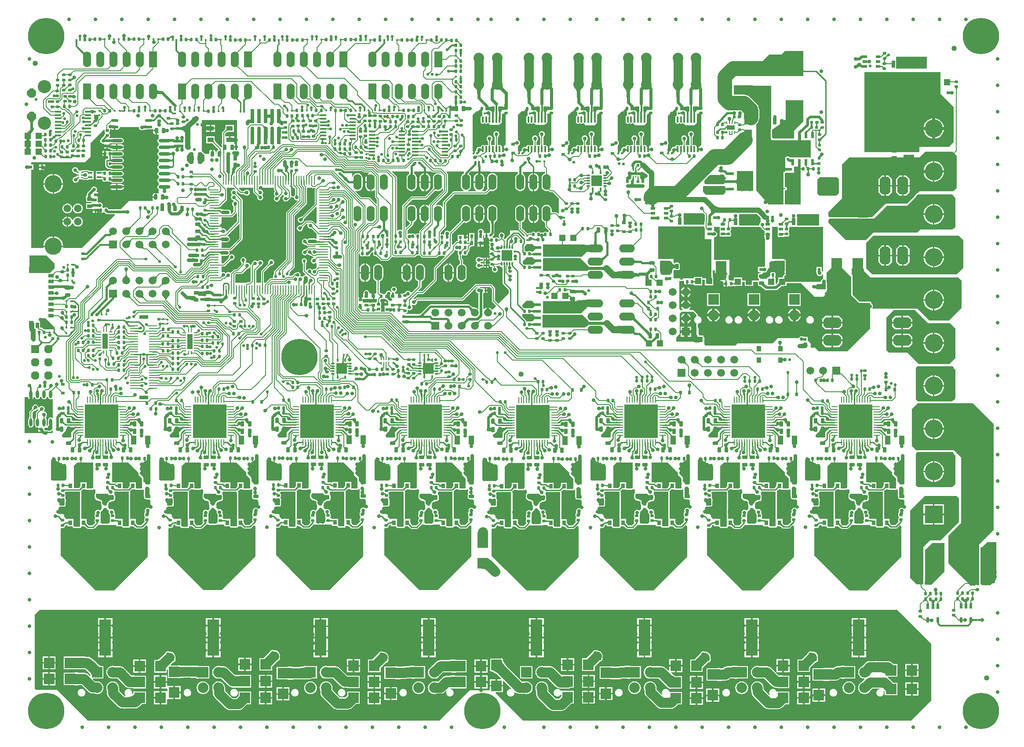
<source format=gtl>
G04*
G04 #@! TF.GenerationSoftware,Altium Limited,Altium Designer,19.1.8 (144)*
G04*
G04 Layer_Physical_Order=1*
G04 Layer_Color=255*
%FSLAX25Y25*%
%MOIN*%
G70*
G01*
G75*
%ADD12C,0.01000*%
%ADD14C,0.01200*%
%ADD15C,0.00800*%
%ADD19C,0.02400*%
%ADD23C,0.00787*%
%ADD24C,0.00600*%
%ADD28C,0.00700*%
%ADD215R,0.01181X0.01575*%
%ADD216R,0.01654X0.01654*%
%ADD217P,0.02339X4X90.0*%
G04:AMPARAMS|DCode=218|XSize=22mil|YSize=24mil|CornerRadius=4.4mil|HoleSize=0mil|Usage=FLASHONLY|Rotation=270.000|XOffset=0mil|YOffset=0mil|HoleType=Round|Shape=RoundedRectangle|*
%AMROUNDEDRECTD218*
21,1,0.02200,0.01520,0,0,270.0*
21,1,0.01320,0.02400,0,0,270.0*
1,1,0.00880,-0.00760,-0.00660*
1,1,0.00880,-0.00760,0.00660*
1,1,0.00880,0.00760,0.00660*
1,1,0.00880,0.00760,-0.00660*
%
%ADD218ROUNDEDRECTD218*%
G04:AMPARAMS|DCode=219|XSize=22mil|YSize=24mil|CornerRadius=4.4mil|HoleSize=0mil|Usage=FLASHONLY|Rotation=180.000|XOffset=0mil|YOffset=0mil|HoleType=Round|Shape=RoundedRectangle|*
%AMROUNDEDRECTD219*
21,1,0.02200,0.01520,0,0,180.0*
21,1,0.01320,0.02400,0,0,180.0*
1,1,0.00880,-0.00660,0.00760*
1,1,0.00880,0.00660,0.00760*
1,1,0.00880,0.00660,-0.00760*
1,1,0.00880,-0.00660,-0.00760*
%
%ADD219ROUNDEDRECTD219*%
%ADD220R,0.03937X0.11811*%
%ADD221R,0.00984X0.03150*%
%ADD222R,0.03150X0.00984*%
%ADD223R,0.01575X0.01181*%
%ADD224R,0.06299X0.01165*%
%ADD225R,0.07087X0.03150*%
%ADD226R,0.01654X0.01654*%
%ADD227R,0.04800X0.04800*%
%ADD228R,0.02165X0.01968*%
%ADD229R,0.05512X0.01900*%
%ADD230R,0.01102X0.01575*%
%ADD231O,0.04724X0.01575*%
G04:AMPARAMS|DCode=232|XSize=29.13mil|YSize=39.37mil|CornerRadius=5.83mil|HoleSize=0mil|Usage=FLASHONLY|Rotation=180.000|XOffset=0mil|YOffset=0mil|HoleType=Round|Shape=RoundedRectangle|*
%AMROUNDEDRECTD232*
21,1,0.02913,0.02772,0,0,180.0*
21,1,0.01748,0.03937,0,0,180.0*
1,1,0.01165,-0.00874,0.01386*
1,1,0.01165,0.00874,0.01386*
1,1,0.01165,0.00874,-0.01386*
1,1,0.01165,-0.00874,-0.01386*
%
%ADD232ROUNDEDRECTD232*%
%ADD233R,0.09055X0.27756*%
%ADD234R,0.13386X0.05512*%
%ADD235R,0.02362X0.03150*%
%ADD236O,0.01575X0.04724*%
%ADD237R,0.03150X0.02362*%
%ADD238R,0.06299X0.03543*%
%ADD239R,0.00984X0.01968*%
%ADD240R,0.01968X0.02165*%
%ADD241R,0.04921X0.03150*%
G04:AMPARAMS|DCode=242|XSize=29.13mil|YSize=39.37mil|CornerRadius=5.83mil|HoleSize=0mil|Usage=FLASHONLY|Rotation=90.000|XOffset=0mil|YOffset=0mil|HoleType=Round|Shape=RoundedRectangle|*
%AMROUNDEDRECTD242*
21,1,0.02913,0.02772,0,0,90.0*
21,1,0.01748,0.03937,0,0,90.0*
1,1,0.01165,0.01386,0.00874*
1,1,0.01165,0.01386,-0.00874*
1,1,0.01165,-0.01386,-0.00874*
1,1,0.01165,-0.01386,0.00874*
%
%ADD242ROUNDEDRECTD242*%
%ADD243R,0.05512X0.02362*%
%ADD244R,0.07087X0.02362*%
%ADD245R,0.08071X0.08071*%
%ADD246O,0.03150X0.01102*%
%ADD247O,0.01102X0.03150*%
%ADD248R,0.06000X0.02400*%
%ADD249R,0.07900X0.07900*%
%ADD250R,0.07900X0.07900*%
%ADD251R,0.04331X0.06693*%
%ADD252R,0.02165X0.03937*%
%ADD253R,0.04528X0.13189*%
%ADD254R,0.02953X0.03740*%
%ADD255R,0.06693X0.04331*%
%ADD256R,0.00787X0.02559*%
%ADD257R,0.00787X0.02362*%
%ADD258R,0.08071X0.08071*%
G04:AMPARAMS|DCode=259|XSize=40mil|YSize=40mil|CornerRadius=20mil|HoleSize=0mil|Usage=FLASHONLY|Rotation=180.000|XOffset=0mil|YOffset=0mil|HoleType=Round|Shape=RoundedRectangle|*
%AMROUNDEDRECTD259*
21,1,0.04000,0.00000,0,0,180.0*
21,1,0.00000,0.04000,0,0,180.0*
1,1,0.04000,0.00000,0.00000*
1,1,0.04000,0.00000,0.00000*
1,1,0.04000,0.00000,0.00000*
1,1,0.04000,0.00000,0.00000*
%
%ADD259ROUNDEDRECTD259*%
%ADD260R,0.02900X0.03900*%
%ADD261O,0.04724X0.00984*%
%ADD262O,0.00984X0.04724*%
%ADD263R,0.20079X0.20079*%
%ADD264R,0.03937X0.02756*%
%ADD265R,0.04724X0.04134*%
%ADD266R,0.04724X0.04528*%
%ADD267R,0.04724X0.05709*%
%ADD268R,0.02731X0.03937*%
%ADD269R,0.03543X0.05512*%
%ADD270O,0.02362X0.05906*%
%ADD271R,0.02953X0.11024*%
%ADD272O,0.07087X0.00981*%
%ADD273O,0.00981X0.07087*%
%ADD274R,0.04724X0.03543*%
%ADD275O,0.09055X0.02362*%
G04:AMPARAMS|DCode=276|XSize=40mil|YSize=40mil|CornerRadius=20mil|HoleSize=0mil|Usage=FLASHONLY|Rotation=270.000|XOffset=0mil|YOffset=0mil|HoleType=Round|Shape=RoundedRectangle|*
%AMROUNDEDRECTD276*
21,1,0.04000,0.00000,0,0,270.0*
21,1,0.00000,0.04000,0,0,270.0*
1,1,0.04000,0.00000,0.00000*
1,1,0.04000,0.00000,0.00000*
1,1,0.04000,0.00000,0.00000*
1,1,0.04000,0.00000,0.00000*
%
%ADD276ROUNDEDRECTD276*%
%ADD277R,0.03347X0.02362*%
%ADD278R,0.02400X0.02400*%
%ADD279R,0.03543X0.03937*%
%ADD280R,0.03543X0.01575*%
%ADD281R,0.01280X0.01063*%
%ADD282R,0.08000X0.08000*%
%ADD283R,0.03150X0.02165*%
%ADD284O,0.05709X0.02165*%
%ADD285R,0.03465X0.02638*%
%ADD286R,0.03740X0.10630*%
%ADD287R,0.08300X0.05000*%
%ADD288R,0.13780X0.16142*%
%ADD289R,0.02165X0.04921*%
%ADD290R,0.12205X0.09449*%
%ADD291R,0.02800X0.05600*%
%ADD292R,0.19700X0.17000*%
%ADD293R,0.10630X0.03740*%
%ADD294R,0.02638X0.03465*%
%ADD295R,0.02400X0.02400*%
%ADD296C,0.00650*%
%ADD297C,0.01600*%
%ADD298C,0.01968*%
%ADD299C,0.02000*%
%ADD300C,0.04000*%
%ADD301C,0.01400*%
%ADD302C,0.02800*%
%ADD303C,0.01500*%
%ADD304C,0.03000*%
%ADD305C,0.01150*%
%ADD306C,0.00655*%
%ADD307C,0.12000*%
%ADD308C,0.02200*%
%ADD309C,0.00900*%
%ADD310C,0.11000*%
%ADD311C,0.01010*%
%ADD312C,0.02700*%
%ADD313C,0.01800*%
%ADD314C,0.02600*%
%ADD315C,0.07500*%
%ADD316C,0.07000*%
%ADD317C,0.04400*%
%ADD318C,0.05000*%
%ADD319C,0.01100*%
%ADD320C,0.01900*%
%ADD321C,0.02300*%
%ADD322C,0.02500*%
%ADD323C,0.01700*%
%ADD324R,0.25394X0.25197*%
%ADD325C,0.05906*%
%ADD326R,0.05906X0.05906*%
%ADD327P,0.06711X8X292.5*%
%ADD328R,0.06200X0.06200*%
%ADD329O,0.06000X0.12000*%
%ADD330R,0.06000X0.12000*%
%ADD331C,0.27559*%
%ADD332C,0.08000*%
%ADD333O,0.13598X0.13600*%
%ADD334R,0.13598X0.13600*%
%ADD335O,0.12000X0.06000*%
%ADD336R,0.05906X0.05906*%
G04:AMPARAMS|DCode=337|XSize=133mil|YSize=83mil|CornerRadius=0mil|HoleSize=0mil|Usage=FLASHONLY|Rotation=180.000|XOffset=0mil|YOffset=0mil|HoleType=Round|Shape=Octagon|*
%AMOCTAGOND337*
4,1,8,-0.06650,0.02075,-0.06650,-0.02075,-0.04575,-0.04150,0.04575,-0.04150,0.06650,-0.02075,0.06650,0.02075,0.04575,0.04150,-0.04575,0.04150,-0.06650,0.02075,0.0*
%
%ADD337OCTAGOND337*%

%ADD338C,0.10000*%
%ADD339P,0.07577X8X292.5*%
%ADD340C,0.13050*%
%ADD341C,0.05800*%
G04:AMPARAMS|DCode=342|XSize=133mil|YSize=83mil|CornerRadius=0mil|HoleSize=0mil|Usage=FLASHONLY|Rotation=90.000|XOffset=0mil|YOffset=0mil|HoleType=Round|Shape=Octagon|*
%AMOCTAGOND342*
4,1,8,0.02075,0.06650,-0.02075,0.06650,-0.04150,0.04575,-0.04150,-0.04575,-0.02075,-0.06650,0.02075,-0.06650,0.04150,-0.04575,0.04150,0.04575,0.02075,0.06650,0.0*
%
%ADD342OCTAGOND342*%

%ADD343C,0.02300*%
%ADD344C,0.02800*%
%ADD345C,0.02900*%
%ADD346C,0.03000*%
G36*
X-14386Y243088D02*
X-14357Y242723D01*
X-14347Y242663D01*
X-13986Y242639D01*
X-14063Y242566D01*
X-14131Y242485D01*
X-14192Y242396D01*
X-14244Y242299D01*
X-14251Y242285D01*
X-14209Y242192D01*
X-14154Y242101D01*
X-14091Y242026D01*
X-14021Y241969D01*
X-14352D01*
X-14354Y241963D01*
X-14374Y241835D01*
X-14386Y241700D01*
X-14390Y241556D01*
X-15590Y241642D01*
X-15593Y241785D01*
X-15604Y241920D01*
X-15610Y241969D01*
X-15958D01*
X-15888Y242026D01*
X-15826Y242101D01*
X-15770Y242192D01*
X-15722Y242299D01*
X-15703Y242359D01*
X-15717Y242397D01*
X-15762Y242499D01*
X-15815Y242595D01*
X-15875Y242683D01*
X-15942Y242765D01*
X-15621Y242744D01*
X-15605Y242897D01*
X-15590Y243296D01*
X-14390D01*
X-14386Y243088D01*
D02*
G37*
G36*
X165094Y242638D02*
X165101Y242570D01*
X165401Y242565D01*
X165341Y242503D01*
X165289Y242435D01*
X165242Y242360D01*
X165202Y242280D01*
X165172Y242204D01*
X165207Y242107D01*
X165259Y241999D01*
X165319Y241902D01*
X165390Y241814D01*
X165469Y241736D01*
X165558Y241669D01*
X165090D01*
X165090Y241665D01*
X164897Y241669D01*
X163621D01*
X163710Y241736D01*
X163790Y241814D01*
X163860Y241902D01*
X163921Y241999D01*
X163973Y242107D01*
X164013Y242220D01*
X163982Y242302D01*
X163943Y242384D01*
X163898Y242460D01*
X163848Y242529D01*
X163791Y242593D01*
X164080Y242588D01*
X164085Y242638D01*
X164090Y242796D01*
X165090D01*
X165094Y242638D01*
D02*
G37*
G36*
X142795D02*
X142808Y242491D01*
X142828Y242374D01*
X143098Y242372D01*
X143039Y242309D01*
X142987Y242241D01*
X142941Y242166D01*
X142909Y242102D01*
X142958Y241999D01*
X143019Y241902D01*
X143090Y241814D01*
X143169Y241736D01*
X143258Y241669D01*
X142800D01*
X142793Y241588D01*
X142790Y241470D01*
X141790Y241479D01*
X141787Y241597D01*
X141781Y241669D01*
X141321D01*
X141410Y241736D01*
X141490Y241814D01*
X141560Y241902D01*
X141621Y241999D01*
X141673Y242107D01*
X141674Y242111D01*
X141642Y242178D01*
X141596Y242253D01*
X141545Y242323D01*
X141488Y242386D01*
X141753Y242384D01*
X141771Y242491D01*
X141785Y242638D01*
X141790Y242796D01*
X142790D01*
X142795Y242638D01*
D02*
G37*
G36*
X62572Y242267D02*
X62884Y242259D01*
X62825Y242198D01*
X62772Y242130D01*
X62725Y242056D01*
X62684Y241975D01*
X62650Y241889D01*
X62622Y241796D01*
X62603Y241711D01*
X62622Y241415D01*
X62635Y241385D01*
X62650Y241375D01*
X62572D01*
X62572Y241361D01*
X62052Y241375D01*
X61493D01*
X61508Y241385D01*
X61521Y241415D01*
X61533Y241465D01*
X61543Y241535D01*
X61553Y241664D01*
X61545Y241724D01*
X61524Y241825D01*
X61497Y241918D01*
X61465Y242007D01*
X61426Y242089D01*
X61382Y242165D01*
X61331Y242235D01*
X61275Y242299D01*
X61570Y242292D01*
X61572Y242375D01*
X62572D01*
X62572Y242267D01*
D02*
G37*
G36*
X179595Y242439D02*
X179609Y242291D01*
X179632Y242153D01*
X179637Y242133D01*
X179923Y242105D01*
X179859Y242048D01*
X179803Y241984D01*
X179753Y241914D01*
X179727Y241866D01*
X179759Y241799D01*
X179819Y241702D01*
X179890Y241614D01*
X179969Y241536D01*
X180058Y241469D01*
X179605D01*
X179603Y241458D01*
X179593Y241346D01*
X179590Y241228D01*
X178590Y241335D01*
X178587Y241453D01*
X178586Y241469D01*
X178121D01*
X178210Y241536D01*
X178290Y241614D01*
X178360Y241702D01*
X178421Y241799D01*
X178473Y241907D01*
X178492Y241960D01*
X178458Y242042D01*
X178417Y242120D01*
X178371Y242193D01*
X178320Y242260D01*
X178562Y242236D01*
X178571Y242291D01*
X178585Y242439D01*
X178590Y242596D01*
X179590D01*
X179595Y242439D01*
D02*
G37*
G36*
X4272Y242485D02*
X4291Y242190D01*
X4760Y242181D01*
X4667Y242087D01*
X4584Y241988D01*
X4511Y241885D01*
X4447Y241778D01*
X4394Y241666D01*
X4350Y241550D01*
X4316Y241430D01*
X4291Y241305D01*
X4276Y241176D01*
X4272Y241042D01*
X3272Y241063D01*
X3267Y241197D01*
X3253Y241326D01*
X3229Y241451D01*
X3196Y241573D01*
X3154Y241690D01*
X3102Y241804D01*
X3040Y241914D01*
X2970Y242020D01*
X2890Y242122D01*
X2800Y242220D01*
X3263Y242211D01*
X3272Y242675D01*
X4272D01*
X4272Y242485D01*
D02*
G37*
G36*
X128172Y242185D02*
X128174Y242167D01*
X128484Y242159D01*
X128425Y242098D01*
X128372Y242030D01*
X128325Y241956D01*
X128284Y241875D01*
X128250Y241789D01*
X128222Y241696D01*
X128208Y241633D01*
X128222Y241415D01*
X128235Y241385D01*
X128250Y241375D01*
X128175D01*
X128172Y241261D01*
X127172Y241289D01*
X127170Y241375D01*
X127093D01*
X127108Y241385D01*
X127121Y241415D01*
X127133Y241465D01*
X127143Y241535D01*
X127148Y241600D01*
X127145Y241624D01*
X127124Y241724D01*
X127097Y241818D01*
X127065Y241907D01*
X127026Y241989D01*
X126982Y242065D01*
X126931Y242135D01*
X126875Y242199D01*
X127168Y242192D01*
X127172Y242375D01*
X128172D01*
X128172Y242185D01*
D02*
G37*
G36*
X21234Y242187D02*
X21208Y242212D01*
X21171Y242235D01*
X21123Y242255D01*
X21063Y242272D01*
X20991Y242287D01*
X20908Y242299D01*
X20707Y242315D01*
X20460Y242320D01*
Y243320D01*
X20581Y243322D01*
X20877Y243344D01*
X20954Y243358D01*
X21021Y243374D01*
X21076Y243394D01*
X21122Y243416D01*
X21156Y243442D01*
X21180Y243470D01*
X21234Y242187D01*
D02*
G37*
G36*
X99695Y242538D02*
X99708Y242391D01*
X99732Y242253D01*
X99752Y242174D01*
X99998Y242172D01*
X99939Y242109D01*
X99887Y242041D01*
X99841Y241966D01*
X99834Y241951D01*
X99858Y241899D01*
X99919Y241802D01*
X99990Y241714D01*
X100069Y241636D01*
X100158Y241569D01*
X99712D01*
X99702Y241499D01*
X99693Y241388D01*
X99690Y241269D01*
X98690Y241279D01*
X98687Y241397D01*
X98678Y241509D01*
X98669Y241569D01*
X98221D01*
X98310Y241636D01*
X98390Y241714D01*
X98460Y241802D01*
X98521Y241899D01*
X98550Y241960D01*
X98542Y241978D01*
X98497Y242053D01*
X98445Y242123D01*
X98388Y242186D01*
X98630Y242184D01*
X98648Y242253D01*
X98671Y242391D01*
X98685Y242538D01*
X98690Y242696D01*
X99690D01*
X99695Y242538D01*
D02*
G37*
G36*
X44229Y242085D02*
X44231Y242050D01*
X44552Y242030D01*
X44491Y241971D01*
X44436Y241905D01*
X44387Y241833D01*
X44345Y241754D01*
X44309Y241668D01*
X44280Y241576D01*
X44266Y241514D01*
X44279Y241315D01*
X44292Y241285D01*
X44307Y241275D01*
X44233D01*
X44232Y241261D01*
X44228Y241143D01*
X43228Y241212D01*
X43227Y241275D01*
X43150D01*
X43165Y241285D01*
X43178Y241315D01*
X43190Y241365D01*
X43200Y241435D01*
X43206Y241515D01*
X43203Y241548D01*
X43183Y241649D01*
X43158Y241744D01*
X43126Y241833D01*
X43090Y241916D01*
X43047Y241993D01*
X42999Y242065D01*
X42945Y242130D01*
X43225Y242113D01*
X43228Y242275D01*
X44228D01*
X44229Y242085D01*
D02*
G37*
G36*
X185780Y242069D02*
X186089Y242063D01*
X186030Y242002D01*
X185977Y241934D01*
X185930Y241859D01*
X185890Y241779D01*
X185856Y241692D01*
X185828Y241599D01*
X185826Y241590D01*
X185828Y241575D01*
X185857Y241465D01*
X185891Y241375D01*
X185932Y241305D01*
X185979Y241255D01*
X186033Y241225D01*
X186093Y241215D01*
X185779D01*
X185778Y241164D01*
X184778Y241185D01*
X184777Y241215D01*
X184463D01*
X184523Y241225D01*
X184576Y241255D01*
X184624Y241305D01*
X184665Y241375D01*
X184699Y241465D01*
X184728Y241575D01*
X184733Y241607D01*
X184730Y241621D01*
X184703Y241715D01*
X184670Y241803D01*
X184632Y241885D01*
X184587Y241961D01*
X184536Y242031D01*
X184479Y242094D01*
X184774Y242089D01*
X184778Y242215D01*
X185778D01*
X185780Y242069D01*
D02*
G37*
G36*
X20393Y242046D02*
X20199Y241844D01*
X19891Y241481D01*
X19778Y241320D01*
X19693Y241172D01*
X19634Y241037D01*
X19603Y240915D01*
X19600Y240808D01*
X19623Y240713D01*
X19674Y240632D01*
X18372Y242134D01*
X18444Y242074D01*
X18532Y242044D01*
X18635Y242042D01*
X18753Y242070D01*
X18887Y242128D01*
X19036Y242214D01*
X19200Y242330D01*
X19380Y242475D01*
X19786Y242853D01*
X20393Y242046D01*
D02*
G37*
G36*
X51511Y242783D02*
X51812Y242786D01*
X51755Y242723D01*
X51704Y242653D01*
X51658Y242578D01*
X51619Y242496D01*
X51586Y242409D01*
X51560Y242321D01*
X51585Y242225D01*
X51627Y242107D01*
X51679Y241999D01*
X51740Y241902D01*
X51810Y241814D01*
X51890Y241736D01*
X51979Y241669D01*
X50042D01*
X50131Y241736D01*
X50210Y241814D01*
X50281Y241902D01*
X50341Y241999D01*
X50393Y242107D01*
X50435Y242225D01*
X50458Y242314D01*
X50433Y242398D01*
X50399Y242485D01*
X50359Y242566D01*
X50313Y242641D01*
X50261Y242709D01*
X50202Y242772D01*
X50510Y242774D01*
X50510Y242796D01*
X51510D01*
X51511Y242783D01*
D02*
G37*
G36*
X29015Y242638D02*
X29029Y242491D01*
X29030Y242483D01*
X29312Y242486D01*
X29255Y242423D01*
X29204Y242353D01*
X29158Y242278D01*
X29119Y242196D01*
X29107Y242164D01*
X29127Y242107D01*
X29179Y241999D01*
X29240Y241902D01*
X29310Y241814D01*
X29390Y241736D01*
X29479Y241669D01*
X29013D01*
X29010Y241579D01*
X28010Y241569D01*
X28008Y241669D01*
X27542D01*
X27631Y241736D01*
X27710Y241814D01*
X27781Y241902D01*
X27841Y241999D01*
X27893Y242107D01*
X27911Y242156D01*
X27899Y242185D01*
X27859Y242266D01*
X27813Y242341D01*
X27761Y242409D01*
X27702Y242472D01*
X27989Y242474D01*
X27992Y242491D01*
X28005Y242638D01*
X28010Y242796D01*
X29010D01*
X29015Y242638D01*
D02*
G37*
G36*
X109450Y242538D02*
X109463Y242401D01*
X109737Y242411D01*
X109682Y242347D01*
X109632Y242276D01*
X109588Y242199D01*
X109550Y242117D01*
X109537Y242079D01*
X109563Y242007D01*
X109614Y241899D01*
X109675Y241802D01*
X109746Y241714D01*
X109825Y241636D01*
X109914Y241569D01*
X109447D01*
X109446Y241498D01*
X108446Y241454D01*
X108442Y241569D01*
X107977D01*
X108066Y241636D01*
X108146Y241714D01*
X108216Y241802D01*
X108277Y241899D01*
X108328Y242007D01*
X108341Y242042D01*
X108331Y242067D01*
X108290Y242146D01*
X108242Y242220D01*
X108188Y242287D01*
X108128Y242348D01*
X108422Y242359D01*
X108427Y242391D01*
X108441Y242538D01*
X108446Y242696D01*
X109446D01*
X109450Y242538D01*
D02*
G37*
G36*
X-43996Y242790D02*
X-43972Y242500D01*
X-43620D01*
X-43692Y242422D01*
X-43757Y242337D01*
X-43814Y242244D01*
X-43863Y242145D01*
X-43889Y242078D01*
X-43864Y242003D01*
X-43814Y241894D01*
X-43758Y241803D01*
X-43693Y241727D01*
X-43621Y241669D01*
X-43985D01*
X-43996Y241538D01*
X-44000Y241395D01*
X-45200D01*
X-45204Y241538D01*
X-45215Y241669D01*
X-45558D01*
X-45490Y241725D01*
X-45429Y241798D01*
X-45376Y241889D01*
X-45329Y241996D01*
X-45307Y242067D01*
X-45337Y242145D01*
X-45386Y242244D01*
X-45443Y242337D01*
X-45508Y242422D01*
X-45580Y242500D01*
X-45224D01*
X-45214Y242595D01*
X-45200Y242996D01*
X-44000D01*
X-43996Y242790D01*
D02*
G37*
G36*
X66315Y242538D02*
X66329Y242391D01*
X66347Y242284D01*
X66612Y242286D01*
X66555Y242223D01*
X66504Y242153D01*
X66458Y242078D01*
X66426Y242011D01*
X66427Y242007D01*
X66479Y241899D01*
X66540Y241802D01*
X66610Y241714D01*
X66690Y241636D01*
X66779Y241569D01*
X66319D01*
X66313Y241497D01*
X66310Y241379D01*
X65310Y241370D01*
X65307Y241488D01*
X65300Y241569D01*
X64842D01*
X64931Y241636D01*
X65010Y241714D01*
X65081Y241802D01*
X65141Y241899D01*
X65191Y242002D01*
X65159Y242066D01*
X65113Y242141D01*
X65061Y242209D01*
X65002Y242272D01*
X65272Y242274D01*
X65292Y242391D01*
X65306Y242538D01*
X65310Y242696D01*
X66310D01*
X66315Y242538D01*
D02*
G37*
G36*
X-25491Y242500D02*
X-25020D01*
X-25111Y242404D01*
X-25193Y242304D01*
X-25265Y242199D01*
X-25327Y242091D01*
X-25380Y241978D01*
X-25423Y241861D01*
X-25454Y241752D01*
X-25450Y241675D01*
X-25469D01*
X-25481Y241615D01*
X-25495Y241486D01*
X-25500Y241352D01*
X-26500D01*
X-26505Y241486D01*
X-26519Y241615D01*
X-26531Y241675D01*
X-26607D01*
X-26587Y241685D01*
X-26568Y241715D01*
X-26552Y241765D01*
X-26551Y241770D01*
X-26577Y241861D01*
X-26620Y241978D01*
X-26673Y242091D01*
X-26735Y242199D01*
X-26807Y242304D01*
X-26889Y242404D01*
X-26980Y242500D01*
X-26503D01*
X-26500Y242675D01*
X-25500D01*
X-25491Y242500D01*
D02*
G37*
G36*
X169147Y242516D02*
X169095Y242447D01*
X169050Y242372D01*
X169010Y242290D01*
X168976Y242203D01*
X168949Y242110D01*
X168927Y242010D01*
X168912Y241904D01*
X168903Y241796D01*
X168907Y241275D01*
X167750D01*
X167778Y241285D01*
X167804Y241315D01*
X167826Y241365D01*
X167846Y241435D01*
X167862Y241525D01*
X167876Y241635D01*
X167891Y241867D01*
X167888Y241904D01*
X167873Y242010D01*
X167851Y242110D01*
X167824Y242203D01*
X167790Y242290D01*
X167751Y242372D01*
X167705Y242447D01*
X167653Y242516D01*
X167595Y242579D01*
X169205D01*
X169147Y242516D01*
D02*
G37*
G36*
X92200Y242179D02*
X92505D01*
X92447Y242116D01*
X92395Y242047D01*
X92349Y241972D01*
X92310Y241891D01*
X92276Y241803D01*
X92249Y241710D01*
X92230Y241624D01*
X92250Y241315D01*
X92264Y241285D01*
X92278Y241275D01*
X92200D01*
X92200Y241274D01*
X91200D01*
X91200Y241275D01*
X91122D01*
X91136Y241285D01*
X91150Y241315D01*
X91162Y241365D01*
X91172Y241435D01*
X91181Y241552D01*
X91173Y241610D01*
X91151Y241710D01*
X91124Y241803D01*
X91090Y241891D01*
X91050Y241972D01*
X91005Y242047D01*
X90953Y242116D01*
X90895Y242179D01*
X91198D01*
X91200Y242275D01*
X92200D01*
X92200Y242179D01*
D02*
G37*
G36*
X85000D02*
X85305D01*
X85247Y242116D01*
X85195Y242047D01*
X85150Y241972D01*
X85110Y241891D01*
X85076Y241803D01*
X85049Y241710D01*
X85030Y241624D01*
X85050Y241315D01*
X85064Y241285D01*
X85079Y241275D01*
X85000D01*
X85000Y241274D01*
X84000D01*
X84000Y241275D01*
X83921D01*
X83936Y241285D01*
X83950Y241315D01*
X83961Y241365D01*
X83972Y241435D01*
X83981Y241552D01*
X83973Y241610D01*
X83951Y241710D01*
X83924Y241803D01*
X83890Y241891D01*
X83851Y241972D01*
X83805Y242047D01*
X83753Y242116D01*
X83695Y242179D01*
X83998D01*
X84000Y242275D01*
X85000D01*
X85000Y242179D01*
D02*
G37*
G36*
X105744Y242168D02*
X106045D01*
X105987Y242106D01*
X105935Y242037D01*
X105890Y241962D01*
X105850Y241880D01*
X105816Y241793D01*
X105799Y241732D01*
X105813Y241675D01*
X105853Y241565D01*
X105903Y241475D01*
X105962Y241405D01*
X106030Y241355D01*
X106107Y241325D01*
X106193Y241315D01*
X105742D01*
X105740Y241264D01*
X104740D01*
X104739Y241315D01*
X104563D01*
X104597Y241325D01*
X104627Y241355D01*
X104653Y241405D01*
X104676Y241475D01*
X104696Y241565D01*
X104706Y241633D01*
X104691Y241700D01*
X104664Y241793D01*
X104630Y241880D01*
X104591Y241962D01*
X104545Y242037D01*
X104493Y242106D01*
X104435Y242168D01*
X104737D01*
X104740Y242315D01*
X105740D01*
X105744Y242168D01*
D02*
G37*
G36*
X131729Y242192D02*
X132025Y242199D01*
X131969Y242135D01*
X131918Y242065D01*
X131874Y241989D01*
X131835Y241907D01*
X131802Y241818D01*
X131776Y241724D01*
X131763Y241662D01*
X131779Y241415D01*
X131792Y241385D01*
X131807Y241375D01*
X131730D01*
X131728Y241289D01*
X130728Y241261D01*
X130725Y241375D01*
X130650D01*
X130665Y241385D01*
X130678Y241415D01*
X130690Y241465D01*
X130700Y241535D01*
X130703Y241576D01*
X130700Y241597D01*
X130678Y241696D01*
X130650Y241789D01*
X130616Y241875D01*
X130575Y241956D01*
X130528Y242030D01*
X130475Y242098D01*
X130415Y242159D01*
X130724Y242167D01*
X130728Y242375D01*
X131728D01*
X131729Y242192D01*
D02*
G37*
G36*
X-47475Y242495D02*
X-47527Y242426D01*
X-47573Y242351D01*
X-47612Y242269D01*
X-47646Y242182D01*
X-47673Y242088D01*
X-47695Y241989D01*
X-47708Y241892D01*
X-47694Y241705D01*
X-47672Y241575D01*
X-47643Y241465D01*
X-47609Y241375D01*
X-47568Y241305D01*
X-47521Y241255D01*
X-47467Y241225D01*
X-47407Y241215D01*
X-49037D01*
X-48977Y241225D01*
X-48924Y241255D01*
X-48876Y241305D01*
X-48835Y241375D01*
X-48801Y241465D01*
X-48772Y241575D01*
X-48750Y241705D01*
X-48735Y241855D01*
X-48734Y241878D01*
X-48734Y241883D01*
X-48750Y241989D01*
X-48771Y242088D01*
X-48798Y242182D01*
X-48832Y242269D01*
X-48871Y242351D01*
X-48917Y242426D01*
X-48969Y242495D01*
X-49027Y242558D01*
X-47417D01*
X-47475Y242495D01*
D02*
G37*
G36*
X189129Y242091D02*
X189425Y242099D01*
X189369Y242035D01*
X189318Y241965D01*
X189274Y241889D01*
X189235Y241807D01*
X189202Y241719D01*
X189176Y241624D01*
X189158Y241538D01*
X189179Y241215D01*
X189192Y241185D01*
X189207Y241175D01*
X188648D01*
X188128Y241161D01*
X188128Y241175D01*
X188050D01*
X188065Y241185D01*
X188078Y241215D01*
X188090Y241265D01*
X188100Y241335D01*
X188108Y241441D01*
X188100Y241496D01*
X188078Y241596D01*
X188050Y241689D01*
X188016Y241775D01*
X187975Y241856D01*
X187928Y241930D01*
X187875Y241998D01*
X187815Y242059D01*
X188126Y242067D01*
X188128Y242175D01*
X189128D01*
X189129Y242091D01*
D02*
G37*
G36*
X21551Y242115D02*
X22522D01*
X22524Y241997D01*
X22861Y241957D01*
X22796Y241901D01*
X22739Y241839D01*
X22688Y241769D01*
X22644Y241693D01*
X22607Y241609D01*
X22576Y241519D01*
X22570Y241491D01*
X22572Y241475D01*
X22601Y241365D01*
X22635Y241275D01*
X22676Y241205D01*
X22724Y241155D01*
X22777Y241125D01*
X22837Y241115D01*
X22523D01*
X22522Y241087D01*
X22316Y241115D01*
X21207D01*
X21267Y241125D01*
X21321Y241155D01*
X21368Y241205D01*
X21409Y241275D01*
X21443Y241365D01*
X21472Y241475D01*
X21492Y241595D01*
X21481Y241660D01*
X21457Y241755D01*
X21429Y241845D01*
X21395Y241930D01*
X21356Y242009D01*
X21312Y242082D01*
X21262Y242150D01*
X21551Y242115D01*
D02*
G37*
G36*
X207642Y242080D02*
X207646Y242030D01*
X208144D01*
X208048Y241931D01*
X207962Y241832D01*
X207887Y241734D01*
X207821Y241635D01*
X207813Y241621D01*
X207831Y241609D01*
X207882Y241590D01*
X207939Y241584D01*
X207792D01*
X207765Y241537D01*
X207720Y241440D01*
X207684Y241342D01*
X207659Y241245D01*
X207644Y241147D01*
X207639Y241051D01*
X207039D01*
X207034Y241147D01*
X207019Y241245D01*
X206994Y241342D01*
X206958Y241440D01*
X206913Y241537D01*
X206886Y241584D01*
X206739D01*
X206796Y241590D01*
X206847Y241609D01*
X206865Y241621D01*
X206857Y241635D01*
X206792Y241734D01*
X206716Y241832D01*
X206630Y241931D01*
X206534Y242030D01*
X207032D01*
X207036Y242080D01*
X207039Y242196D01*
X207639D01*
X207642Y242080D01*
D02*
G37*
G36*
X211736Y241880D02*
X211650Y241781D01*
X211574Y241683D01*
X211509Y241584D01*
X211453Y241487D01*
X211408Y241389D01*
X211372Y241291D01*
X211364Y241258D01*
X211372Y241225D01*
X211392Y241171D01*
X211415Y241129D01*
X211442Y241099D01*
X211473Y241081D01*
X211507Y241075D01*
X211331Y241073D01*
X211327Y241000D01*
X210727D01*
X210723Y241067D01*
X210427Y241063D01*
X210484Y241070D01*
X210535Y241089D01*
X210580Y241120D01*
X210619Y241163D01*
X210652Y241218D01*
X210679Y241285D01*
X210681Y241293D01*
X210646Y241389D01*
X210600Y241487D01*
X210545Y241584D01*
X210479Y241683D01*
X210404Y241781D01*
X210318Y241880D01*
X210222Y241979D01*
X211832D01*
X211736Y241880D01*
D02*
G37*
G36*
X146429Y242185D02*
X146448Y241892D01*
X146725Y241899D01*
X146669Y241835D01*
X146618Y241765D01*
X146574Y241689D01*
X146535Y241607D01*
X146502Y241518D01*
X146478Y241431D01*
X146479Y241415D01*
X146492Y241385D01*
X146507Y241375D01*
X146466D01*
X146455Y241324D01*
X146440Y241218D01*
X146431Y241107D01*
X146428Y240989D01*
X145428Y240961D01*
X145425Y241079D01*
X145416Y241191D01*
X145400Y241297D01*
X145383Y241375D01*
X145350D01*
X145365Y241385D01*
X145375Y241408D01*
X145350Y241489D01*
X145316Y241575D01*
X145275Y241656D01*
X145228Y241730D01*
X145175Y241798D01*
X145115Y241859D01*
X145418Y241867D01*
X145428Y242375D01*
X146428D01*
X146429Y242185D01*
D02*
G37*
G36*
X222342Y241980D02*
X222346Y241930D01*
X222844D01*
X222748Y241831D01*
X222662Y241732D01*
X222586Y241634D01*
X222521Y241535D01*
X222513Y241521D01*
X222531Y241509D01*
X222582Y241491D01*
X222639Y241484D01*
X222492D01*
X222465Y241437D01*
X222420Y241339D01*
X222385Y241242D01*
X222359Y241145D01*
X222344Y241048D01*
X222339Y240951D01*
X221739D01*
X221734Y241048D01*
X221719Y241145D01*
X221694Y241242D01*
X221658Y241339D01*
X221613Y241437D01*
X221586Y241484D01*
X221439D01*
X221496Y241491D01*
X221547Y241509D01*
X221565Y241521D01*
X221557Y241535D01*
X221492Y241634D01*
X221416Y241732D01*
X221330Y241831D01*
X221234Y241930D01*
X221732D01*
X221736Y241980D01*
X221739Y242096D01*
X222339D01*
X222342Y241980D01*
D02*
G37*
G36*
X13716Y240300D02*
X13710Y240357D01*
X13691Y240408D01*
X13660Y240453D01*
X13618Y240492D01*
X13563Y240525D01*
X13495Y240552D01*
X13416Y240573D01*
X13324Y240588D01*
X13220Y240597D01*
X13104Y240600D01*
Y241200D01*
X13220Y241203D01*
X13324Y241212D01*
X13416Y241227D01*
X13495Y241248D01*
X13563Y241275D01*
X13618Y241308D01*
X13660Y241347D01*
X13691Y241392D01*
X13710Y241443D01*
X13716Y241500D01*
Y240300D01*
D02*
G37*
G36*
X11756Y241443D02*
X11774Y241392D01*
X11804Y241347D01*
X11846Y241308D01*
X11900Y241275D01*
X11966Y241248D01*
X12044Y241227D01*
X12134Y241212D01*
X12236Y241203D01*
X12350Y241200D01*
Y240600D01*
X12236Y240597D01*
X12134Y240588D01*
X12044Y240573D01*
X11966Y240552D01*
X11900Y240525D01*
X11846Y240492D01*
X11804Y240453D01*
X11774Y240408D01*
X11756Y240357D01*
X11750Y240300D01*
Y241500D01*
X11756Y241443D01*
D02*
G37*
G36*
X-350Y240300D02*
X-356Y240357D01*
X-374Y240408D01*
X-404Y240453D01*
X-446Y240492D01*
X-500Y240525D01*
X-566Y240552D01*
X-644Y240573D01*
X-734Y240588D01*
X-836Y240597D01*
X-950Y240600D01*
Y241200D01*
X-836Y241203D01*
X-734Y241212D01*
X-644Y241227D01*
X-566Y241248D01*
X-500Y241275D01*
X-446Y241308D01*
X-404Y241347D01*
X-374Y241392D01*
X-356Y241443D01*
X-350Y241500D01*
Y240300D01*
D02*
G37*
G36*
X-2410Y241443D02*
X-2391Y241392D01*
X-2361Y241347D01*
X-2318Y241308D01*
X-2263Y241275D01*
X-2195Y241248D01*
X-2116Y241227D01*
X-2024Y241212D01*
X-1920Y241203D01*
X-1804Y241200D01*
Y240600D01*
X-1920Y240597D01*
X-2024Y240588D01*
X-2116Y240573D01*
X-2195Y240552D01*
X-2263Y240525D01*
X-2318Y240492D01*
X-2361Y240453D01*
X-2391Y240408D01*
X-2410Y240357D01*
X-2416Y240300D01*
Y241500D01*
X-2410Y241443D01*
D02*
G37*
G36*
X-8374Y240300D02*
X-8380Y240357D01*
X-8399Y240408D01*
X-8429Y240453D01*
X-8472Y240492D01*
X-8527Y240525D01*
X-8595Y240552D01*
X-8674Y240573D01*
X-8766Y240588D01*
X-8870Y240597D01*
X-8986Y240600D01*
Y241200D01*
X-8870Y241203D01*
X-8766Y241212D01*
X-8674Y241227D01*
X-8595Y241248D01*
X-8527Y241275D01*
X-8472Y241308D01*
X-8429Y241347D01*
X-8399Y241392D01*
X-8380Y241443D01*
X-8374Y241500D01*
Y240300D01*
D02*
G37*
G36*
X-10109Y241443D02*
X-10091Y241392D01*
X-10061Y241347D01*
X-10018Y241308D01*
X-9963Y241275D01*
X-9895Y241248D01*
X-9816Y241227D01*
X-9724Y241212D01*
X-9620Y241203D01*
X-9504Y241200D01*
Y240600D01*
X-9620Y240597D01*
X-9724Y240588D01*
X-9816Y240573D01*
X-9895Y240552D01*
X-9963Y240525D01*
X-10018Y240492D01*
X-10061Y240453D01*
X-10091Y240408D01*
X-10109Y240357D01*
X-10116Y240300D01*
Y241500D01*
X-10109Y241443D01*
D02*
G37*
G36*
X-30150Y240300D02*
X-30156Y240357D01*
X-30174Y240408D01*
X-30204Y240453D01*
X-30246Y240492D01*
X-30300Y240525D01*
X-30366Y240552D01*
X-30444Y240573D01*
X-30534Y240588D01*
X-30636Y240597D01*
X-30750Y240600D01*
Y241200D01*
X-30636Y241203D01*
X-30534Y241212D01*
X-30444Y241227D01*
X-30366Y241248D01*
X-30300Y241275D01*
X-30246Y241308D01*
X-30204Y241347D01*
X-30174Y241392D01*
X-30156Y241443D01*
X-30150Y241500D01*
Y240300D01*
D02*
G37*
G36*
X-32120Y241443D02*
X-32101Y241392D01*
X-32071Y241347D01*
X-32028Y241308D01*
X-31973Y241275D01*
X-31905Y241248D01*
X-31826Y241227D01*
X-31734Y241212D01*
X-31630Y241203D01*
X-31514Y241200D01*
Y240600D01*
X-31630Y240597D01*
X-31734Y240588D01*
X-31826Y240573D01*
X-31905Y240552D01*
X-31973Y240525D01*
X-32028Y240492D01*
X-32071Y240453D01*
X-32101Y240408D01*
X-32120Y240357D01*
X-32126Y240300D01*
Y241500D01*
X-32120Y241443D01*
D02*
G37*
G36*
X-38084Y240300D02*
X-38091Y240357D01*
X-38109Y240408D01*
X-38140Y240453D01*
X-38182Y240492D01*
X-38237Y240525D01*
X-38305Y240552D01*
X-38384Y240573D01*
X-38476Y240588D01*
X-38580Y240597D01*
X-38696Y240600D01*
Y241200D01*
X-38580Y241203D01*
X-38476Y241212D01*
X-38384Y241227D01*
X-38305Y241248D01*
X-38237Y241275D01*
X-38182Y241308D01*
X-38140Y241347D01*
X-38109Y241392D01*
X-38091Y241443D01*
X-38084Y241500D01*
Y240300D01*
D02*
G37*
G36*
X-39736Y241441D02*
X-39715Y241390D01*
X-39683Y241346D01*
X-39638Y241307D01*
X-39580Y241274D01*
X-39510Y241248D01*
X-39427Y241227D01*
X-39332Y241212D01*
X-39224Y241203D01*
X-39104Y241200D01*
Y240600D01*
X-39221Y240597D01*
X-39326Y240588D01*
X-39419Y240573D01*
X-39499Y240552D01*
X-39566Y240525D01*
X-39621Y240492D01*
X-39663Y240453D01*
X-39693Y240408D01*
X-39711Y240357D01*
X-39716Y240300D01*
X-39743Y241498D01*
X-39736Y241441D01*
D02*
G37*
G36*
X159716Y240000D02*
X159710Y240057D01*
X159691Y240108D01*
X159660Y240153D01*
X159618Y240192D01*
X159563Y240225D01*
X159495Y240252D01*
X159416Y240273D01*
X159324Y240288D01*
X159220Y240297D01*
X159104Y240300D01*
Y240900D01*
X159220Y240903D01*
X159324Y240912D01*
X159416Y240927D01*
X159495Y240948D01*
X159563Y240975D01*
X159618Y241008D01*
X159660Y241047D01*
X159691Y241092D01*
X159710Y241143D01*
X159716Y241200D01*
Y240000D01*
D02*
G37*
G36*
X158080Y241143D02*
X158099Y241092D01*
X158129Y241047D01*
X158172Y241008D01*
X158227Y240975D01*
X158294Y240948D01*
X158374Y240927D01*
X158466Y240912D01*
X158570Y240903D01*
X158686Y240900D01*
Y240300D01*
X158570Y240297D01*
X158466Y240288D01*
X158374Y240273D01*
X158294Y240252D01*
X158227Y240225D01*
X158172Y240192D01*
X158129Y240153D01*
X158099Y240108D01*
X158080Y240057D01*
X158074Y240000D01*
Y241200D01*
X158080Y241143D01*
D02*
G37*
G36*
X152116Y240000D02*
X152110Y240057D01*
X152091Y240108D01*
X152060Y240153D01*
X152018Y240192D01*
X151963Y240225D01*
X151895Y240252D01*
X151816Y240273D01*
X151724Y240288D01*
X151620Y240297D01*
X151504Y240300D01*
Y240900D01*
X151620Y240903D01*
X151724Y240912D01*
X151816Y240927D01*
X151895Y240948D01*
X151963Y240975D01*
X152018Y241008D01*
X152060Y241047D01*
X152091Y241092D01*
X152110Y241143D01*
X152116Y241200D01*
Y240000D01*
D02*
G37*
G36*
X150056Y241143D02*
X150074Y241092D01*
X150104Y241047D01*
X150146Y241008D01*
X150200Y240975D01*
X150266Y240948D01*
X150344Y240927D01*
X150434Y240912D01*
X150536Y240903D01*
X150650Y240900D01*
Y240300D01*
X150536Y240297D01*
X150434Y240288D01*
X150344Y240273D01*
X150266Y240252D01*
X150200Y240225D01*
X150146Y240192D01*
X150104Y240153D01*
X150074Y240108D01*
X150056Y240057D01*
X150050Y240000D01*
Y241200D01*
X150056Y241143D01*
D02*
G37*
G36*
X137416Y240000D02*
X137409Y240057D01*
X137391Y240108D01*
X137361Y240153D01*
X137318Y240192D01*
X137263Y240225D01*
X137195Y240252D01*
X137116Y240273D01*
X137024Y240288D01*
X136920Y240297D01*
X136804Y240300D01*
Y240900D01*
X136920Y240903D01*
X137024Y240912D01*
X137116Y240927D01*
X137195Y240948D01*
X137263Y240975D01*
X137318Y241008D01*
X137361Y241047D01*
X137391Y241092D01*
X137409Y241143D01*
X137416Y241200D01*
Y240000D01*
D02*
G37*
G36*
X135356Y241143D02*
X135374Y241092D01*
X135404Y241047D01*
X135446Y241008D01*
X135500Y240975D01*
X135566Y240948D01*
X135644Y240927D01*
X135734Y240912D01*
X135836Y240903D01*
X135950Y240900D01*
Y240300D01*
X135836Y240297D01*
X135734Y240288D01*
X135644Y240273D01*
X135566Y240252D01*
X135500Y240225D01*
X135446Y240192D01*
X135404Y240153D01*
X135374Y240108D01*
X135356Y240057D01*
X135350Y240000D01*
Y241200D01*
X135356Y241143D01*
D02*
G37*
G36*
X123550Y240000D02*
X123544Y240057D01*
X123526Y240108D01*
X123496Y240153D01*
X123454Y240192D01*
X123400Y240225D01*
X123334Y240252D01*
X123256Y240273D01*
X123166Y240288D01*
X123064Y240297D01*
X122950Y240300D01*
Y240900D01*
X123064Y240903D01*
X123166Y240912D01*
X123256Y240927D01*
X123334Y240948D01*
X123400Y240975D01*
X123454Y241008D01*
X123496Y241047D01*
X123526Y241092D01*
X123544Y241143D01*
X123550Y241200D01*
Y240000D01*
D02*
G37*
G36*
X121491Y241143D02*
X121509Y241092D01*
X121539Y241047D01*
X121582Y241008D01*
X121637Y240975D01*
X121705Y240948D01*
X121784Y240927D01*
X121876Y240912D01*
X121980Y240903D01*
X122096Y240900D01*
Y240300D01*
X121980Y240297D01*
X121876Y240288D01*
X121784Y240273D01*
X121705Y240252D01*
X121637Y240225D01*
X121582Y240192D01*
X121539Y240153D01*
X121509Y240108D01*
X121491Y240057D01*
X121484Y240000D01*
Y241200D01*
X121491Y241143D01*
D02*
G37*
G36*
X57950Y240000D02*
X57944Y240057D01*
X57926Y240108D01*
X57896Y240153D01*
X57854Y240192D01*
X57800Y240225D01*
X57734Y240252D01*
X57656Y240273D01*
X57566Y240288D01*
X57464Y240297D01*
X57350Y240300D01*
Y240900D01*
X57464Y240903D01*
X57566Y240912D01*
X57656Y240927D01*
X57734Y240948D01*
X57800Y240975D01*
X57854Y241008D01*
X57896Y241047D01*
X57926Y241092D01*
X57944Y241143D01*
X57950Y241200D01*
Y240000D01*
D02*
G37*
G36*
X55891Y241143D02*
X55909Y241092D01*
X55940Y241047D01*
X55982Y241008D01*
X56037Y240975D01*
X56105Y240948D01*
X56184Y240927D01*
X56276Y240912D01*
X56380Y240903D01*
X56496Y240900D01*
Y240300D01*
X56380Y240297D01*
X56276Y240288D01*
X56184Y240273D01*
X56105Y240252D01*
X56037Y240225D01*
X55982Y240192D01*
X55940Y240153D01*
X55909Y240108D01*
X55891Y240057D01*
X55884Y240000D01*
Y241200D01*
X55891Y241143D01*
D02*
G37*
G36*
X35126Y240000D02*
X35120Y240057D01*
X35101Y240108D01*
X35071Y240153D01*
X35028Y240192D01*
X34973Y240225D01*
X34905Y240252D01*
X34826Y240273D01*
X34734Y240288D01*
X34630Y240297D01*
X34514Y240300D01*
Y240900D01*
X34630Y240903D01*
X34734Y240912D01*
X34826Y240927D01*
X34905Y240948D01*
X34973Y240975D01*
X35028Y241008D01*
X35071Y241047D01*
X35101Y241092D01*
X35120Y241143D01*
X35126Y241200D01*
Y240000D01*
D02*
G37*
G36*
X33391Y241143D02*
X33409Y241092D01*
X33439Y241047D01*
X33482Y241008D01*
X33537Y240975D01*
X33605Y240948D01*
X33684Y240927D01*
X33776Y240912D01*
X33880Y240903D01*
X33996Y240900D01*
Y240300D01*
X33880Y240297D01*
X33776Y240288D01*
X33684Y240273D01*
X33605Y240252D01*
X33537Y240225D01*
X33482Y240192D01*
X33439Y240153D01*
X33409Y240108D01*
X33391Y240057D01*
X33384Y240000D01*
Y241200D01*
X33391Y241143D01*
D02*
G37*
G36*
X174216Y239900D02*
X174209Y239957D01*
X174191Y240008D01*
X174161Y240053D01*
X174118Y240092D01*
X174063Y240125D01*
X173995Y240152D01*
X173916Y240173D01*
X173824Y240188D01*
X173720Y240197D01*
X173604Y240200D01*
Y240800D01*
X173720Y240803D01*
X173824Y240812D01*
X173916Y240827D01*
X173995Y240848D01*
X174063Y240875D01*
X174118Y240908D01*
X174161Y240947D01*
X174191Y240992D01*
X174209Y241043D01*
X174216Y241100D01*
Y239900D01*
D02*
G37*
G36*
X172456Y241043D02*
X172474Y240992D01*
X172504Y240947D01*
X172546Y240908D01*
X172600Y240875D01*
X172666Y240848D01*
X172744Y240827D01*
X172834Y240812D01*
X172936Y240803D01*
X173050Y240800D01*
Y240200D01*
X172936Y240197D01*
X172834Y240188D01*
X172744Y240173D01*
X172666Y240152D01*
X172600Y240125D01*
X172546Y240092D01*
X172504Y240053D01*
X172474Y240008D01*
X172456Y239957D01*
X172450Y239900D01*
Y241100D01*
X172456Y241043D01*
D02*
G37*
G36*
X115526Y239900D02*
X115520Y239957D01*
X115501Y240008D01*
X115471Y240053D01*
X115428Y240092D01*
X115373Y240125D01*
X115305Y240152D01*
X115226Y240173D01*
X115134Y240188D01*
X115030Y240197D01*
X114914Y240200D01*
Y240800D01*
X115030Y240803D01*
X115134Y240812D01*
X115226Y240827D01*
X115305Y240848D01*
X115373Y240875D01*
X115428Y240908D01*
X115471Y240947D01*
X115501Y240992D01*
X115520Y241043D01*
X115526Y241100D01*
Y239900D01*
D02*
G37*
G36*
X113826Y241043D02*
X113844Y240992D01*
X113875Y240947D01*
X113918Y240908D01*
X113973Y240875D01*
X114040Y240848D01*
X114120Y240827D01*
X114211Y240812D01*
X114315Y240803D01*
X114432Y240800D01*
Y240200D01*
X114315Y240197D01*
X114211Y240188D01*
X114120Y240173D01*
X114040Y240152D01*
X113973Y240125D01*
X113918Y240092D01*
X113875Y240053D01*
X113844Y240008D01*
X113826Y239957D01*
X113820Y239900D01*
Y241100D01*
X113826Y241043D01*
D02*
G37*
G36*
X80378Y239900D02*
X80372Y239957D01*
X80354Y240008D01*
X80324Y240053D01*
X80282Y240092D01*
X80228Y240125D01*
X80162Y240152D01*
X80084Y240173D01*
X79994Y240188D01*
X79892Y240197D01*
X79778Y240200D01*
Y240800D01*
X79892Y240803D01*
X79994Y240812D01*
X80084Y240827D01*
X80162Y240848D01*
X80228Y240875D01*
X80282Y240908D01*
X80324Y240947D01*
X80354Y240992D01*
X80372Y241043D01*
X80378Y241100D01*
Y239900D01*
D02*
G37*
G36*
X78319Y241043D02*
X78337Y240992D01*
X78368Y240947D01*
X78411Y240908D01*
X78466Y240875D01*
X78533Y240848D01*
X78613Y240827D01*
X78704Y240812D01*
X78808Y240803D01*
X78925Y240800D01*
Y240200D01*
X78808Y240197D01*
X78704Y240188D01*
X78613Y240173D01*
X78533Y240152D01*
X78466Y240125D01*
X78411Y240092D01*
X78368Y240053D01*
X78337Y240008D01*
X78319Y239957D01*
X78313Y239900D01*
Y241100D01*
X78319Y241043D01*
D02*
G37*
G36*
X72354Y239900D02*
X72348Y239957D01*
X72330Y240008D01*
X72299Y240053D01*
X72256Y240092D01*
X72201Y240125D01*
X72134Y240152D01*
X72054Y240173D01*
X71962Y240188D01*
X71858Y240197D01*
X71742Y240200D01*
Y240800D01*
X71858Y240803D01*
X71962Y240812D01*
X72054Y240827D01*
X72134Y240848D01*
X72201Y240875D01*
X72256Y240908D01*
X72299Y240947D01*
X72330Y240992D01*
X72348Y241043D01*
X72354Y241100D01*
Y239900D01*
D02*
G37*
G36*
X70691Y241043D02*
X70709Y240992D01*
X70740Y240947D01*
X70782Y240908D01*
X70837Y240875D01*
X70905Y240848D01*
X70984Y240827D01*
X71076Y240812D01*
X71180Y240803D01*
X71296Y240800D01*
Y240200D01*
X71180Y240197D01*
X71076Y240188D01*
X70984Y240173D01*
X70905Y240152D01*
X70837Y240125D01*
X70782Y240092D01*
X70740Y240053D01*
X70709Y240008D01*
X70691Y239957D01*
X70684Y239900D01*
Y241100D01*
X70691Y241043D01*
D02*
G37*
G36*
X202416Y239800D02*
X202410Y239857D01*
X202391Y239908D01*
X202361Y239953D01*
X202318Y239992D01*
X202263Y240025D01*
X202195Y240052D01*
X202116Y240073D01*
X202024Y240088D01*
X201920Y240097D01*
X201804Y240100D01*
Y240700D01*
X201920Y240703D01*
X202024Y240712D01*
X202116Y240727D01*
X202195Y240748D01*
X202263Y240775D01*
X202318Y240808D01*
X202361Y240847D01*
X202391Y240892D01*
X202410Y240943D01*
X202416Y241000D01*
Y239800D01*
D02*
G37*
G36*
X200780Y240943D02*
X200799Y240892D01*
X200829Y240847D01*
X200872Y240808D01*
X200927Y240775D01*
X200994Y240748D01*
X201074Y240727D01*
X201166Y240712D01*
X201270Y240703D01*
X201386Y240700D01*
Y240100D01*
X201270Y240097D01*
X201166Y240088D01*
X201074Y240073D01*
X200994Y240052D01*
X200927Y240025D01*
X200872Y239992D01*
X200829Y239953D01*
X200799Y239908D01*
X200780Y239857D01*
X200774Y239800D01*
Y241000D01*
X200780Y240943D01*
D02*
G37*
G36*
X194816Y239800D02*
X194809Y239857D01*
X194791Y239908D01*
X194761Y239953D01*
X194718Y239992D01*
X194663Y240025D01*
X194595Y240052D01*
X194516Y240073D01*
X194424Y240088D01*
X194320Y240097D01*
X194204Y240100D01*
Y240700D01*
X194320Y240703D01*
X194424Y240712D01*
X194516Y240727D01*
X194595Y240748D01*
X194663Y240775D01*
X194718Y240808D01*
X194761Y240847D01*
X194791Y240892D01*
X194809Y240943D01*
X194816Y241000D01*
Y239800D01*
D02*
G37*
G36*
X192756Y240943D02*
X192774Y240892D01*
X192804Y240847D01*
X192846Y240808D01*
X192900Y240775D01*
X192966Y240748D01*
X193044Y240727D01*
X193134Y240712D01*
X193236Y240703D01*
X193350Y240700D01*
Y240100D01*
X193236Y240097D01*
X193134Y240088D01*
X193044Y240073D01*
X192966Y240052D01*
X192900Y240025D01*
X192846Y239992D01*
X192804Y239953D01*
X192774Y239908D01*
X192756Y239857D01*
X192750Y239800D01*
Y241000D01*
X192756Y240943D01*
D02*
G37*
G36*
X-18303Y240319D02*
X-18350Y240301D01*
X-18392Y240271D01*
X-18428Y240229D01*
X-18459Y240175D01*
X-18484Y240109D01*
X-18503Y240031D01*
X-18517Y239941D01*
X-18526Y239839D01*
X-18528Y239725D01*
X-19128D01*
X-19131Y239839D01*
X-19139Y239941D01*
X-19153Y240031D01*
X-19173Y240109D01*
X-19198Y240175D01*
X-19229Y240229D01*
X-19265Y240271D01*
X-19307Y240301D01*
X-19354Y240319D01*
X-19407Y240325D01*
X-18250D01*
X-18303Y240319D01*
D02*
G37*
G36*
X217116Y239700D02*
X217109Y239757D01*
X217091Y239808D01*
X217060Y239853D01*
X217018Y239892D01*
X216963Y239925D01*
X216895Y239952D01*
X216816Y239973D01*
X216724Y239988D01*
X216620Y239997D01*
X216504Y240000D01*
Y240600D01*
X216620Y240603D01*
X216724Y240612D01*
X216816Y240627D01*
X216895Y240648D01*
X216963Y240675D01*
X217018Y240708D01*
X217060Y240747D01*
X217091Y240792D01*
X217109Y240843D01*
X217116Y240900D01*
Y239700D01*
D02*
G37*
G36*
X215056Y240843D02*
X215074Y240792D01*
X215104Y240747D01*
X215146Y240708D01*
X215200Y240675D01*
X215266Y240648D01*
X215344Y240627D01*
X215434Y240612D01*
X215536Y240603D01*
X215650Y240600D01*
Y240000D01*
X215536Y239997D01*
X215434Y239988D01*
X215344Y239973D01*
X215266Y239952D01*
X215200Y239925D01*
X215146Y239892D01*
X215104Y239853D01*
X215074Y239808D01*
X215056Y239757D01*
X215050Y239700D01*
Y240900D01*
X215056Y240843D01*
D02*
G37*
G36*
X-21886Y240842D02*
X-21881Y240709D01*
X-21867Y240580D01*
X-21843Y240454D01*
X-21810Y240333D01*
X-21807Y240325D01*
X-21793D01*
X-21804Y240318D01*
X-21767Y240216D01*
X-21714Y240103D01*
X-21653Y239994D01*
X-21581Y239888D01*
X-21500Y239787D01*
X-21410Y239690D01*
X-21882Y239695D01*
X-21882Y239685D01*
X-21886Y239325D01*
X-22886D01*
X-22886Y239515D01*
X-22899Y239705D01*
X-23370Y239710D01*
X-23278Y239805D01*
X-23196Y239904D01*
X-23123Y240008D01*
X-23060Y240116D01*
X-23007Y240228D01*
X-22963Y240344D01*
X-22929Y240465D01*
X-22905Y240590D01*
X-22891Y240720D01*
X-22886Y240853D01*
X-21886Y240842D01*
D02*
G37*
G36*
X232326Y239600D02*
X232320Y239657D01*
X232301Y239708D01*
X232271Y239753D01*
X232228Y239792D01*
X232173Y239825D01*
X232105Y239852D01*
X232026Y239873D01*
X231934Y239888D01*
X231830Y239897D01*
X231714Y239900D01*
Y240500D01*
X231830Y240503D01*
X231934Y240512D01*
X232026Y240527D01*
X232105Y240548D01*
X232173Y240575D01*
X232228Y240608D01*
X232271Y240647D01*
X232301Y240692D01*
X232320Y240743D01*
X232326Y240800D01*
Y239600D01*
D02*
G37*
G36*
X230680Y240743D02*
X230699Y240692D01*
X230729Y240647D01*
X230772Y240608D01*
X230827Y240575D01*
X230894Y240548D01*
X230974Y240527D01*
X231066Y240512D01*
X231170Y240503D01*
X231286Y240500D01*
Y239900D01*
X231170Y239897D01*
X231066Y239888D01*
X230974Y239873D01*
X230894Y239852D01*
X230827Y239825D01*
X230772Y239792D01*
X230729Y239753D01*
X230699Y239708D01*
X230680Y239657D01*
X230674Y239600D01*
Y240800D01*
X230680Y240743D01*
D02*
G37*
G36*
X11697Y240119D02*
X11650Y240101D01*
X11608Y240071D01*
X11572Y240029D01*
X11541Y239975D01*
X11516Y239909D01*
X11497Y239831D01*
X11483Y239741D01*
X11474Y239639D01*
X11472Y239525D01*
X10872D01*
X10869Y239639D01*
X10860Y239741D01*
X10847Y239831D01*
X10827Y239909D01*
X10802Y239975D01*
X10771Y240029D01*
X10735Y240071D01*
X10693Y240101D01*
X10646Y240119D01*
X10593Y240125D01*
X11750D01*
X11697Y240119D01*
D02*
G37*
G36*
X754D02*
X707Y240101D01*
X665Y240071D01*
X629Y240029D01*
X598Y239975D01*
X573Y239909D01*
X553Y239831D01*
X539Y239741D01*
X531Y239639D01*
X528Y239525D01*
X-72D01*
X-74Y239639D01*
X-83Y239741D01*
X-97Y239831D01*
X-116Y239909D01*
X-141Y239975D01*
X-172Y240029D01*
X-208Y240071D01*
X-250Y240101D01*
X-297Y240119D01*
X-350Y240125D01*
X807D01*
X754Y240119D01*
D02*
G37*
G36*
X-29046D02*
X-29093Y240101D01*
X-29135Y240071D01*
X-29171Y240029D01*
X-29202Y239975D01*
X-29227Y239909D01*
X-29247Y239831D01*
X-29261Y239741D01*
X-29269Y239639D01*
X-29272Y239525D01*
X-29872D01*
X-29875Y239639D01*
X-29883Y239741D01*
X-29897Y239831D01*
X-29916Y239909D01*
X-29941Y239975D01*
X-29972Y240029D01*
X-30008Y240071D01*
X-30050Y240101D01*
X-30097Y240119D01*
X-30150Y240125D01*
X-28993D01*
X-29046Y240119D01*
D02*
G37*
G36*
X95052Y239316D02*
X95011Y239353D01*
X94961Y239373D01*
X94901Y239375D01*
X94832Y239360D01*
X94754Y239327D01*
X94666Y239276D01*
X94569Y239208D01*
X94463Y239122D01*
X94222Y238898D01*
X93755Y239279D01*
X93894Y239423D01*
X94117Y239679D01*
X94201Y239791D01*
X94266Y239894D01*
X94313Y239986D01*
X94341Y240068D01*
X94351Y240139D01*
X94343Y240201D01*
X94316Y240252D01*
X95052Y239316D01*
D02*
G37*
G36*
X149997Y239819D02*
X149950Y239801D01*
X149908Y239771D01*
X149872Y239729D01*
X149841Y239675D01*
X149816Y239609D01*
X149797Y239531D01*
X149783Y239441D01*
X149775Y239339D01*
X149772Y239225D01*
X149172D01*
X149169Y239339D01*
X149161Y239441D01*
X149147Y239531D01*
X149127Y239609D01*
X149102Y239675D01*
X149071Y239729D01*
X149035Y239771D01*
X148993Y239801D01*
X148946Y239819D01*
X148893Y239825D01*
X150050D01*
X149997Y239819D01*
D02*
G37*
G36*
X135297D02*
X135250Y239801D01*
X135208Y239771D01*
X135172Y239729D01*
X135141Y239675D01*
X135116Y239609D01*
X135097Y239531D01*
X135083Y239441D01*
X135074Y239339D01*
X135072Y239225D01*
X134472D01*
X134469Y239339D01*
X134460Y239441D01*
X134447Y239531D01*
X134427Y239609D01*
X134402Y239675D01*
X134371Y239729D01*
X134335Y239771D01*
X134293Y239801D01*
X134246Y239819D01*
X134193Y239825D01*
X135350D01*
X135297Y239819D01*
D02*
G37*
G36*
X124654D02*
X124607Y239801D01*
X124565Y239771D01*
X124529Y239729D01*
X124498Y239675D01*
X124473Y239609D01*
X124453Y239531D01*
X124440Y239441D01*
X124431Y239339D01*
X124428Y239225D01*
X123828D01*
X123826Y239339D01*
X123817Y239441D01*
X123803Y239531D01*
X123784Y239609D01*
X123759Y239675D01*
X123728Y239729D01*
X123692Y239771D01*
X123650Y239801D01*
X123603Y239819D01*
X123550Y239825D01*
X124707D01*
X124654Y239819D01*
D02*
G37*
G36*
X59054D02*
X59007Y239801D01*
X58965Y239771D01*
X58929Y239729D01*
X58898Y239675D01*
X58873Y239609D01*
X58853Y239531D01*
X58839Y239441D01*
X58831Y239339D01*
X58828Y239225D01*
X58228D01*
X58226Y239339D01*
X58217Y239441D01*
X58203Y239531D01*
X58184Y239609D01*
X58159Y239675D01*
X58128Y239729D01*
X58092Y239771D01*
X58050Y239801D01*
X58003Y239819D01*
X57950Y239825D01*
X59107D01*
X59054Y239819D01*
D02*
G37*
G36*
X172397Y239719D02*
X172350Y239701D01*
X172308Y239671D01*
X172272Y239629D01*
X172241Y239575D01*
X172216Y239509D01*
X172197Y239431D01*
X172183Y239341D01*
X172175Y239239D01*
X172172Y239125D01*
X171572D01*
X171569Y239239D01*
X171561Y239341D01*
X171547Y239431D01*
X171527Y239509D01*
X171502Y239575D01*
X171471Y239629D01*
X171435Y239671D01*
X171393Y239701D01*
X171346Y239719D01*
X171293Y239725D01*
X172450D01*
X172397Y239719D01*
D02*
G37*
G36*
X88682D02*
X88635Y239701D01*
X88593Y239671D01*
X88557Y239629D01*
X88526Y239575D01*
X88501Y239509D01*
X88482Y239431D01*
X88468Y239341D01*
X88459Y239239D01*
X88457Y239125D01*
X87857D01*
X87854Y239239D01*
X87846Y239341D01*
X87832Y239431D01*
X87812Y239509D01*
X87787Y239575D01*
X87756Y239629D01*
X87720Y239671D01*
X87678Y239701D01*
X87631Y239719D01*
X87578Y239725D01*
X88735D01*
X88682Y239719D01*
D02*
G37*
G36*
X47797D02*
X47750Y239701D01*
X47708Y239671D01*
X47672Y239629D01*
X47641Y239575D01*
X47616Y239509D01*
X47597Y239431D01*
X47583Y239341D01*
X47574Y239239D01*
X47572Y239125D01*
X46972D01*
X46969Y239239D01*
X46960Y239341D01*
X46947Y239431D01*
X46927Y239509D01*
X46902Y239575D01*
X46871Y239629D01*
X46835Y239671D01*
X46793Y239701D01*
X46746Y239719D01*
X46693Y239725D01*
X47850D01*
X47797Y239719D01*
D02*
G37*
G36*
X8133Y240733D02*
X8146Y240600D01*
X8169Y240474D01*
X8201Y240354D01*
X8241Y240243D01*
X8291Y240138D01*
X8350Y240040D01*
X8418Y239949D01*
X8495Y239865D01*
X8581Y239788D01*
X8141Y239766D01*
X8141Y239765D01*
X8128Y239125D01*
X7128D01*
X7128Y239315D01*
X7102Y239712D01*
X6712Y239692D01*
X6792Y239778D01*
X6862Y239870D01*
X6925Y239967D01*
X6979Y240071D01*
X7024Y240181D01*
X7062Y240296D01*
X7091Y240418D01*
X7112Y240545D01*
X7124Y240679D01*
X7128Y240818D01*
X8128Y240873D01*
X8133Y240733D01*
D02*
G37*
G36*
X229242Y239116D02*
X229201Y239153D01*
X229151Y239173D01*
X229091Y239175D01*
X229022Y239160D01*
X228944Y239127D01*
X228856Y239076D01*
X228759Y239008D01*
X228653Y238922D01*
X228412Y238698D01*
X227945Y239079D01*
X228084Y239223D01*
X228307Y239478D01*
X228391Y239591D01*
X228456Y239693D01*
X228503Y239786D01*
X228531Y239868D01*
X228541Y239939D01*
X228533Y240001D01*
X228505Y240052D01*
X229242Y239116D01*
D02*
G37*
G36*
X225452D02*
X225411Y239153D01*
X225361Y239173D01*
X225301Y239175D01*
X225232Y239160D01*
X225154Y239127D01*
X225066Y239076D01*
X224969Y239008D01*
X224863Y238922D01*
X224622Y238698D01*
X224155Y239079D01*
X224294Y239223D01*
X224517Y239478D01*
X224601Y239591D01*
X224666Y239693D01*
X224713Y239786D01*
X224741Y239868D01*
X224751Y239939D01*
X224743Y240001D01*
X224716Y240052D01*
X225452Y239116D01*
D02*
G37*
G36*
X192697Y239619D02*
X192650Y239601D01*
X192608Y239571D01*
X192572Y239529D01*
X192541Y239475D01*
X192516Y239409D01*
X192497Y239331D01*
X192483Y239241D01*
X192474Y239139D01*
X192472Y239025D01*
X191872D01*
X191869Y239139D01*
X191860Y239241D01*
X191847Y239331D01*
X191827Y239409D01*
X191802Y239475D01*
X191771Y239529D01*
X191735Y239571D01*
X191693Y239601D01*
X191646Y239619D01*
X191593Y239625D01*
X192750D01*
X192697Y239619D01*
D02*
G37*
G36*
X41056Y240302D02*
X41044Y240244D01*
X41047Y240179D01*
X41067Y240106D01*
X41103Y240025D01*
X41154Y239936D01*
X41222Y239839D01*
X41306Y239735D01*
X41521Y239504D01*
X41178Y238998D01*
X41053Y239119D01*
X40831Y239308D01*
X40734Y239376D01*
X40646Y239427D01*
X40568Y239460D01*
X40499Y239475D01*
X40439Y239473D01*
X40389Y239453D01*
X40348Y239416D01*
X41084Y240352D01*
X41056Y240302D01*
D02*
G37*
G36*
X214997Y239519D02*
X214950Y239501D01*
X214908Y239471D01*
X214872Y239429D01*
X214841Y239375D01*
X214816Y239309D01*
X214797Y239231D01*
X214783Y239141D01*
X214774Y239039D01*
X214772Y238925D01*
X214172D01*
X214169Y239039D01*
X214160Y239141D01*
X214147Y239231D01*
X214127Y239309D01*
X214102Y239375D01*
X214071Y239429D01*
X214035Y239471D01*
X213993Y239501D01*
X213946Y239519D01*
X213893Y239525D01*
X215050D01*
X214997Y239519D01*
D02*
G37*
G36*
X77771Y239310D02*
X77720Y239291D01*
X77675Y239261D01*
X77636Y239218D01*
X77603Y239163D01*
X77576Y239095D01*
X77555Y239016D01*
X77540Y238924D01*
X77531Y238820D01*
X77528Y238704D01*
X76928D01*
X76925Y238820D01*
X76916Y238924D01*
X76901Y239016D01*
X76880Y239095D01*
X76853Y239163D01*
X76820Y239218D01*
X76781Y239261D01*
X76736Y239291D01*
X76685Y239310D01*
X76628Y239316D01*
X77828D01*
X77771Y239310D01*
D02*
G37*
G36*
X219257Y240001D02*
X219249Y239939D01*
X219259Y239868D01*
X219287Y239786D01*
X219334Y239693D01*
X219399Y239591D01*
X219483Y239478D01*
X219585Y239356D01*
X219845Y239079D01*
X219378Y238698D01*
X219253Y238819D01*
X219031Y239008D01*
X218934Y239076D01*
X218846Y239127D01*
X218768Y239160D01*
X218699Y239175D01*
X218639Y239173D01*
X218589Y239153D01*
X218548Y239116D01*
X219284Y240052D01*
X219257Y240001D01*
D02*
G37*
G36*
X103377Y239675D02*
X103323Y239645D01*
X103276Y239595D01*
X103235Y239525D01*
X103201Y239435D01*
X103172Y239325D01*
X103150Y239195D01*
X103135Y239045D01*
X103122Y238685D01*
X102122D01*
X102119Y238875D01*
X102094Y239195D01*
X102072Y239325D01*
X102043Y239435D01*
X102009Y239525D01*
X101968Y239595D01*
X101921Y239645D01*
X101867Y239675D01*
X101807Y239685D01*
X103437D01*
X103377Y239675D01*
D02*
G37*
G36*
X238257Y239901D02*
X238249Y239839D01*
X238259Y239768D01*
X238287Y239686D01*
X238334Y239594D01*
X238399Y239491D01*
X238483Y239378D01*
X238585Y239256D01*
X238845Y238979D01*
X238378Y238598D01*
X238253Y238719D01*
X238031Y238908D01*
X237934Y238976D01*
X237846Y239027D01*
X237768Y239060D01*
X237699Y239075D01*
X237639Y239073D01*
X237589Y239053D01*
X237548Y239016D01*
X238284Y239952D01*
X238257Y239901D01*
D02*
G37*
G36*
X183296Y239573D02*
X183259Y239537D01*
X183227Y239477D01*
X183199Y239393D01*
X183176Y239285D01*
X183156Y239153D01*
X183131Y238817D01*
X183122Y238385D01*
X181922D01*
X181920Y238613D01*
X181868Y239285D01*
X181845Y239393D01*
X181817Y239477D01*
X181785Y239537D01*
X181748Y239573D01*
X181707Y239585D01*
X183337D01*
X183296Y239573D01*
D02*
G37*
G36*
X-50204D02*
X-50240Y239537D01*
X-50273Y239477D01*
X-50301Y239393D01*
X-50324Y239285D01*
X-50344Y239153D01*
X-50369Y238817D01*
X-50378Y238385D01*
X-51578D01*
X-51580Y238613D01*
X-51632Y239285D01*
X-51655Y239393D01*
X-51683Y239477D01*
X-51715Y239537D01*
X-51752Y239573D01*
X-51793Y239585D01*
X-50163D01*
X-50204Y239573D01*
D02*
G37*
G36*
X25552Y239473D02*
X25515Y239437D01*
X25483Y239377D01*
X25455Y239293D01*
X25432Y239185D01*
X25412Y239053D01*
X25387Y238717D01*
X25378Y238285D01*
X24178D01*
X24176Y238513D01*
X24124Y239185D01*
X24101Y239293D01*
X24073Y239377D01*
X24040Y239437D01*
X24004Y239473D01*
X23963Y239485D01*
X25593D01*
X25552Y239473D01*
D02*
G37*
G36*
X47572Y237638D02*
X46972Y236738D01*
X46966Y236852D01*
X46948Y236954D01*
X46918Y237044D01*
X46876Y237122D01*
X46822Y237188D01*
X46756Y237242D01*
X46678Y237284D01*
X46588Y237314D01*
X46486Y237332D01*
X46372Y237338D01*
Y237938D01*
X46486Y237944D01*
X46588Y237962D01*
X46678Y237992D01*
X46756Y238034D01*
X46822Y238088D01*
X46876Y238154D01*
X46918Y238232D01*
X46948Y238322D01*
X46966Y238424D01*
X46972Y238538D01*
X47572Y237638D01*
D02*
G37*
G36*
X235731Y235331D02*
X235662Y235420D01*
X235578Y235500D01*
X235480Y235570D01*
X235369Y235631D01*
X235243Y235683D01*
X235103Y235725D01*
X234949Y235758D01*
X234781Y235781D01*
X234599Y235795D01*
X234404Y235800D01*
Y237000D01*
X234599Y237005D01*
X234781Y237019D01*
X234949Y237042D01*
X235103Y237075D01*
X235243Y237117D01*
X235369Y237169D01*
X235480Y237230D01*
X235578Y237300D01*
X235662Y237380D01*
X235731Y237469D01*
Y235331D01*
D02*
G37*
G36*
X231906Y233757D02*
X231819Y233667D01*
X231672Y233498D01*
X231613Y233418D01*
X231562Y233342D01*
X231522Y233269D01*
X231490Y233199D01*
X231467Y233133D01*
X231454Y233071D01*
X231450Y233012D01*
X230311Y234150D01*
X230371Y234154D01*
X230433Y234167D01*
X230499Y234190D01*
X230569Y234222D01*
X230642Y234262D01*
X230718Y234313D01*
X230798Y234372D01*
X230967Y234519D01*
X231057Y234606D01*
X231906Y233757D01*
D02*
G37*
G36*
X7503Y232172D02*
X7512Y232068D01*
X7527Y231976D01*
X7548Y231896D01*
X7575Y231829D01*
X7608Y231774D01*
X7647Y231731D01*
X7692Y231700D01*
X7743Y231682D01*
X7800Y231676D01*
X6600D01*
X6657Y231682D01*
X6708Y231700D01*
X6753Y231731D01*
X6792Y231774D01*
X6825Y231829D01*
X6852Y231896D01*
X6873Y231976D01*
X6888Y232068D01*
X6897Y232172D01*
X6900Y232288D01*
X7500D01*
X7503Y232172D01*
D02*
G37*
G36*
X-12497Y232151D02*
X-12488Y232041D01*
X-12473Y231945D01*
X-12453Y231861D01*
X-12427Y231790D01*
X-12394Y231733D01*
X-12356Y231688D01*
X-12312Y231655D01*
X-12262Y231636D01*
X-12206Y231630D01*
X-13394D01*
X-13338Y231636D01*
X-13288Y231655D01*
X-13244Y231688D01*
X-13206Y231733D01*
X-13173Y231790D01*
X-13147Y231861D01*
X-13126Y231945D01*
X-13112Y232041D01*
X-13103Y232151D01*
X-13100Y232273D01*
X-12500D01*
X-12497Y232151D01*
D02*
G37*
G36*
X203703Y232151D02*
X203712Y232041D01*
X203727Y231944D01*
X203747Y231861D01*
X203774Y231790D01*
X203807Y231732D01*
X203845Y231687D01*
X203890Y231655D01*
X203940Y231635D01*
X203996Y231629D01*
X202803D01*
X202860Y231635D01*
X202910Y231655D01*
X202955Y231687D01*
X202993Y231732D01*
X203026Y231790D01*
X203053Y231861D01*
X203073Y231944D01*
X203088Y232041D01*
X203097Y232151D01*
X203100Y232273D01*
X203700D01*
X203703Y232151D01*
D02*
G37*
G36*
X193703D02*
X193712Y232041D01*
X193727Y231944D01*
X193747Y231861D01*
X193774Y231790D01*
X193807Y231732D01*
X193845Y231687D01*
X193890Y231655D01*
X193940Y231635D01*
X193997Y231629D01*
X192804D01*
X192860Y231635D01*
X192910Y231655D01*
X192955Y231687D01*
X192993Y231732D01*
X193026Y231790D01*
X193053Y231861D01*
X193073Y231944D01*
X193088Y232041D01*
X193097Y232151D01*
X193100Y232273D01*
X193700D01*
X193703Y232151D01*
D02*
G37*
G36*
X131636D02*
X131645Y232041D01*
X131660Y231944D01*
X131681Y231861D01*
X131707Y231790D01*
X131740Y231732D01*
X131779Y231687D01*
X131823Y231655D01*
X131874Y231635D01*
X131930Y231629D01*
X130737D01*
X130793Y231635D01*
X130844Y231655D01*
X130888Y231687D01*
X130927Y231732D01*
X130959Y231790D01*
X130986Y231861D01*
X131007Y231944D01*
X131021Y232041D01*
X131030Y232151D01*
X131033Y232273D01*
X131633D01*
X131636Y232151D01*
D02*
G37*
G36*
X121636D02*
X121645Y232041D01*
X121660Y231944D01*
X121681Y231861D01*
X121707Y231790D01*
X121740Y231732D01*
X121779Y231687D01*
X121823Y231655D01*
X121873Y231635D01*
X121930Y231629D01*
X120737D01*
X120793Y231635D01*
X120844Y231655D01*
X120888Y231687D01*
X120927Y231732D01*
X120959Y231790D01*
X120986Y231861D01*
X121007Y231944D01*
X121021Y232041D01*
X121030Y232151D01*
X121033Y232273D01*
X121633D01*
X121636Y232151D01*
D02*
G37*
G36*
X59570D02*
X59579Y232041D01*
X59593Y231944D01*
X59614Y231861D01*
X59641Y231790D01*
X59673Y231732D01*
X59712Y231687D01*
X59756Y231655D01*
X59807Y231635D01*
X59863Y231629D01*
X58670D01*
X58727Y231635D01*
X58777Y231655D01*
X58821Y231687D01*
X58860Y231732D01*
X58893Y231790D01*
X58919Y231861D01*
X58940Y231944D01*
X58955Y232041D01*
X58964Y232151D01*
X58967Y232273D01*
X59567D01*
X59570Y232151D01*
D02*
G37*
G36*
X49570D02*
X49578Y232041D01*
X49593Y231944D01*
X49614Y231861D01*
X49641Y231790D01*
X49673Y231732D01*
X49712Y231687D01*
X49756Y231655D01*
X49807Y231635D01*
X49863Y231629D01*
X48670D01*
X48726Y231635D01*
X48777Y231655D01*
X48821Y231687D01*
X48860Y231732D01*
X48893Y231790D01*
X48919Y231861D01*
X48940Y231944D01*
X48955Y232041D01*
X48964Y232151D01*
X48967Y232273D01*
X49567D01*
X49570Y232151D01*
D02*
G37*
G36*
X-2497D02*
X-2488Y232041D01*
X-2473Y231944D01*
X-2453Y231861D01*
X-2426Y231790D01*
X-2393Y231732D01*
X-2355Y231687D01*
X-2310Y231655D01*
X-2260Y231635D01*
X-2204Y231629D01*
X-3396D01*
X-3340Y231635D01*
X-3290Y231655D01*
X-3245Y231687D01*
X-3207Y231732D01*
X-3174Y231790D01*
X-3147Y231861D01*
X-3127Y231944D01*
X-3112Y232041D01*
X-3103Y232151D01*
X-3100Y232273D01*
X-2500D01*
X-2497Y232151D01*
D02*
G37*
G36*
X154746Y231621D02*
X154629Y231500D01*
X154443Y231282D01*
X154375Y231185D01*
X154323Y231096D01*
X154288Y231015D01*
X154269Y230943D01*
X154266Y230878D01*
X154279Y230821D01*
X154309Y230773D01*
X153540Y231676D01*
X153582Y231640D01*
X153634Y231622D01*
X153695Y231622D01*
X153766Y231639D01*
X153847Y231674D01*
X153936Y231726D01*
X154035Y231796D01*
X154143Y231884D01*
X154388Y232112D01*
X154746Y231621D01*
D02*
G37*
G36*
X82891Y231767D02*
X82737Y231608D01*
X82393Y231203D01*
X82318Y231091D01*
X82263Y230991D01*
X82228Y230902D01*
X82213Y230825D01*
X82218Y230760D01*
X82243Y230706D01*
X81539Y231676D01*
X81579Y231637D01*
X81629Y231617D01*
X81689Y231615D01*
X81758Y231631D01*
X81838Y231666D01*
X81928Y231718D01*
X82028Y231789D01*
X82138Y231879D01*
X82388Y232112D01*
X82891Y231767D01*
D02*
G37*
G36*
X101838Y232436D02*
X101853Y232241D01*
X101878Y232069D01*
X101913Y231920D01*
X101957Y231794D01*
X102012Y231691D01*
X102077Y231611D01*
X102151Y231554D01*
X102235Y231519D01*
X102330Y231508D01*
X100337D01*
X100431Y231519D01*
X100515Y231554D01*
X100590Y231611D01*
X100655Y231691D01*
X100709Y231794D01*
X100754Y231920D01*
X100789Y232069D01*
X100813Y232241D01*
X100828Y232436D01*
X100833Y232653D01*
X101833D01*
X101838Y232436D01*
D02*
G37*
G36*
X240945Y232203D02*
X240948Y232085D01*
X240957Y231973D01*
X240971Y231867D01*
X240992Y231766D01*
X241018Y231672D01*
X241050Y231584D01*
X241088Y231501D01*
X241131Y231425D01*
X241181Y231354D01*
X241236Y231289D01*
X241107Y231294D01*
X241071Y231257D01*
X241037Y231203D01*
X241009Y231132D01*
X240986Y231046D01*
X240968Y230945D01*
X240955Y230827D01*
X240945Y230545D01*
X239945D01*
X239942Y230696D01*
X239922Y230951D01*
X239904Y231055D01*
X239881Y231143D01*
X239853Y231215D01*
X239819Y231271D01*
X239781Y231311D01*
X239737Y231335D01*
X239688Y231344D01*
X239899Y231342D01*
X239628Y231352D01*
X239688Y231413D01*
X239742Y231480D01*
X239790Y231553D01*
X239831Y231633D01*
X239866Y231719D01*
X239894Y231812D01*
X239916Y231911D01*
X239932Y232016D01*
X239942Y232128D01*
X239945Y232246D01*
X240945Y232203D01*
D02*
G37*
G36*
X71791Y231266D02*
X71703Y231175D01*
X71630Y231088D01*
X71570Y231008D01*
X71525Y230933D01*
X71495Y230865D01*
X71478Y230801D01*
X71475Y230744D01*
X71487Y230692D01*
X71513Y230646D01*
X71553Y230606D01*
X70612Y231355D01*
X70661Y231325D01*
X70715Y231307D01*
X70773Y231303D01*
X70837Y231312D01*
X70905Y231334D01*
X70978Y231369D01*
X71056Y231418D01*
X71139Y231480D01*
X71226Y231555D01*
X71318Y231643D01*
X71791Y231266D01*
D02*
G37*
G36*
X176822Y231073D02*
X176637Y230880D01*
X176351Y230527D01*
X176250Y230366D01*
X176176Y230217D01*
X176130Y230079D01*
X176112Y229952D01*
X176122Y229836D01*
X176160Y229731D01*
X176226Y229637D01*
X174627Y231419D01*
X174712Y231344D01*
X174810Y231298D01*
X174919Y231281D01*
X175040Y231293D01*
X175173Y231333D01*
X175318Y231402D01*
X175475Y231499D01*
X175643Y231625D01*
X175823Y231780D01*
X176015Y231964D01*
X176822Y231073D01*
D02*
G37*
G36*
X144057Y231033D02*
X143972Y230944D01*
X143901Y230860D01*
X143844Y230781D01*
X143799Y230708D01*
X143768Y230639D01*
X143751Y230574D01*
X143747Y230515D01*
X143756Y230461D01*
X143779Y230412D01*
X143815Y230368D01*
X142961Y231205D01*
X143006Y231170D01*
X143055Y231148D01*
X143110Y231140D01*
X143169Y231145D01*
X143234Y231163D01*
X143303Y231194D01*
X143377Y231239D01*
X143456Y231297D01*
X143540Y231369D01*
X143629Y231454D01*
X144057Y231033D01*
D02*
G37*
G36*
X237369Y231322D02*
X237319Y231303D01*
X237274Y231271D01*
X237235Y231227D01*
X237203Y231171D01*
X237176Y231102D01*
X237155Y231021D01*
X237140Y230928D01*
X237131Y230822D01*
X237128Y230704D01*
X236528D01*
X236525Y230820D01*
X236516Y230925D01*
X236501Y231017D01*
X236480Y231097D01*
X236453Y231164D01*
X236420Y231219D01*
X236381Y231262D01*
X236336Y231292D01*
X236285Y231310D01*
X236228Y231316D01*
X237426Y231329D01*
X237369Y231322D01*
D02*
G37*
G36*
X-25134Y231262D02*
X-25049Y231190D01*
X-24969Y231132D01*
X-24895Y231087D01*
X-24826Y231056D01*
X-24762Y231038D01*
X-24703Y231035D01*
X-24650Y231045D01*
X-24602Y231069D01*
X-24559Y231106D01*
X-25363Y230219D01*
X-25329Y230265D01*
X-25309Y230317D01*
X-25303Y230373D01*
X-25310Y230434D01*
X-25330Y230500D01*
X-25363Y230571D01*
X-25409Y230647D01*
X-25469Y230728D01*
X-25542Y230814D01*
X-25629Y230904D01*
X-25224Y231348D01*
X-25134Y231262D01*
D02*
G37*
G36*
X240872Y230085D02*
X240899Y229666D01*
X241184Y229659D01*
X241125Y229598D01*
X241072Y229530D01*
X241025Y229456D01*
X240984Y229375D01*
X240950Y229289D01*
X240947Y229278D01*
X240950Y229275D01*
X240946D01*
X240922Y229196D01*
X240900Y229097D01*
X240884Y228991D01*
X240875Y228879D01*
X240872Y228761D01*
X239872Y228789D01*
X239869Y228906D01*
X239860Y229018D01*
X239845Y229124D01*
X239824Y229224D01*
X239810Y229275D01*
X239793D01*
X239807Y229285D01*
X239797Y229318D01*
X239765Y229407D01*
X239726Y229489D01*
X239682Y229565D01*
X239631Y229635D01*
X239575Y229699D01*
X239860Y229692D01*
X239872Y230275D01*
X240872D01*
X240872Y230085D01*
D02*
G37*
G36*
X237131Y229761D02*
X237140Y229659D01*
X237153Y229569D01*
X237173Y229491D01*
X237198Y229425D01*
X237229Y229371D01*
X237265Y229329D01*
X237307Y229299D01*
X237354Y229281D01*
X237407Y229275D01*
X236250D01*
X236303Y229281D01*
X236350Y229299D01*
X236392Y229329D01*
X236428Y229371D01*
X236459Y229425D01*
X236484Y229491D01*
X236503Y229569D01*
X236517Y229659D01*
X236526Y229761D01*
X236528Y229875D01*
X237128D01*
X237131Y229761D01*
D02*
G37*
G36*
X500219Y217536D02*
X500247Y217456D01*
X500297Y217381D01*
X500367Y217316D01*
X500457Y217261D01*
X500567Y217216D01*
X500697Y217181D01*
X500847Y217156D01*
X501017Y217141D01*
X501207Y217136D01*
Y216136D01*
X501017Y216136D01*
X500247Y216086D01*
X500219Y216073D01*
Y212896D01*
X447561D01*
X447561Y224389D01*
X469338Y224389D01*
X474183Y229235D01*
X483487Y229235D01*
X486439Y232187D01*
X500219D01*
Y217536D01*
D02*
G37*
G36*
X561638Y229205D02*
X561581Y229239D01*
X561514Y229255D01*
X561438Y229251D01*
X561352Y229228D01*
X561258Y229187D01*
X561154Y229127D01*
X561042Y229048D01*
X560920Y228950D01*
X560649Y228698D01*
X560061Y229100D01*
X560203Y229248D01*
X560427Y229511D01*
X560508Y229625D01*
X560569Y229729D01*
X560608Y229822D01*
X560627Y229904D01*
X560626Y229975D01*
X560604Y230034D01*
X560561Y230083D01*
X561638Y229205D01*
D02*
G37*
G36*
X26532Y231525D02*
X26711Y231371D01*
X26877Y231247D01*
X27030Y231153D01*
X27170Y231089D01*
X27296Y231056D01*
X27410Y231052D01*
X27510Y231079D01*
X27597Y231135D01*
X27671Y231221D01*
X26324Y229189D01*
X26378Y229295D01*
X26404Y229411D01*
X26404Y229537D01*
X26376Y229674D01*
X26322Y229820D01*
X26241Y229976D01*
X26133Y230143D01*
X25998Y230320D01*
X25836Y230507D01*
X25648Y230704D01*
X26340Y231709D01*
X26532Y231525D01*
D02*
G37*
G36*
X-45737Y231294D02*
X-45558Y231140D01*
X-45393Y231018D01*
X-45243Y230927D01*
X-45107Y230867D01*
X-44985Y230839D01*
X-44878Y230842D01*
X-44785Y230876D01*
X-44707Y230941D01*
X-44642Y231038D01*
X-45781Y228795D01*
X-45738Y228911D01*
X-45720Y229036D01*
X-45729Y229170D01*
X-45764Y229314D01*
X-45825Y229467D01*
X-45912Y229629D01*
X-46025Y229801D01*
X-46164Y229982D01*
X-46330Y230173D01*
X-46521Y230373D01*
X-45930Y231479D01*
X-45737Y231294D01*
D02*
G37*
G36*
X564426Y227952D02*
X564335Y227987D01*
X564245Y228010D01*
X564156Y228020D01*
X564068Y228018D01*
X563980Y228004D01*
X563894Y227977D01*
X563808Y227937D01*
X563723Y227886D01*
X563639Y227821D01*
X563555Y227745D01*
X563264Y228585D01*
X563336Y228660D01*
X563470Y228817D01*
X563532Y228899D01*
X563648Y229072D01*
X563701Y229162D01*
X563797Y229350D01*
X563841Y229448D01*
X564426Y227952D01*
D02*
G37*
G36*
X236250Y227900D02*
X236244Y227957D01*
X236226Y228008D01*
X236196Y228053D01*
X236154Y228092D01*
X236100Y228125D01*
X236034Y228152D01*
X235956Y228173D01*
X235866Y228188D01*
X235764Y228197D01*
X235650Y228200D01*
Y228800D01*
X235764Y228803D01*
X235866Y228812D01*
X235956Y228827D01*
X236034Y228848D01*
X236100Y228875D01*
X236154Y228908D01*
X236196Y228947D01*
X236226Y228992D01*
X236244Y229043D01*
X236250Y229100D01*
Y227900D01*
D02*
G37*
G36*
X563507Y227696D02*
X563343Y227527D01*
X563086Y227225D01*
X562993Y227093D01*
X562923Y226974D01*
X562877Y226867D01*
X562855Y226773D01*
X562856Y226691D01*
X562881Y226622D01*
X562929Y226565D01*
X561710Y227584D01*
X561776Y227545D01*
X561852Y227527D01*
X561938Y227531D01*
X562036Y227556D01*
X562144Y227603D01*
X562262Y227671D01*
X562391Y227762D01*
X562531Y227873D01*
X562841Y228162D01*
X563507Y227696D01*
D02*
G37*
G36*
X237373Y228713D02*
X237370Y228646D01*
X237387Y228568D01*
X237423Y228478D01*
X237478Y228378D01*
X237553Y228266D01*
X237646Y228143D01*
X237892Y227865D01*
X238043Y227709D01*
X237604Y227300D01*
X237471Y227429D01*
X237237Y227630D01*
X237136Y227702D01*
X237046Y227755D01*
X236967Y227789D01*
X236898Y227804D01*
X236840Y227801D01*
X236792Y227778D01*
X236755Y227737D01*
X237395Y228770D01*
X237373Y228713D01*
D02*
G37*
G36*
X558615Y228190D02*
X558631Y228159D01*
X558658Y228131D01*
X558695Y228107D01*
X558743Y228086D01*
X558802Y228069D01*
X558872Y228057D01*
X558952Y228047D01*
X559043Y228042D01*
X559145Y228040D01*
Y227340D01*
X559043Y227338D01*
X558872Y227323D01*
X558802Y227310D01*
X558743Y227293D01*
X558695Y227273D01*
X558658Y227249D01*
X558631Y227221D01*
X558615Y227189D01*
X558609Y227154D01*
Y228225D01*
X558615Y228190D01*
D02*
G37*
G36*
X545030Y226863D02*
X544731Y226561D01*
X543667Y225339D01*
X543611Y225234D01*
X543590Y225157D01*
X543604Y225108D01*
X541960Y226949D01*
X542005Y226932D01*
X542080Y226951D01*
X542183Y227005D01*
X542315Y227094D01*
X542476Y227219D01*
X542885Y227575D01*
X543714Y228376D01*
X545030Y226863D01*
D02*
G37*
G36*
X-42380Y227059D02*
X-42384Y227019D01*
X-42391Y226869D01*
X-42400Y225853D01*
X-43200D01*
X-43224Y227076D01*
X-42375D01*
X-42380Y227059D01*
D02*
G37*
G36*
X226382Y226243D02*
X226400Y226192D01*
X226431Y226147D01*
X226474Y226108D01*
X226529Y226075D01*
X226596Y226048D01*
X226676Y226027D01*
X226768Y226012D01*
X226872Y226003D01*
X226988Y226000D01*
Y225400D01*
X226872Y225397D01*
X226768Y225388D01*
X226676Y225373D01*
X226596Y225352D01*
X226529Y225325D01*
X226474Y225292D01*
X226431Y225253D01*
X226400Y225208D01*
X226382Y225157D01*
X226376Y225100D01*
Y226300D01*
X226382Y226243D01*
D02*
G37*
G36*
X239604Y226153D02*
X239986Y225833D01*
X240093Y225763D01*
X240191Y225710D01*
X240278Y225676D01*
X240355Y225661D01*
X240423Y225663D01*
X240480Y225684D01*
X239416Y225076D01*
X239459Y225111D01*
X239484Y225156D01*
X239491Y225211D01*
X239480Y225276D01*
X239450Y225351D01*
X239402Y225436D01*
X239336Y225531D01*
X239252Y225636D01*
X239029Y225875D01*
X239456Y226296D01*
X239604Y226153D01*
D02*
G37*
G36*
X541672Y224820D02*
X541654Y224836D01*
X541603Y224851D01*
X541517Y224864D01*
X541396Y224875D01*
X540571Y224902D01*
X539952Y224905D01*
Y226905D01*
X541672Y226961D01*
Y224820D01*
D02*
G37*
G36*
X562497Y225416D02*
X562421Y225408D01*
X562353Y225384D01*
X562293Y225344D01*
X562241Y225288D01*
X562197Y225215D01*
X562161Y225125D01*
X562133Y225020D01*
X562113Y224897D01*
X562101Y224759D01*
X562097Y224604D01*
X561297D01*
X561293Y224760D01*
X561281Y224901D01*
X561261Y225025D01*
X561233Y225132D01*
X561197Y225223D01*
X561154Y225298D01*
X561102Y225357D01*
X561042Y225398D01*
X560975Y225424D01*
X560899Y225433D01*
X562497Y225416D01*
D02*
G37*
G36*
X549216Y223030D02*
X549080Y223157D01*
X548816Y223372D01*
X548690Y223459D01*
X548597Y223514D01*
X548594Y223508D01*
X548576Y223457D01*
X548570Y223400D01*
Y223530D01*
X548566Y223533D01*
X548445Y223593D01*
X548327Y223640D01*
X548212Y223673D01*
X548101Y223693D01*
X547992Y223700D01*
X547978Y224300D01*
X548088Y224307D01*
X548201Y224328D01*
X548315Y224362D01*
X548431Y224410D01*
X548549Y224472D01*
X548570Y224485D01*
Y224600D01*
X548576Y224543D01*
X548591Y224499D01*
X548669Y224548D01*
X548791Y224638D01*
X548915Y224741D01*
X549041Y224858D01*
X549169Y224989D01*
X549216Y223030D01*
D02*
G37*
G36*
X562101Y224235D02*
X562113Y224091D01*
X562132Y223963D01*
X562160Y223852D01*
X562195Y223757D01*
X562239Y223680D01*
X562290Y223619D01*
X562349Y223575D01*
X562415Y223547D01*
X562490Y223536D01*
X560897Y223584D01*
X560973Y223590D01*
X561041Y223613D01*
X561101Y223652D01*
X561153Y223709D01*
X561197Y223781D01*
X561233Y223871D01*
X561261Y223977D01*
X561281Y224100D01*
X561293Y224240D01*
X561297Y224396D01*
X562097D01*
X562101Y224235D01*
D02*
G37*
G36*
X237253Y223309D02*
X237202Y223291D01*
X237157Y223260D01*
X237118Y223218D01*
X237085Y223163D01*
X237058Y223095D01*
X237037Y223016D01*
X237022Y222924D01*
X237013Y222820D01*
X237010Y222704D01*
X236410D01*
X236407Y222820D01*
X236398Y222924D01*
X236383Y223016D01*
X236362Y223095D01*
X236335Y223163D01*
X236302Y223218D01*
X236263Y223260D01*
X236218Y223291D01*
X236167Y223309D01*
X236110Y223316D01*
X237310D01*
X237253Y223309D01*
D02*
G37*
G36*
X237013Y222280D02*
X237022Y222176D01*
X237037Y222084D01*
X237058Y222005D01*
X237085Y221937D01*
X237118Y221882D01*
X237157Y221839D01*
X237202Y221809D01*
X237253Y221791D01*
X237310Y221784D01*
X236110D01*
X236167Y221791D01*
X236218Y221809D01*
X236263Y221839D01*
X236302Y221882D01*
X236335Y221937D01*
X236362Y222005D01*
X236383Y222084D01*
X236398Y222176D01*
X236407Y222280D01*
X236410Y222396D01*
X237010D01*
X237013Y222280D01*
D02*
G37*
G36*
X562710Y223222D02*
X562735Y223154D01*
X562777Y223095D01*
X562836Y223043D01*
X562912Y222999D01*
X563004Y222964D01*
X563113Y222936D01*
X563239Y222916D01*
X563382Y222904D01*
X563541Y222900D01*
Y222100D01*
X563382Y222096D01*
X563239Y222084D01*
X563113Y222064D01*
X563004Y222036D01*
X562912Y222001D01*
X562836Y221957D01*
X562777Y221905D01*
X562735Y221846D01*
X562710Y221778D01*
X562702Y221702D01*
Y223298D01*
X562710Y223222D01*
D02*
G37*
G36*
X566953Y221700D02*
X566945Y221776D01*
X566920Y221844D01*
X566880Y221904D01*
X566823Y221956D01*
X566750Y222000D01*
X566660Y222036D01*
X566555Y222064D01*
X566433Y222084D01*
X566295Y222096D01*
X566141Y222100D01*
Y222900D01*
X566295Y222904D01*
X566433Y222916D01*
X566555Y222936D01*
X566660Y222964D01*
X566750Y223000D01*
X566823Y223044D01*
X566880Y223096D01*
X566920Y223156D01*
X566945Y223224D01*
X566953Y223300D01*
Y221700D01*
D02*
G37*
G36*
X-24614Y220339D02*
X-24656Y220377D01*
X-24703Y220402D01*
X-24756Y220412D01*
X-24814Y220409D01*
X-24878Y220392D01*
X-24948Y220361D01*
X-25022Y220316D01*
X-25102Y220256D01*
X-25188Y220183D01*
X-25279Y220097D01*
X-25674Y220550D01*
X-25586Y220642D01*
X-25512Y220729D01*
X-25451Y220811D01*
X-25404Y220888D01*
X-25369Y220960D01*
X-25348Y221027D01*
X-25341Y221089D01*
X-25346Y221146D01*
X-25365Y221199D01*
X-25397Y221246D01*
X-24614Y220339D01*
D02*
G37*
G36*
X-14189Y220068D02*
X-14237Y220099D01*
X-14290Y220117D01*
X-14349Y220122D01*
X-14412Y220113D01*
X-14480Y220091D01*
X-14553Y220056D01*
X-14631Y220007D01*
X-14714Y219945D01*
X-14802Y219870D01*
X-14895Y219781D01*
X-15358Y220166D01*
X-15270Y220258D01*
X-15197Y220344D01*
X-15137Y220425D01*
X-15092Y220500D01*
X-15061Y220569D01*
X-15044Y220633D01*
X-15040Y220691D01*
X-15052Y220743D01*
X-15077Y220790D01*
X-15116Y220831D01*
X-14189Y220068D01*
D02*
G37*
G36*
X235626Y220000D02*
X235620Y220057D01*
X235601Y220108D01*
X235571Y220153D01*
X235528Y220192D01*
X235473Y220225D01*
X235405Y220252D01*
X235326Y220273D01*
X235234Y220288D01*
X235130Y220297D01*
X235014Y220300D01*
Y220900D01*
X235130Y220903D01*
X235234Y220912D01*
X235326Y220927D01*
X235405Y220948D01*
X235473Y220975D01*
X235528Y221008D01*
X235571Y221047D01*
X235601Y221092D01*
X235620Y221143D01*
X235626Y221200D01*
Y220000D01*
D02*
G37*
G36*
X71605Y220862D02*
X71580Y220814D01*
X71570Y220761D01*
X71573Y220703D01*
X71591Y220639D01*
X71622Y220570D01*
X71667Y220495D01*
X71726Y220415D01*
X71798Y220330D01*
X71885Y220239D01*
X71434Y219841D01*
X71343Y219928D01*
X71257Y220002D01*
X71175Y220063D01*
X71099Y220110D01*
X71027Y220144D01*
X70960Y220165D01*
X70898Y220172D01*
X70841Y220166D01*
X70789Y220147D01*
X70742Y220114D01*
X71643Y220904D01*
X71605Y220862D01*
D02*
G37*
G36*
X123503Y220664D02*
X123475Y220620D01*
X123462Y220570D01*
X123463Y220514D01*
X123478Y220452D01*
X123507Y220385D01*
X123550Y220312D01*
X123608Y220233D01*
X123680Y220149D01*
X123766Y220058D01*
X123276Y219699D01*
X123186Y219786D01*
X123099Y219860D01*
X123018Y219920D01*
X122940Y219968D01*
X122867Y220004D01*
X122799Y220026D01*
X122735Y220035D01*
X122676Y220032D01*
X122620Y220016D01*
X122570Y219987D01*
X123544Y220703D01*
X123503Y220664D01*
D02*
G37*
G36*
X542765Y221987D02*
X543604Y222925D01*
X543588Y222874D01*
X543608Y222795D01*
X543663Y222688D01*
X543753Y222552D01*
X543878Y222389D01*
X544233Y221977D01*
X545030Y221148D01*
X543714Y219636D01*
X543406Y219940D01*
X542659Y220605D01*
X542571Y220541D01*
X542098Y220145D01*
X541563Y219636D01*
X540257Y221158D01*
X540526Y221433D01*
X541162Y222162D01*
X541318Y222373D01*
X541445Y222569D01*
X541544Y222748D01*
X541615Y222912D01*
X541657Y223060D01*
X541672Y223191D01*
X542765Y221987D01*
D02*
G37*
G36*
X558617Y220984D02*
X558641Y220916D01*
X558681Y220856D01*
X558737Y220804D01*
X558809Y220760D01*
X558897Y220724D01*
X559001Y220696D01*
X559121Y220676D01*
X559257Y220664D01*
X559409Y220660D01*
Y219860D01*
X559257Y219856D01*
X559121Y219844D01*
X559001Y219824D01*
X558897Y219796D01*
X558809Y219760D01*
X558737Y219716D01*
X558681Y219664D01*
X558641Y219604D01*
X558617Y219536D01*
X558609Y219460D01*
Y221060D01*
X558617Y220984D01*
D02*
G37*
G36*
X213940Y219765D02*
X213890Y219745D01*
X213845Y219713D01*
X213807Y219668D01*
X213774Y219610D01*
X213747Y219539D01*
X213727Y219456D01*
X213712Y219359D01*
X213703Y219249D01*
X213700Y219127D01*
X213100D01*
X213097Y219249D01*
X213088Y219359D01*
X213073Y219456D01*
X213053Y219539D01*
X213026Y219610D01*
X212993Y219668D01*
X212955Y219713D01*
X212910Y219745D01*
X212860Y219765D01*
X212804Y219771D01*
X213997D01*
X213940Y219765D01*
D02*
G37*
G36*
X-2260D02*
X-2310Y219745D01*
X-2355Y219713D01*
X-2393Y219668D01*
X-2426Y219610D01*
X-2453Y219539D01*
X-2473Y219456D01*
X-2488Y219359D01*
X-2497Y219249D01*
X-2500Y219127D01*
X-3100D01*
X-3103Y219249D01*
X-3112Y219359D01*
X-3127Y219456D01*
X-3147Y219539D01*
X-3174Y219610D01*
X-3207Y219668D01*
X-3245Y219713D01*
X-3290Y219745D01*
X-3340Y219765D01*
X-3396Y219771D01*
X-2204D01*
X-2260Y219765D01*
D02*
G37*
G36*
X7743Y219706D02*
X7692Y219688D01*
X7647Y219658D01*
X7608Y219616D01*
X7575Y219562D01*
X7548Y219496D01*
X7527Y219418D01*
X7512Y219328D01*
X7503Y219226D01*
X7500Y219112D01*
X6900D01*
X6897Y219226D01*
X6888Y219328D01*
X6873Y219418D01*
X6852Y219496D01*
X6825Y219562D01*
X6792Y219616D01*
X6753Y219658D01*
X6708Y219688D01*
X6657Y219706D01*
X6600Y219712D01*
X7800D01*
X7743Y219706D01*
D02*
G37*
G36*
X154281Y220387D02*
X154260Y220336D01*
X154256Y220276D01*
X154271Y220206D01*
X154305Y220126D01*
X154356Y220036D01*
X154426Y219936D01*
X154514Y219827D01*
X154746Y219579D01*
X154400Y219076D01*
X154243Y219229D01*
X153839Y219569D01*
X153727Y219642D01*
X153627Y219696D01*
X153538Y219730D01*
X153460Y219744D01*
X153394Y219738D01*
X153340Y219712D01*
X154321Y220427D01*
X154281Y220387D01*
D02*
G37*
G36*
X560604Y220221D02*
X560885Y219982D01*
X561009Y219893D01*
X561122Y219825D01*
X561225Y219777D01*
X561317Y219751D01*
X561399Y219744D01*
X561470Y219759D01*
X561531Y219795D01*
X560361Y218825D01*
X560404Y218877D01*
X560426Y218941D01*
X560424Y219018D01*
X560400Y219107D01*
X560354Y219209D01*
X560285Y219324D01*
X560193Y219451D01*
X560079Y219590D01*
X559783Y219907D01*
X560449Y220372D01*
X560604Y220221D01*
D02*
G37*
G36*
X241033Y219409D02*
X240982Y219391D01*
X240937Y219360D01*
X240898Y219318D01*
X240865Y219263D01*
X240838Y219195D01*
X240817Y219116D01*
X240802Y219024D01*
X240793Y218920D01*
X240790Y218804D01*
X240190D01*
X240187Y218920D01*
X240178Y219024D01*
X240163Y219116D01*
X240142Y219195D01*
X240115Y219263D01*
X240082Y219318D01*
X240043Y219360D01*
X239998Y219391D01*
X239947Y219409D01*
X239890Y219416D01*
X241090D01*
X241033Y219409D01*
D02*
G37*
G36*
X593775Y218770D02*
X570578D01*
Y227870D01*
X593775D01*
Y218770D01*
D02*
G37*
G36*
X240793Y218480D02*
X240802Y218376D01*
X240817Y218284D01*
X240838Y218205D01*
X240865Y218137D01*
X240898Y218082D01*
X240937Y218039D01*
X240982Y218009D01*
X241033Y217990D01*
X241090Y217984D01*
X239890D01*
X239947Y217990D01*
X239998Y218009D01*
X240043Y218039D01*
X240082Y218082D01*
X240115Y218137D01*
X240142Y218205D01*
X240163Y218284D01*
X240178Y218376D01*
X240187Y218480D01*
X240190Y218596D01*
X240790D01*
X240793Y218480D01*
D02*
G37*
G36*
X232014Y217582D02*
X232066Y217544D01*
X232128Y217510D01*
X232198Y217481D01*
X232278Y217456D01*
X232367Y217436D01*
X232464Y217420D01*
X232571Y217409D01*
X232812Y217400D01*
X232722Y216200D01*
X232597Y216198D01*
X232273Y216171D01*
X232183Y216154D01*
X232102Y216134D01*
X232031Y216111D01*
X231967Y216083D01*
X231913Y216052D01*
X231868Y216018D01*
X231971Y217624D01*
X232014Y217582D01*
D02*
G37*
G36*
X235731Y215731D02*
X235662Y215821D01*
X235578Y215900D01*
X235480Y215970D01*
X235369Y216031D01*
X235243Y216083D01*
X235103Y216125D01*
X234949Y216158D01*
X234781Y216181D01*
X234599Y216195D01*
X234404Y216200D01*
Y217400D01*
X234599Y217405D01*
X234781Y217419D01*
X234949Y217442D01*
X235103Y217475D01*
X235243Y217517D01*
X235369Y217569D01*
X235480Y217630D01*
X235578Y217700D01*
X235662Y217779D01*
X235731Y217869D01*
Y215731D01*
D02*
G37*
G36*
X217120Y215495D02*
X217056Y215425D01*
X216998Y215346D01*
X216946Y215260D01*
X216900Y215166D01*
X216860Y215065D01*
X216826Y214955D01*
X216797Y214838D01*
X216775Y214714D01*
X216759Y214581D01*
X216748Y214441D01*
X215682Y215647D01*
X215817Y215641D01*
X215945Y215643D01*
X216066Y215653D01*
X216180Y215671D01*
X216288Y215697D01*
X216389Y215731D01*
X216482Y215773D01*
X216569Y215823D01*
X216649Y215881D01*
X216723Y215947D01*
X217120Y215495D01*
D02*
G37*
G36*
X-54107Y215182D02*
X-54228Y215057D01*
X-54417Y214835D01*
X-54485Y214738D01*
X-54536Y214651D01*
X-54569Y214572D01*
X-54584Y214503D01*
X-54582Y214444D01*
X-54562Y214393D01*
X-54525Y214352D01*
X-55461Y215089D01*
X-55410Y215062D01*
X-55348Y215053D01*
X-55277Y215063D01*
X-55195Y215092D01*
X-55102Y215138D01*
X-55000Y215204D01*
X-54887Y215287D01*
X-54765Y215390D01*
X-54488Y215650D01*
X-54107Y215182D01*
D02*
G37*
G36*
X-56893Y213405D02*
X-56899Y213462D01*
X-56918Y213513D01*
X-56949Y213558D01*
X-56991Y213597D01*
X-57046Y213630D01*
X-57114Y213657D01*
X-57193Y213678D01*
X-57285Y213693D01*
X-57389Y213702D01*
X-57505Y213705D01*
Y214305D01*
X-57389Y214308D01*
X-57285Y214317D01*
X-57193Y214332D01*
X-57114Y214353D01*
X-57046Y214380D01*
X-56991Y214413D01*
X-56949Y214452D01*
X-56918Y214497D01*
X-56899Y214548D01*
X-56893Y214605D01*
Y213405D01*
D02*
G37*
G36*
X-59219Y214548D02*
X-59200Y214497D01*
X-59170Y214452D01*
X-59127Y214413D01*
X-59072Y214380D01*
X-59004Y214353D01*
X-58925Y214332D01*
X-58833Y214317D01*
X-58729Y214308D01*
X-58613Y214305D01*
Y213705D01*
X-58729Y213702D01*
X-58833Y213693D01*
X-58925Y213678D01*
X-59004Y213657D01*
X-59072Y213630D01*
X-59127Y213597D01*
X-59170Y213558D01*
X-59200Y213513D01*
X-59219Y213462D01*
X-59225Y213405D01*
Y214605D01*
X-59219Y214548D01*
D02*
G37*
G36*
X223020Y214909D02*
X223119Y214823D01*
X223217Y214747D01*
X223316Y214682D01*
X223413Y214626D01*
X223511Y214581D01*
X223609Y214545D01*
X223706Y214520D01*
X223803Y214505D01*
X223900Y214500D01*
Y213900D01*
X223803Y213895D01*
X223706Y213880D01*
X223609Y213855D01*
X223511Y213819D01*
X223413Y213774D01*
X223316Y213718D01*
X223217Y213653D01*
X223119Y213577D01*
X223020Y213491D01*
X222921Y213395D01*
Y215005D01*
X223020Y214909D01*
D02*
G37*
G36*
X236901Y212025D02*
X236864Y212067D01*
X236815Y212091D01*
X236757Y212096D01*
X236687Y212082D01*
X236608Y212049D01*
X236518Y211997D01*
X236417Y211927D01*
X236306Y211837D01*
X236053Y211600D01*
X235613Y212009D01*
X235764Y212164D01*
X236099Y212563D01*
X236172Y212674D01*
X236226Y212775D01*
X236261Y212865D01*
X236277Y212944D01*
X236273Y213012D01*
X236250Y213070D01*
X236901Y212025D01*
D02*
G37*
G36*
X240875Y212521D02*
X240884Y212409D01*
X240900Y212303D01*
X240922Y212204D01*
X240950Y212111D01*
X240984Y212025D01*
X241025Y211944D01*
X241072Y211870D01*
X241125Y211802D01*
X241184Y211741D01*
X240890Y211734D01*
X240884Y211665D01*
X240872Y211025D01*
X239872D01*
X239871Y211215D01*
X239839Y211708D01*
X239575Y211701D01*
X239631Y211765D01*
X239682Y211835D01*
X239726Y211911D01*
X239765Y211993D01*
X239797Y212082D01*
X239824Y212175D01*
X239845Y212276D01*
X239860Y212382D01*
X239869Y212493D01*
X239872Y212611D01*
X240872Y212639D01*
X240875Y212521D01*
D02*
G37*
G36*
X-64997Y211470D02*
X-64988Y211366D01*
X-64973Y211274D01*
X-64952Y211194D01*
X-64925Y211127D01*
X-64892Y211072D01*
X-64853Y211029D01*
X-64808Y210999D01*
X-64757Y210980D01*
X-64700Y210974D01*
X-65900D01*
X-65843Y210980D01*
X-65792Y210999D01*
X-65747Y211029D01*
X-65708Y211072D01*
X-65675Y211127D01*
X-65648Y211194D01*
X-65627Y211274D01*
X-65612Y211366D01*
X-65603Y211470D01*
X-65600Y211586D01*
X-65000D01*
X-64997Y211470D01*
D02*
G37*
G36*
X235024Y210572D02*
X234944Y210485D01*
X234872Y210395D01*
X234808Y210301D01*
X234753Y210204D01*
X234706Y210104D01*
X234668Y209999D01*
X234638Y209892D01*
X234617Y209780D01*
X234604Y209666D01*
X234600Y209547D01*
X234000D01*
X233996Y209666D01*
X233983Y209780D01*
X233962Y209892D01*
X233932Y209999D01*
X233894Y210104D01*
X233847Y210204D01*
X233792Y210301D01*
X233729Y210395D01*
X233656Y210485D01*
X233576Y210572D01*
X233984Y211012D01*
X234048Y210956D01*
X234115Y210915D01*
X234183Y210889D01*
X234254Y210878D01*
X234327Y210881D01*
X234402Y210899D01*
X234479Y210932D01*
X234559Y210980D01*
X234641Y211043D01*
X234724Y211120D01*
X235024Y210572D01*
D02*
G37*
G36*
X-53100Y210735D02*
X-53163Y210759D01*
X-53229Y210771D01*
X-53296Y210772D01*
X-53366Y210762D01*
X-53438Y210740D01*
X-53513Y210707D01*
X-53589Y210663D01*
X-53668Y210607D01*
X-53749Y210540D01*
X-53832Y210461D01*
X-54482Y211225D01*
X-54375Y211335D01*
X-54117Y211635D01*
X-54053Y211725D01*
X-54000Y211809D01*
X-53958Y211888D01*
X-53927Y211962D01*
X-53906Y212031D01*
X-53897Y212094D01*
X-53100Y210735D01*
D02*
G37*
G36*
X240949Y210682D02*
X240977Y210391D01*
X241002Y210273D01*
X241034Y210174D01*
X241068Y210104D01*
X241236Y210111D01*
X241181Y210046D01*
X241152Y210004D01*
X241173Y209987D01*
X241234Y209961D01*
X241301Y209954D01*
X241116Y209948D01*
X241088Y209899D01*
X241050Y209816D01*
X241018Y209728D01*
X240992Y209634D01*
X240971Y209533D01*
X240957Y209427D01*
X240948Y209315D01*
X240945Y209197D01*
X239945Y209154D01*
X239942Y209272D01*
X239932Y209384D01*
X239916Y209489D01*
X239894Y209588D01*
X239866Y209681D01*
X239831Y209767D01*
X239790Y209847D01*
X239751Y209907D01*
X239593Y209902D01*
X239660Y209913D01*
X239720Y209944D01*
X239722Y209945D01*
X239688Y209987D01*
X239628Y210048D01*
X239815Y210055D01*
X239818Y210060D01*
X239857Y210146D01*
X239889Y210250D01*
X239913Y210373D01*
X239931Y210515D01*
X239941Y210676D01*
X239945Y210855D01*
X240945D01*
X240949Y210682D01*
D02*
G37*
G36*
X-59866Y209124D02*
X-59917Y209106D01*
X-59962Y209075D01*
X-60001Y209033D01*
X-60034Y208977D01*
X-60061Y208910D01*
X-60082Y208830D01*
X-60097Y208739D01*
X-60106Y208635D01*
X-60109Y208518D01*
X-60709D01*
X-60712Y208635D01*
X-60721Y208739D01*
X-60736Y208830D01*
X-60757Y208910D01*
X-60784Y208977D01*
X-60817Y209033D01*
X-60856Y209075D01*
X-60901Y209106D01*
X-60952Y209124D01*
X-61009Y209130D01*
X-59809D01*
X-59866Y209124D01*
D02*
G37*
G36*
X615143Y207992D02*
X615135Y208068D01*
X615110Y208135D01*
X615068Y208195D01*
X615009Y208247D01*
X614933Y208290D01*
X614841Y208326D01*
X614732Y208354D01*
X614606Y208374D01*
X614463Y208386D01*
X614304Y208390D01*
Y209190D01*
X614463Y209194D01*
X614606Y209206D01*
X614732Y209226D01*
X614841Y209253D01*
X614933Y209289D01*
X615009Y209333D01*
X615068Y209385D01*
X615110Y209444D01*
X615135Y209512D01*
X615143Y209588D01*
Y207992D01*
D02*
G37*
G36*
X611430Y209514D02*
X611454Y209446D01*
X611494Y209386D01*
X611550Y209334D01*
X611622Y209290D01*
X611710Y209254D01*
X611814Y209226D01*
X611934Y209206D01*
X612070Y209194D01*
X612222Y209190D01*
Y208390D01*
X612070Y208386D01*
X611934Y208374D01*
X611814Y208354D01*
X611710Y208326D01*
X611622Y208290D01*
X611550Y208246D01*
X611494Y208194D01*
X611454Y208134D01*
X611430Y208066D01*
X611422Y207990D01*
Y209590D01*
X611430Y209514D01*
D02*
G37*
G36*
X237756Y208502D02*
X237744Y208444D01*
X237747Y208379D01*
X237767Y208306D01*
X237803Y208225D01*
X237854Y208136D01*
X237922Y208039D01*
X238005Y207935D01*
X238221Y207704D01*
X237878Y207198D01*
X237753Y207319D01*
X237531Y207508D01*
X237434Y207576D01*
X237346Y207627D01*
X237268Y207660D01*
X237199Y207675D01*
X237139Y207673D01*
X237089Y207653D01*
X237048Y207616D01*
X237784Y208552D01*
X237756Y208502D01*
D02*
G37*
G36*
X-60106Y207675D02*
X-60097Y207570D01*
X-60082Y207479D01*
X-60061Y207399D01*
X-60034Y207332D01*
X-60001Y207277D01*
X-59962Y207234D01*
X-59917Y207203D01*
X-59866Y207185D01*
X-59809Y207179D01*
X-61009D01*
X-60952Y207185D01*
X-60901Y207203D01*
X-60856Y207234D01*
X-60817Y207277D01*
X-60784Y207332D01*
X-60757Y207399D01*
X-60736Y207479D01*
X-60721Y207570D01*
X-60712Y207675D01*
X-60709Y207791D01*
X-60109D01*
X-60106Y207675D01*
D02*
G37*
G36*
X52152Y206536D02*
X52064Y206444D01*
X51990Y206357D01*
X51928Y206275D01*
X51881Y206197D01*
X51846Y206125D01*
X51825Y206058D01*
X51817Y205995D01*
X51822Y205938D01*
X51841Y205885D01*
X51873Y205837D01*
X51095Y206750D01*
X51136Y206711D01*
X51183Y206686D01*
X51236Y206676D01*
X51294Y206679D01*
X51358Y206696D01*
X51427Y206727D01*
X51502Y206773D01*
X51582Y206832D01*
X51668Y206905D01*
X51760Y206992D01*
X52152Y206536D01*
D02*
G37*
G36*
X32891Y206867D02*
X32768Y206740D01*
X32562Y206500D01*
X32478Y206387D01*
X32406Y206279D01*
X32348Y206175D01*
X32302Y206076D01*
X32270Y205981D01*
X32250Y205891D01*
X32243Y205806D01*
X32255Y207388D01*
X32315Y207389D01*
X32423Y207398D01*
X32471Y207406D01*
X32515Y207417D01*
X32556Y207430D01*
X32592Y207444D01*
X32625Y207462D01*
X32654Y207481D01*
X32679Y207503D01*
X32891Y206867D01*
D02*
G37*
G36*
X239528Y206401D02*
X239749Y206212D01*
X239847Y206144D01*
X239936Y206092D01*
X240016Y206056D01*
X240088Y206038D01*
X240151Y206037D01*
X240206Y206052D01*
X240252Y206084D01*
X239405Y205258D01*
X239439Y205303D01*
X239455Y205357D01*
X239454Y205420D01*
X239436Y205491D01*
X239402Y205571D01*
X239350Y205660D01*
X239281Y205757D01*
X239195Y205864D01*
X238973Y206103D01*
X239404Y206520D01*
X239528Y206401D01*
D02*
G37*
G36*
X235647Y206381D02*
X235869Y206192D01*
X235966Y206124D01*
X236054Y206073D01*
X236132Y206040D01*
X236201Y206025D01*
X236261Y206027D01*
X236311Y206047D01*
X236352Y206084D01*
X235616Y205148D01*
X235643Y205199D01*
X235651Y205261D01*
X235641Y205332D01*
X235613Y205414D01*
X235566Y205506D01*
X235501Y205609D01*
X235417Y205721D01*
X235315Y205844D01*
X235055Y206121D01*
X235522Y206502D01*
X235647Y206381D01*
D02*
G37*
G36*
X-60657Y205010D02*
X-60708Y205037D01*
X-60770Y205046D01*
X-60841Y205036D01*
X-60923Y205007D01*
X-61015Y204961D01*
X-61118Y204895D01*
X-61230Y204812D01*
X-61353Y204709D01*
X-61630Y204449D01*
X-62011Y204917D01*
X-61890Y205042D01*
X-61701Y205264D01*
X-61633Y205361D01*
X-61582Y205448D01*
X-61549Y205527D01*
X-61534Y205596D01*
X-61536Y205655D01*
X-61556Y205705D01*
X-61593Y205747D01*
X-60657Y205010D01*
D02*
G37*
G36*
X-64657Y205010D02*
X-64708Y204991D01*
X-64753Y204960D01*
X-64792Y204918D01*
X-64825Y204863D01*
X-64852Y204795D01*
X-64873Y204716D01*
X-64888Y204624D01*
X-64897Y204520D01*
X-64900Y204404D01*
X-65500D01*
X-65503Y204520D01*
X-65512Y204624D01*
X-65527Y204716D01*
X-65548Y204795D01*
X-65575Y204863D01*
X-65608Y204918D01*
X-65647Y204960D01*
X-65692Y204991D01*
X-65743Y205010D01*
X-65800Y205016D01*
X-64600D01*
X-64657Y205010D01*
D02*
G37*
G36*
X-58647Y203501D02*
X-58811Y203331D01*
X-59068Y203030D01*
X-59161Y202898D01*
X-59231Y202779D01*
X-59277Y202672D01*
X-59299Y202577D01*
X-59298Y202496D01*
X-59273Y202426D01*
X-59225Y202370D01*
X-60444Y203389D01*
X-60378Y203349D01*
X-60302Y203331D01*
X-60216Y203335D01*
X-60118Y203360D01*
X-60010Y203407D01*
X-59892Y203476D01*
X-59763Y203566D01*
X-59623Y203678D01*
X-59313Y203967D01*
X-58647Y203501D01*
D02*
G37*
G36*
X237757Y204601D02*
X237749Y204539D01*
X237759Y204468D01*
X237787Y204386D01*
X237834Y204293D01*
X237899Y204191D01*
X237983Y204079D01*
X238085Y203956D01*
X238345Y203679D01*
X237878Y203298D01*
X237753Y203419D01*
X237531Y203608D01*
X237434Y203676D01*
X237346Y203727D01*
X237268Y203760D01*
X237199Y203775D01*
X237139Y203773D01*
X237089Y203753D01*
X237048Y203716D01*
X237784Y204652D01*
X237757Y204601D01*
D02*
G37*
G36*
X617022Y203915D02*
X616955Y203891D01*
X616895Y203850D01*
X616843Y203792D01*
X616799Y203718D01*
X616764Y203628D01*
X616736Y203522D01*
X616716Y203399D01*
X616704Y203259D01*
X616700Y203104D01*
X615900D01*
X615896Y203259D01*
X615884Y203399D01*
X615864Y203522D01*
X615836Y203628D01*
X615801Y203718D01*
X615757Y203792D01*
X615705Y203850D01*
X615646Y203891D01*
X615578Y203915D01*
X615502Y203923D01*
X617098D01*
X617022Y203915D01*
D02*
G37*
G36*
X-64897Y203366D02*
X-64888Y203258D01*
X-64873Y203163D01*
X-64852Y203080D01*
X-64826Y203010D01*
X-64793Y202952D01*
X-64754Y202907D01*
X-64710Y202874D01*
X-64659Y202854D01*
X-64602Y202847D01*
X-65800Y202874D01*
X-65743Y202879D01*
X-65692Y202896D01*
X-65647Y202926D01*
X-65608Y202969D01*
X-65575Y203024D01*
X-65548Y203091D01*
X-65527Y203171D01*
X-65512Y203264D01*
X-65503Y203369D01*
X-65500Y203486D01*
X-64900D01*
X-64897Y203366D01*
D02*
G37*
G36*
X418901Y203886D02*
X422348Y207333D01*
X422418Y206814D01*
X422846Y204684D01*
X422918Y204493D01*
X422991Y204350D01*
X423065Y204253D01*
X421509Y202697D01*
X421412Y202770D01*
X421268Y202843D01*
X421077Y202916D01*
X420840Y202988D01*
X420224Y203131D01*
X419420Y203273D01*
X418899Y203347D01*
X418828Y203336D01*
X417446Y203034D01*
X417064Y202917D01*
X416721Y202790D01*
X416418Y202655D01*
X416155Y202512D01*
X415931Y202360D01*
X415746Y202200D01*
X414191Y203755D01*
X414351Y203940D01*
X414503Y204164D01*
X414647Y204427D01*
X414781Y204730D01*
X414908Y205072D01*
X415026Y205454D01*
X415235Y206336D01*
X415411Y207376D01*
X418901Y203886D01*
D02*
G37*
G36*
X381201D02*
X384648Y207333D01*
X384718Y206814D01*
X385146Y204684D01*
X385219Y204493D01*
X385292Y204350D01*
X385365Y204253D01*
X383809Y202697D01*
X383712Y202770D01*
X383568Y202843D01*
X383378Y202916D01*
X383140Y202988D01*
X382524Y203131D01*
X381720Y203273D01*
X381199Y203347D01*
X381128Y203336D01*
X379746Y203034D01*
X379364Y202917D01*
X379021Y202790D01*
X378718Y202655D01*
X378455Y202512D01*
X378231Y202360D01*
X378047Y202200D01*
X376491Y203755D01*
X376651Y203940D01*
X376803Y204164D01*
X376947Y204427D01*
X377082Y204730D01*
X377208Y205072D01*
X377326Y205454D01*
X377536Y206336D01*
X377711Y207376D01*
X381201Y203886D01*
D02*
G37*
G36*
X343502D02*
X346948Y207333D01*
X347018Y206814D01*
X347446Y204684D01*
X347519Y204493D01*
X347592Y204350D01*
X347665Y204253D01*
X346109Y202697D01*
X346012Y202770D01*
X345869Y202843D01*
X345678Y202916D01*
X345440Y202988D01*
X344824Y203131D01*
X344021Y203273D01*
X343499Y203347D01*
X343428Y203336D01*
X342046Y203034D01*
X341664Y202917D01*
X341322Y202790D01*
X341019Y202655D01*
X340755Y202512D01*
X340531Y202360D01*
X340347Y202200D01*
X338791Y203755D01*
X338952Y203940D01*
X339104Y204164D01*
X339247Y204427D01*
X339382Y204730D01*
X339508Y205072D01*
X339626Y205454D01*
X339836Y206336D01*
X340012Y207376D01*
X343502Y203886D01*
D02*
G37*
G36*
X305802D02*
X309248Y207333D01*
X309318Y206814D01*
X309746Y204684D01*
X309819Y204493D01*
X309892Y204350D01*
X309965Y204253D01*
X308409Y202697D01*
X308313Y202770D01*
X308169Y202843D01*
X307978Y202916D01*
X307740Y202988D01*
X307124Y203131D01*
X306321Y203273D01*
X305800Y203347D01*
X305728Y203336D01*
X304346Y203034D01*
X303964Y202917D01*
X303622Y202790D01*
X303319Y202655D01*
X303055Y202512D01*
X302832Y202360D01*
X302647Y202200D01*
X301091Y203755D01*
X301252Y203940D01*
X301404Y204164D01*
X301547Y204427D01*
X301682Y204730D01*
X301808Y205072D01*
X301926Y205454D01*
X302136Y206336D01*
X302312Y207376D01*
X305802Y203886D01*
D02*
G37*
G36*
X-54305Y203599D02*
X-54052Y203600D01*
Y202663D01*
X-53983Y202409D01*
X-54051Y202445D01*
X-54124Y202478D01*
X-54204Y202506D01*
X-54288Y202531D01*
X-54379Y202552D01*
X-54537Y202577D01*
X-54570Y202575D01*
X-54597Y202567D01*
X-54612Y202558D01*
X-54616Y202548D01*
X-54625Y202587D01*
X-54684Y202592D01*
X-54916Y202600D01*
X-55200Y203600D01*
X-55085Y203604D01*
X-54978Y203614D01*
X-54879Y203633D01*
X-54787Y203658D01*
X-54704Y203691D01*
X-54628Y203731D01*
X-54560Y203778D01*
X-54500Y203832D01*
X-54448Y203894D01*
X-54403Y203963D01*
X-54305Y203599D01*
D02*
G37*
G36*
X239364Y202665D02*
X239586Y202475D01*
X239682Y202408D01*
X239769Y202359D01*
X239845Y202327D01*
X239912Y202314D01*
X239969Y202320D01*
X240015Y202343D01*
X240052Y202384D01*
X239405Y201358D01*
X239428Y201414D01*
X239433Y201479D01*
X239419Y201555D01*
X239387Y201641D01*
X239336Y201737D01*
X239267Y201843D01*
X239180Y201959D01*
X238951Y202221D01*
X238809Y202367D01*
X239237Y202787D01*
X239364Y202665D01*
D02*
G37*
G36*
X-66684Y201190D02*
X-66690Y201247D01*
X-66709Y201298D01*
X-66739Y201343D01*
X-66782Y201382D01*
X-66837Y201415D01*
X-66905Y201442D01*
X-66984Y201463D01*
X-67076Y201478D01*
X-67180Y201487D01*
X-67296Y201490D01*
Y202090D01*
X-67180Y202093D01*
X-67076Y202102D01*
X-66984Y202117D01*
X-66905Y202138D01*
X-66837Y202165D01*
X-66782Y202198D01*
X-66739Y202237D01*
X-66709Y202282D01*
X-66690Y202333D01*
X-66684Y202390D01*
Y201190D01*
D02*
G37*
G36*
X235616Y200600D02*
X235610Y200657D01*
X235591Y200708D01*
X235560Y200753D01*
X235518Y200792D01*
X235463Y200825D01*
X235395Y200852D01*
X235316Y200873D01*
X235224Y200888D01*
X235120Y200897D01*
X235004Y200900D01*
Y201500D01*
X235120Y201503D01*
X235224Y201512D01*
X235316Y201527D01*
X235395Y201548D01*
X235463Y201575D01*
X235518Y201608D01*
X235560Y201647D01*
X235591Y201692D01*
X235610Y201743D01*
X235616Y201800D01*
Y200600D01*
D02*
G37*
G36*
X237757Y200901D02*
X237749Y200839D01*
X237759Y200768D01*
X237787Y200686D01*
X237834Y200593D01*
X237899Y200491D01*
X237983Y200378D01*
X238085Y200256D01*
X238345Y199979D01*
X237878Y199598D01*
X237753Y199719D01*
X237531Y199908D01*
X237434Y199976D01*
X237346Y200027D01*
X237268Y200060D01*
X237199Y200075D01*
X237139Y200073D01*
X237089Y200053D01*
X237048Y200016D01*
X237784Y200952D01*
X237757Y200901D01*
D02*
G37*
G36*
X611004Y201614D02*
X611052Y201548D01*
X611132Y201490D01*
X611244Y201440D01*
X611388Y201397D01*
X611564Y201362D01*
X611567Y201362D01*
X611603Y201370D01*
X611683Y201395D01*
X611750Y201425D01*
X611804Y201458D01*
X611846Y201495D01*
X611852Y201330D01*
X612284Y201304D01*
X612588Y201300D01*
Y199700D01*
X612284Y199696D01*
X611916Y199666D01*
X611922Y199536D01*
X611880Y199567D01*
X611827Y199595D01*
X611760Y199620D01*
X611680Y199641D01*
X611657Y199645D01*
X611564Y199638D01*
X611388Y199603D01*
X611244Y199560D01*
X611132Y199510D01*
X611052Y199452D01*
X611004Y199386D01*
X610988Y199312D01*
Y199699D01*
X610933Y199700D01*
X610858Y201300D01*
X610988Y201302D01*
Y201688D01*
X611004Y201614D01*
D02*
G37*
G36*
X268249Y203740D02*
X271573Y207064D01*
X271633Y206601D01*
X271675Y206444D01*
X272077Y206845D01*
X272085Y206381D01*
X272117Y205940D01*
X272175Y205522D01*
X272257Y205127D01*
X272313Y204932D01*
X272615Y204433D01*
X273046Y203811D01*
X274131Y202471D01*
X274785Y201754D01*
X275514Y201004D01*
X273958Y199449D01*
X273209Y200177D01*
X271151Y201916D01*
X270530Y202348D01*
X270030Y202650D01*
X269836Y202706D01*
X269441Y202788D01*
X269023Y202845D01*
X268582Y202878D01*
X268117Y202885D01*
X268519Y203287D01*
X268361Y203330D01*
X268158Y203356D01*
X268029Y203336D01*
X266646Y203034D01*
X266264Y202917D01*
X265922Y202790D01*
X265619Y202655D01*
X265356Y202512D01*
X265132Y202360D01*
X264947Y202200D01*
X263391Y203755D01*
X263552Y203940D01*
X263704Y204164D01*
X263847Y204427D01*
X263982Y204730D01*
X264108Y205072D01*
X264226Y205454D01*
X264436Y206336D01*
X264612Y207376D01*
X268249Y203740D01*
D02*
G37*
G36*
X-66569Y198652D02*
X-66503Y198627D01*
X-66410Y198600D01*
X-66310Y198578D01*
X-66204Y198563D01*
X-66092Y198554D01*
X-65974Y198551D01*
Y197551D01*
X-66092Y197548D01*
X-66204Y197539D01*
X-66310Y197523D01*
X-66410Y197502D01*
X-66503Y197475D01*
X-66571Y197449D01*
X-66571Y197057D01*
X-66583Y197151D01*
X-66616Y197235D01*
X-66672Y197309D01*
X-66737Y197362D01*
X-66747Y197356D01*
X-66816Y197304D01*
X-66879Y197246D01*
Y197437D01*
X-66976Y197472D01*
X-67122Y197506D01*
X-67291Y197531D01*
X-67483Y197546D01*
X-67696Y197551D01*
Y198551D01*
X-67532Y198555D01*
X-67380Y198567D01*
X-67238Y198588D01*
X-67109Y198618D01*
X-66990Y198655D01*
X-66883Y198701D01*
X-66879Y198704D01*
Y198856D01*
X-66816Y198798D01*
X-66773Y198766D01*
X-66703Y198818D01*
X-66630Y198889D01*
X-66569Y198969D01*
X-66569Y198652D01*
D02*
G37*
G36*
X10213Y202766D02*
X10279Y202579D01*
X10390Y202414D01*
X10544Y202271D01*
X10744Y202150D01*
X10987Y202051D01*
X11274Y201974D01*
X11606Y201919D01*
X11982Y201886D01*
X12403Y201875D01*
Y199675D01*
X11982Y199664D01*
X11606Y199631D01*
X11274Y199576D01*
X10987Y199499D01*
X10744Y199400D01*
X10544Y199279D01*
X10390Y199136D01*
X10279Y198971D01*
X10213Y198784D01*
X10191Y198575D01*
Y202975D01*
X10213Y202766D01*
D02*
G37*
G36*
X239623Y198705D02*
X239838Y198523D01*
X239935Y198456D01*
X240023Y198404D01*
X240104Y198368D01*
X240178Y198348D01*
X240244Y198345D01*
X240302Y198356D01*
X240352Y198384D01*
X239405Y197658D01*
X239443Y197699D01*
X239463Y197748D01*
X239466Y197808D01*
X239451Y197877D01*
X239418Y197955D01*
X239368Y198042D01*
X239300Y198139D01*
X239214Y198245D01*
X238989Y198486D01*
X239504Y198821D01*
X239623Y198705D01*
D02*
G37*
G36*
X-54564Y198580D02*
X-54486Y198500D01*
X-54398Y198430D01*
X-54301Y198369D01*
X-54193Y198317D01*
X-54188Y198316D01*
X-54102Y198349D01*
X-53985Y198402D01*
X-53871Y198464D01*
X-53759Y198534D01*
X-53649Y198613D01*
X-53708Y198209D01*
X-53662Y198205D01*
X-53504Y198200D01*
Y197200D01*
X-53662Y197195D01*
X-53809Y197181D01*
X-53857Y197173D01*
X-53930Y196673D01*
X-54010Y196773D01*
X-54096Y196863D01*
X-54189Y196942D01*
X-54287Y197010D01*
X-54312Y197024D01*
X-54398Y196970D01*
X-54486Y196900D01*
X-54564Y196820D01*
X-54631Y196731D01*
Y197155D01*
X-54743Y197179D01*
X-54872Y197195D01*
X-55007Y197200D01*
X-54852Y198200D01*
X-54721Y198204D01*
X-54631Y198213D01*
Y198669D01*
X-54564Y198580D01*
D02*
G37*
G36*
X407312Y204085D02*
X407281Y204029D01*
X407897D01*
X407574Y203695D01*
X407285Y203360D01*
X407030Y203024D01*
X406809Y202687D01*
X406686Y202465D01*
X406541Y201761D01*
X406417Y200925D01*
X406252Y198947D01*
X406197Y196563D01*
X403997D01*
X403983Y197806D01*
X403777Y200925D01*
X403653Y201761D01*
X403508Y202465D01*
X403385Y202687D01*
X403164Y203024D01*
X402909Y203360D01*
X402620Y203695D01*
X402297Y204029D01*
X402913D01*
X402882Y204085D01*
X402621Y204412D01*
X407573D01*
X407312Y204085D01*
D02*
G37*
G36*
X369612D02*
X369581Y204029D01*
X370197D01*
X369874Y203695D01*
X369585Y203360D01*
X369330Y203024D01*
X369109Y202687D01*
X368987Y202465D01*
X368841Y201761D01*
X368717Y200925D01*
X368552Y198947D01*
X368497Y196563D01*
X366297D01*
X366283Y197806D01*
X366077Y200925D01*
X365953Y201761D01*
X365808Y202465D01*
X365685Y202687D01*
X365464Y203024D01*
X365209Y203360D01*
X364920Y203695D01*
X364597Y204029D01*
X365213D01*
X365182Y204085D01*
X364921Y204412D01*
X369873D01*
X369612Y204085D01*
D02*
G37*
G36*
X331912D02*
X331881Y204029D01*
X332497D01*
X332174Y203695D01*
X331885Y203360D01*
X331630Y203024D01*
X331409Y202687D01*
X331287Y202465D01*
X331141Y201761D01*
X331017Y200925D01*
X330852Y198947D01*
X330797Y196563D01*
X328597D01*
X328584Y197806D01*
X328377Y200925D01*
X328253Y201761D01*
X328108Y202465D01*
X327985Y202687D01*
X327764Y203024D01*
X327509Y203360D01*
X327220Y203695D01*
X326897Y204029D01*
X327513D01*
X327482Y204085D01*
X327221Y204412D01*
X332174D01*
X331912Y204085D01*
D02*
G37*
G36*
X294212D02*
X294181Y204029D01*
X294797D01*
X294475Y203695D01*
X294185Y203360D01*
X293931Y203024D01*
X293709Y202687D01*
X293587Y202465D01*
X293442Y201761D01*
X293318Y200925D01*
X293153Y198947D01*
X293097Y196563D01*
X290897D01*
X290884Y197806D01*
X290677Y200925D01*
X290553Y201761D01*
X290408Y202465D01*
X290285Y202687D01*
X290065Y203024D01*
X289809Y203360D01*
X289521Y203695D01*
X289197Y204029D01*
X289814D01*
X289783Y204085D01*
X289521Y204412D01*
X294474D01*
X294212Y204085D01*
D02*
G37*
G36*
X256513D02*
X256482Y204029D01*
X257098D01*
X256775Y203695D01*
X256486Y203360D01*
X256231Y203024D01*
X256010Y202687D01*
X255887Y202465D01*
X255742Y201761D01*
X255618Y200925D01*
X255453Y198947D01*
X255398Y196563D01*
X253198D01*
X253184Y197806D01*
X252977Y200925D01*
X252854Y201761D01*
X252708Y202465D01*
X252586Y202687D01*
X252365Y203024D01*
X252110Y203360D01*
X251821Y203695D01*
X251498Y204029D01*
X252114D01*
X252083Y204085D01*
X251821Y204412D01*
X256774D01*
X256513Y204085D01*
D02*
G37*
G36*
X-58353Y197311D02*
X-58373Y197261D01*
X-58375Y197201D01*
X-58360Y197132D01*
X-58327Y197054D01*
X-58276Y196966D01*
X-58208Y196869D01*
X-58122Y196763D01*
X-57898Y196522D01*
X-58279Y196055D01*
X-58423Y196194D01*
X-58679Y196417D01*
X-58791Y196501D01*
X-58894Y196566D01*
X-58986Y196613D01*
X-59068Y196641D01*
X-59139Y196651D01*
X-59201Y196643D01*
X-59252Y196616D01*
X-58316Y197352D01*
X-58353Y197311D01*
D02*
G37*
G36*
X47628Y195902D02*
X47572Y195952D01*
X47509Y195985D01*
X47439Y195998D01*
X47361Y195994D01*
X47276Y195970D01*
X47184Y195929D01*
X47085Y195868D01*
X46978Y195790D01*
X46864Y195692D01*
X46742Y195577D01*
X46203Y196169D01*
X46322Y196293D01*
X46423Y196411D01*
X46506Y196522D01*
X46571Y196626D01*
X46618Y196724D01*
X46647Y196814D01*
X46657Y196898D01*
X46650Y196975D01*
X46625Y197045D01*
X46582Y197109D01*
X47628Y195902D01*
D02*
G37*
G36*
X123851Y196813D02*
X123830Y196762D01*
X123823Y196706D01*
X123830Y196645D01*
X123849Y196580D01*
X123882Y196509D01*
X123929Y196433D01*
X123988Y196353D01*
X124061Y196267D01*
X124147Y196177D01*
X123739Y195737D01*
X123649Y195822D01*
X123565Y195894D01*
X123485Y195953D01*
X123411Y195997D01*
X123342Y196028D01*
X123278Y196046D01*
X123219Y196049D01*
X123166Y196040D01*
X123117Y196016D01*
X123074Y195979D01*
X123884Y196859D01*
X123851Y196813D01*
D02*
G37*
G36*
X133827Y196770D02*
X133806Y196720D01*
X133798Y196665D01*
X133804Y196605D01*
X133823Y196539D01*
X133855Y196470D01*
X133901Y196395D01*
X133959Y196315D01*
X134032Y196230D01*
X134117Y196141D01*
X133703Y195706D01*
X133613Y195792D01*
X133529Y195863D01*
X133450Y195921D01*
X133376Y195966D01*
X133307Y195997D01*
X133243Y196014D01*
X133184Y196018D01*
X133130Y196009D01*
X133081Y195985D01*
X133038Y195949D01*
X133861Y196816D01*
X133827Y196770D01*
D02*
G37*
G36*
X185769Y196598D02*
X185745Y196550D01*
X185735Y196497D01*
X185738Y196438D01*
X185756Y196374D01*
X185787Y196305D01*
X185832Y196231D01*
X185890Y196151D01*
X185962Y196066D01*
X186048Y195976D01*
X185604Y195571D01*
X185514Y195658D01*
X185428Y195731D01*
X185347Y195791D01*
X185271Y195837D01*
X185200Y195870D01*
X185134Y195890D01*
X185073Y195897D01*
X185017Y195891D01*
X184965Y195871D01*
X184919Y195837D01*
X185806Y196641D01*
X185769Y196598D01*
D02*
G37*
G36*
X205723Y196544D02*
X205698Y196497D01*
X205688Y196444D01*
X205691Y196386D01*
X205708Y196322D01*
X205739Y196253D01*
X205785Y196178D01*
X205843Y196098D01*
X205917Y196012D01*
X206003Y195921D01*
X205550Y195526D01*
X205458Y195614D01*
X205371Y195688D01*
X205289Y195749D01*
X205212Y195796D01*
X205140Y195831D01*
X205073Y195852D01*
X205011Y195859D01*
X204954Y195854D01*
X204901Y195835D01*
X204854Y195803D01*
X205761Y196586D01*
X205723Y196544D01*
D02*
G37*
G36*
X-20477D02*
X-20502Y196497D01*
X-20512Y196444D01*
X-20509Y196386D01*
X-20492Y196322D01*
X-20461Y196253D01*
X-20415Y196178D01*
X-20357Y196098D01*
X-20283Y196012D01*
X-20197Y195921D01*
X-20651Y195526D01*
X-20742Y195614D01*
X-20829Y195688D01*
X-20911Y195749D01*
X-20988Y195796D01*
X-21060Y195831D01*
X-21127Y195852D01*
X-21189Y195859D01*
X-21246Y195854D01*
X-21299Y195835D01*
X-21346Y195803D01*
X-20439Y196586D01*
X-20477Y196544D01*
D02*
G37*
G36*
X78662Y195473D02*
X78560Y195530D01*
X78447Y195560D01*
X78324Y195563D01*
X78190Y195539D01*
X78047Y195488D01*
X77893Y195410D01*
X77729Y195305D01*
X77555Y195173D01*
X77371Y195014D01*
X77176Y194827D01*
X76198Y195547D01*
X76381Y195738D01*
X76535Y195917D01*
X76659Y196084D01*
X76754Y196237D01*
X76819Y196378D01*
X76854Y196506D01*
X76859Y196621D01*
X76836Y196724D01*
X76782Y196814D01*
X76699Y196891D01*
X78662Y195473D01*
D02*
G37*
G36*
X113595Y196472D02*
X113569Y196425D01*
X113558Y196373D01*
X113561Y196316D01*
X113578Y196252D01*
X113609Y196183D01*
X113654Y196108D01*
X113714Y196027D01*
X113788Y195941D01*
X113876Y195849D01*
X113407Y195469D01*
X113314Y195557D01*
X113226Y195633D01*
X113144Y195694D01*
X113066Y195743D01*
X112993Y195778D01*
X112925Y195800D01*
X112861Y195809D01*
X112803Y195805D01*
X112749Y195787D01*
X112700Y195756D01*
X113634Y196513D01*
X113595Y196472D01*
D02*
G37*
G36*
X-30775Y196213D02*
X-30806Y196172D01*
X-30823Y196124D01*
X-30825Y196071D01*
X-30812Y196011D01*
X-30785Y195946D01*
X-30743Y195874D01*
X-30687Y195797D01*
X-30616Y195713D01*
X-30531Y195624D01*
X-31051Y195296D01*
X-31142Y195382D01*
X-31229Y195457D01*
X-31312Y195519D01*
X-31390Y195568D01*
X-31464Y195605D01*
X-31535Y195629D01*
X-31601Y195641D01*
X-31662Y195640D01*
X-31720Y195627D01*
X-31773Y195601D01*
X-30730Y196249D01*
X-30775Y196213D01*
D02*
G37*
G36*
X195386Y196183D02*
X195355Y196142D01*
X195338Y196095D01*
X195336Y196042D01*
X195349Y195982D01*
X195376Y195917D01*
X195418Y195845D01*
X195474Y195767D01*
X195545Y195683D01*
X195631Y195593D01*
X195104Y195272D01*
X195012Y195359D01*
X194925Y195434D01*
X194841Y195497D01*
X194762Y195547D01*
X194687Y195585D01*
X194616Y195610D01*
X194549Y195623D01*
X194486Y195623D01*
X194428Y195610D01*
X194374Y195586D01*
X195432Y196218D01*
X195386Y196183D01*
D02*
G37*
G36*
X-10870Y196139D02*
X-10902Y196099D01*
X-10919Y196052D01*
X-10921Y195999D01*
X-10909Y195940D01*
X-10882Y195874D01*
X-10840Y195802D01*
X-10783Y195724D01*
X-10711Y195639D01*
X-10624Y195548D01*
X-11161Y195237D01*
X-11254Y195326D01*
X-11343Y195402D01*
X-11428Y195466D01*
X-11508Y195517D01*
X-11584Y195556D01*
X-11656Y195582D01*
X-11724Y195596D01*
X-11788Y195597D01*
X-11847Y195586D01*
X-11903Y195562D01*
X-10823Y196173D01*
X-10870Y196139D01*
D02*
G37*
G36*
X154082Y197334D02*
X154043Y197230D01*
X154032Y197115D01*
X154050Y196988D01*
X154095Y196851D01*
X154168Y196702D01*
X154269Y196542D01*
X154397Y196371D01*
X154554Y196189D01*
X154739Y195996D01*
X153923Y195115D01*
X153731Y195299D01*
X153551Y195454D01*
X153382Y195580D01*
X153225Y195678D01*
X153080Y195747D01*
X152946Y195788D01*
X152824Y195800D01*
X152714Y195784D01*
X152616Y195738D01*
X152529Y195665D01*
X154148Y197427D01*
X154082Y197334D01*
D02*
G37*
G36*
X-39810Y195408D02*
X-39808Y195396D01*
X-39806Y195375D01*
X-39801Y195210D01*
X-39800Y195000D01*
X-40400D01*
X-40401Y195078D01*
X-40410Y195210D01*
X-40418Y195264D01*
X-40428Y195309D01*
X-40440Y195346D01*
X-40455Y195375D01*
X-40472Y195396D01*
X-40491Y195408D01*
X-40512Y195412D01*
X-39812D01*
X-39810Y195408D01*
D02*
G37*
G36*
X104286Y196372D02*
X104282Y196306D01*
X104298Y196228D01*
X104334Y196139D01*
X104389Y196038D01*
X104464Y195927D01*
X104558Y195804D01*
X104805Y195524D01*
X104958Y195367D01*
X104488Y194988D01*
X104357Y195115D01*
X104125Y195314D01*
X104024Y195386D01*
X103934Y195439D01*
X103855Y195473D01*
X103785Y195489D01*
X103726Y195486D01*
X103678Y195464D01*
X103639Y195424D01*
X104309Y196427D01*
X104286Y196372D01*
D02*
G37*
G36*
X71519Y196485D02*
X71469Y196415D01*
X71444Y196334D01*
X71444Y196242D01*
X71469Y196140D01*
X71519Y196026D01*
X71594Y195902D01*
X71694Y195767D01*
X71819Y195621D01*
X71968Y195464D01*
X71105Y194913D01*
X70944Y195067D01*
X70647Y195308D01*
X70510Y195396D01*
X70381Y195463D01*
X70259Y195507D01*
X70146Y195530D01*
X70040Y195531D01*
X69942Y195510D01*
X69851Y195467D01*
X71593Y196544D01*
X71519Y196485D01*
D02*
G37*
G36*
X175970Y195406D02*
X175919Y195388D01*
X175874Y195358D01*
X175835Y195316D01*
X175802Y195262D01*
X175775Y195196D01*
X175754Y195118D01*
X175739Y195028D01*
X175730Y194926D01*
X175727Y194812D01*
X175127D01*
X175124Y194926D01*
X175115Y195028D01*
X175100Y195118D01*
X175079Y195196D01*
X175052Y195262D01*
X175019Y195316D01*
X174980Y195358D01*
X174935Y195388D01*
X174884Y195406D01*
X174827Y195412D01*
X176027D01*
X175970Y195406D01*
D02*
G37*
G36*
X29810D02*
X29759Y195388D01*
X29714Y195358D01*
X29675Y195316D01*
X29642Y195262D01*
X29615Y195196D01*
X29594Y195118D01*
X29579Y195028D01*
X29570Y194926D01*
X29567Y194812D01*
X28967D01*
X28964Y194926D01*
X28955Y195028D01*
X28940Y195118D01*
X28919Y195196D01*
X28892Y195262D01*
X28859Y195316D01*
X28820Y195358D01*
X28775Y195388D01*
X28724Y195406D01*
X28667Y195412D01*
X29867D01*
X29810Y195406D01*
D02*
G37*
G36*
X224121Y195523D02*
X224054Y195496D01*
X223994Y195451D01*
X223943Y195388D01*
X223899Y195308D01*
X223863Y195210D01*
X223836Y195093D01*
X223816Y194959D01*
X223804Y194807D01*
X223800Y194637D01*
X223000D01*
X222996Y194807D01*
X222984Y194959D01*
X222964Y195093D01*
X222937Y195210D01*
X222901Y195308D01*
X222857Y195388D01*
X222806Y195451D01*
X222746Y195496D01*
X222679Y195523D01*
X222604Y195532D01*
X224197D01*
X224121Y195523D01*
D02*
G37*
G36*
X59988D02*
X59920Y195496D01*
X59861Y195451D01*
X59809Y195388D01*
X59766Y195308D01*
X59730Y195210D01*
X59702Y195093D01*
X59683Y194959D01*
X59671Y194807D01*
X59667Y194637D01*
X58867D01*
X58863Y194807D01*
X58851Y194959D01*
X58831Y195093D01*
X58803Y195210D01*
X58767Y195308D01*
X58724Y195388D01*
X58672Y195451D01*
X58613Y195496D01*
X58546Y195523D01*
X58470Y195532D01*
X60063D01*
X59988Y195523D01*
D02*
G37*
G36*
X39988D02*
X39920Y195496D01*
X39861Y195451D01*
X39809Y195388D01*
X39766Y195308D01*
X39730Y195210D01*
X39702Y195093D01*
X39682Y194959D01*
X39671Y194807D01*
X39667Y194637D01*
X38867D01*
X38863Y194807D01*
X38851Y194959D01*
X38831Y195093D01*
X38803Y195210D01*
X38767Y195308D01*
X38724Y195388D01*
X38672Y195451D01*
X38613Y195496D01*
X38546Y195523D01*
X38470Y195532D01*
X40063D01*
X39988Y195523D01*
D02*
G37*
G36*
X237598Y196074D02*
X237536Y196000D01*
X237481Y195908D01*
X237433Y195801D01*
X237392Y195676D01*
X237359Y195535D01*
X237333Y195377D01*
X237323Y195279D01*
X237336Y195131D01*
X237364Y194974D01*
X237400Y194834D01*
X237443Y194709D01*
X237495Y194600D01*
X237555Y194507D01*
X237623Y194430D01*
X237699Y194369D01*
X235761D01*
X235826Y194423D01*
X235883Y194494D01*
X235934Y194583D01*
X235978Y194690D01*
X236015Y194814D01*
X236046Y194955D01*
X236069Y195114D01*
X236078Y195235D01*
X236067Y195377D01*
X236041Y195535D01*
X236008Y195676D01*
X235967Y195801D01*
X235919Y195908D01*
X235864Y196000D01*
X235802Y196074D01*
X235731Y196131D01*
X237669D01*
X237598Y196074D01*
D02*
G37*
G36*
X-70169Y194166D02*
X-70110Y194149D01*
X-70010Y194127D01*
X-69904Y194112D01*
X-69792Y194103D01*
X-69674Y194100D01*
Y193100D01*
X-69792Y193097D01*
X-69904Y193088D01*
X-70010Y193073D01*
X-70110Y193051D01*
X-70169Y193034D01*
Y192631D01*
X-70236Y192720D01*
X-70314Y192800D01*
X-70402Y192870D01*
X-70451Y192901D01*
X-70516Y192853D01*
X-70579Y192795D01*
Y192969D01*
X-70607Y192983D01*
X-70725Y193025D01*
X-70853Y193058D01*
X-70991Y193081D01*
X-71139Y193095D01*
X-71296Y193100D01*
Y194100D01*
X-71139Y194105D01*
X-70991Y194119D01*
X-70853Y194142D01*
X-70725Y194175D01*
X-70607Y194217D01*
X-70579Y194231D01*
Y194405D01*
X-70516Y194347D01*
X-70451Y194299D01*
X-70402Y194330D01*
X-70314Y194400D01*
X-70236Y194480D01*
X-70169Y194569D01*
Y194166D01*
D02*
G37*
G36*
X-56784Y195412D02*
X-56529Y195190D01*
X-56416Y195107D01*
X-56314Y195042D01*
X-56223Y194995D01*
X-56141Y194967D01*
X-56070Y194958D01*
X-56009Y194967D01*
X-55958Y194995D01*
X-56884Y194248D01*
X-56848Y194289D01*
X-56828Y194340D01*
X-56826Y194400D01*
X-56842Y194469D01*
X-56875Y194548D01*
X-56926Y194636D01*
X-56994Y194733D01*
X-57080Y194839D01*
X-57304Y195080D01*
X-56927Y195551D01*
X-56784Y195412D01*
D02*
G37*
G36*
X221303Y193600D02*
X221314Y193505D01*
X221331Y193416D01*
X221355Y193333D01*
X221385Y193256D01*
X221423Y193184D01*
X221467Y193118D01*
X221519Y193058D01*
X221577Y193003D01*
X221642Y192954D01*
X220358D01*
X220423Y193003D01*
X220481Y193058D01*
X220533Y193118D01*
X220577Y193184D01*
X220615Y193256D01*
X220645Y193333D01*
X220669Y193416D01*
X220686Y193505D01*
X220697Y193600D01*
X220700Y193700D01*
X221300D01*
X221303Y193600D01*
D02*
G37*
G36*
X-59490Y192826D02*
X-59547Y192832D01*
X-59598Y192822D01*
X-59643Y192798D01*
X-59682Y192760D01*
X-59715Y192706D01*
X-59742Y192637D01*
X-59763Y192554D01*
X-59778Y192455D01*
X-59787Y192342D01*
X-59790Y192214D01*
X-60390Y192240D01*
X-60392Y192326D01*
X-60401Y192412D01*
X-60414Y192498D01*
X-60434Y192583D01*
X-60458Y192668D01*
X-60488Y192752D01*
X-60524Y192835D01*
X-60565Y192919D01*
X-60611Y193001D01*
X-60663Y193083D01*
X-59490Y192826D01*
D02*
G37*
G36*
X241485Y194200D02*
X241518Y194116D01*
X241573Y194042D01*
X241649Y193978D01*
X241747Y193923D01*
X241867Y193879D01*
X242009Y193844D01*
X242085Y193833D01*
X242158Y193849D01*
X242252Y193876D01*
X242339Y193910D01*
X242421Y193949D01*
X242496Y193995D01*
X242565Y194047D01*
X242627Y194105D01*
Y192495D01*
X242565Y192553D01*
X242496Y192605D01*
X242421Y192650D01*
X242339Y192690D01*
X242252Y192724D01*
X242158Y192751D01*
X242085Y192767D01*
X242009Y192756D01*
X241867Y192721D01*
X241747Y192677D01*
X241649Y192622D01*
X241573Y192558D01*
X241518Y192484D01*
X241485Y192400D01*
X241474Y192307D01*
Y194293D01*
X241485Y194200D01*
D02*
G37*
G36*
X123734Y192274D02*
X123876Y192151D01*
X123894Y192140D01*
X123908Y192133D01*
X123920Y192131D01*
X123928Y192133D01*
X123523Y191602D01*
X123522Y191609D01*
X123515Y191621D01*
X123504Y191638D01*
X123487Y191660D01*
X123403Y191753D01*
X123271Y191888D01*
X123696Y192312D01*
X123734Y192274D01*
D02*
G37*
G36*
X-59787Y191580D02*
X-59778Y191476D01*
X-59763Y191384D01*
X-59742Y191305D01*
X-59715Y191237D01*
X-59682Y191182D01*
X-59643Y191139D01*
X-59598Y191109D01*
X-59547Y191091D01*
X-59490Y191084D01*
X-60690D01*
X-60633Y191091D01*
X-60582Y191109D01*
X-60537Y191139D01*
X-60498Y191182D01*
X-60465Y191237D01*
X-60438Y191305D01*
X-60417Y191384D01*
X-60402Y191476D01*
X-60393Y191580D01*
X-60390Y191696D01*
X-59790D01*
X-59787Y191580D01*
D02*
G37*
G36*
X237623Y192170D02*
X237555Y192093D01*
X237495Y192000D01*
X237443Y191891D01*
X237400Y191766D01*
X237364Y191626D01*
X237336Y191469D01*
X237317Y191303D01*
X237324Y191217D01*
X237354Y191031D01*
X237396Y190871D01*
X237449Y190736D01*
X237515Y190628D01*
X237593Y190546D01*
X237683Y190490D01*
X237784Y190460D01*
X237898Y190455D01*
X235737Y190297D01*
X235806Y190355D01*
X235868Y190429D01*
X235922Y190522D01*
X235969Y190631D01*
X236009Y190759D01*
X236042Y190903D01*
X236067Y191066D01*
X236086Y191246D01*
X236086Y191260D01*
X236069Y191486D01*
X236046Y191645D01*
X236015Y191786D01*
X235978Y191910D01*
X235934Y192017D01*
X235883Y192106D01*
X235826Y192177D01*
X235761Y192231D01*
X237699D01*
X237623Y192170D01*
D02*
G37*
G36*
X124419Y190064D02*
X124393Y190064D01*
X124363Y190057D01*
X124328Y190043D01*
X124289Y190022D01*
X124245Y189993D01*
X124197Y189957D01*
X124086Y189864D01*
X123959Y189741D01*
X123534Y190166D01*
X123577Y190211D01*
X123645Y190293D01*
X123669Y190331D01*
X123687Y190367D01*
X123698Y190400D01*
X123704Y190430D01*
X123703Y190459D01*
X123695Y190484D01*
X123682Y190508D01*
X124419Y190064D01*
D02*
G37*
G36*
X275899Y189596D02*
X273751D01*
Y187669D01*
X273304Y187659D01*
X272905Y187626D01*
X272556Y187571D01*
X272256Y187495D01*
X272005Y187396D01*
X271802Y187276D01*
X271649Y187134D01*
X271544Y186970D01*
X271489Y186784D01*
X271482Y186576D01*
X271192Y190123D01*
X271285Y190075D01*
X271415Y190032D01*
X271581Y189994D01*
X271783Y189961D01*
X272295Y189910D01*
X272951Y189880D01*
X273605Y189871D01*
X273633Y191095D01*
X273636Y191891D01*
X275836D01*
X275899Y189596D01*
D02*
G37*
G36*
X423498D02*
X421275D01*
X421350Y187669D01*
X420903Y187659D01*
X420505Y187626D01*
X420155Y187571D01*
X419855Y187495D01*
X419604Y187396D01*
X419401Y187276D01*
X419248Y187134D01*
X419143Y186970D01*
X419088Y186784D01*
X419081Y186576D01*
X418791Y190123D01*
X418884Y190075D01*
X419011Y190032D01*
X419173Y189994D01*
X419369Y189961D01*
X419863Y189910D01*
X420495Y189880D01*
X421178Y189871D01*
X421187Y191819D01*
X423387Y191949D01*
X423498Y189596D01*
D02*
G37*
G36*
X385798D02*
X383575D01*
X383650Y187669D01*
X383203Y187659D01*
X382805Y187626D01*
X382455Y187571D01*
X382155Y187495D01*
X381904Y187396D01*
X381701Y187276D01*
X381548Y187134D01*
X381444Y186970D01*
X381388Y186784D01*
X381382Y186576D01*
X381091Y190123D01*
X381184Y190075D01*
X381311Y190032D01*
X381473Y189994D01*
X381669Y189961D01*
X382164Y189910D01*
X382796Y189880D01*
X383478Y189871D01*
X383487Y191819D01*
X385687Y191949D01*
X385798Y189596D01*
D02*
G37*
G36*
X348099D02*
X345876D01*
X345950Y187669D01*
X345503Y187659D01*
X345105Y187626D01*
X344756Y187571D01*
X344455Y187495D01*
X344204Y187396D01*
X344002Y187276D01*
X343848Y187134D01*
X343744Y186970D01*
X343688Y186784D01*
X343682Y186576D01*
X343391Y190123D01*
X343484Y190075D01*
X343612Y190032D01*
X343773Y189994D01*
X343969Y189961D01*
X344464Y189910D01*
X345096Y189880D01*
X345778Y189871D01*
X345787Y191819D01*
X347987Y191949D01*
X348099Y189596D01*
D02*
G37*
G36*
X310399D02*
X308176D01*
X308251Y187669D01*
X307803Y187659D01*
X307405Y187626D01*
X307056Y187571D01*
X306756Y187495D01*
X306504Y187396D01*
X306302Y187276D01*
X306149Y187134D01*
X306044Y186970D01*
X305989Y186784D01*
X305982Y186576D01*
X305691Y190123D01*
X305784Y190075D01*
X305912Y190032D01*
X306073Y189994D01*
X306269Y189961D01*
X306764Y189910D01*
X307396Y189880D01*
X308079Y189871D01*
X308087Y191819D01*
X310287Y191949D01*
X310399Y189596D01*
D02*
G37*
G36*
X411054Y186402D02*
X410911Y186592D01*
X410746Y186761D01*
X410561Y186911D01*
X410355Y187040D01*
X410128Y187150D01*
X409881Y187240D01*
X409613Y187310D01*
X409345Y187356D01*
X408632Y187336D01*
Y189663D01*
X408672Y189651D01*
X408754Y189640D01*
X408878Y189630D01*
X409236Y189622D01*
X409947Y189683D01*
X410212Y189730D01*
X410458Y189788D01*
X410684Y189856D01*
X410890Y189934D01*
X411076Y190023D01*
X411243Y190123D01*
X411054Y186402D01*
D02*
G37*
G36*
X373355D02*
X373211Y186592D01*
X373046Y186761D01*
X372861Y186911D01*
X372655Y187040D01*
X372429Y187150D01*
X372181Y187240D01*
X371913Y187310D01*
X371645Y187356D01*
X370932Y187336D01*
Y189663D01*
X370972Y189651D01*
X371054Y189640D01*
X371179Y189630D01*
X371537Y189622D01*
X372247Y189683D01*
X372513Y189730D01*
X372758Y189788D01*
X372984Y189856D01*
X373190Y189934D01*
X373377Y190023D01*
X373543Y190123D01*
X373355Y186402D01*
D02*
G37*
G36*
X335655D02*
X335511Y186592D01*
X335347Y186761D01*
X335161Y186911D01*
X334956Y187040D01*
X334729Y187150D01*
X334482Y187240D01*
X334213Y187310D01*
X333945Y187356D01*
X333232Y187336D01*
Y189663D01*
X333272Y189651D01*
X333354Y189640D01*
X333479Y189630D01*
X333837Y189622D01*
X334547Y189683D01*
X334813Y189730D01*
X335058Y189788D01*
X335284Y189856D01*
X335491Y189934D01*
X335677Y190023D01*
X335843Y190123D01*
X335655Y186402D01*
D02*
G37*
G36*
X297955D02*
X297811Y186592D01*
X297647Y186761D01*
X297462Y186911D01*
X297256Y187040D01*
X297029Y187150D01*
X296782Y187240D01*
X296514Y187310D01*
X296246Y187356D01*
X295533Y187336D01*
Y189663D01*
X295573Y189651D01*
X295655Y189640D01*
X295779Y189630D01*
X296137Y189622D01*
X296847Y189683D01*
X297113Y189730D01*
X297359Y189788D01*
X297585Y189856D01*
X297791Y189934D01*
X297977Y190023D01*
X298144Y190123D01*
X297955Y186402D01*
D02*
G37*
G36*
X263455D02*
X263311Y186592D01*
X263147Y186761D01*
X262962Y186911D01*
X262756Y187040D01*
X262529Y187150D01*
X262282Y187240D01*
X262014Y187310D01*
X261746Y187356D01*
X261033Y187336D01*
Y189663D01*
X261073Y189651D01*
X261155Y189640D01*
X261279Y189630D01*
X261637Y189622D01*
X262348Y189683D01*
X262613Y189730D01*
X262859Y189788D01*
X263085Y189856D01*
X263291Y189934D01*
X263477Y190023D01*
X263644Y190123D01*
X263455Y186402D01*
D02*
G37*
G36*
X-63912Y190113D02*
X-63902Y190110D01*
X-63886Y190108D01*
X-63863Y190106D01*
X-63706Y190101D01*
X-63588Y190100D01*
Y189500D01*
X-63916Y189484D01*
Y190116D01*
X-63912Y190113D01*
D02*
G37*
G36*
X134407Y189395D02*
X134308Y189491D01*
X134210Y189577D01*
X134111Y189653D01*
X134013Y189718D01*
X133915Y189774D01*
X133817Y189819D01*
X133720Y189855D01*
X133622Y189880D01*
X133525Y189895D01*
X133428Y189900D01*
Y190500D01*
X133525Y190505D01*
X133622Y190520D01*
X133720Y190545D01*
X133817Y190581D01*
X133915Y190626D01*
X134013Y190682D01*
X134111Y190747D01*
X134210Y190823D01*
X134308Y190909D01*
X134407Y191005D01*
Y189395D01*
D02*
G37*
G36*
X-55209Y190443D02*
X-55191Y190392D01*
X-55160Y190347D01*
X-55118Y190308D01*
X-55063Y190275D01*
X-54995Y190248D01*
X-54916Y190227D01*
X-54824Y190212D01*
X-54720Y190203D01*
X-54604Y190200D01*
Y189600D01*
X-54720Y189597D01*
X-54824Y189588D01*
X-54916Y189573D01*
X-54995Y189552D01*
X-55063Y189525D01*
X-55118Y189492D01*
X-55160Y189453D01*
X-55191Y189408D01*
X-55209Y189357D01*
X-55216Y189300D01*
Y190500D01*
X-55209Y190443D01*
D02*
G37*
G36*
X-66284Y189210D02*
X-66290Y189267D01*
X-66309Y189318D01*
X-66339Y189363D01*
X-66382Y189402D01*
X-66437Y189435D01*
X-66505Y189462D01*
X-66584Y189483D01*
X-66676Y189498D01*
X-66780Y189507D01*
X-66896Y189510D01*
Y190110D01*
X-66780Y190113D01*
X-66676Y190122D01*
X-66584Y190137D01*
X-66505Y190158D01*
X-66437Y190185D01*
X-66382Y190218D01*
X-66339Y190257D01*
X-66309Y190302D01*
X-66290Y190353D01*
X-66284Y190410D01*
Y189210D01*
D02*
G37*
G36*
X-67909Y190353D02*
X-67891Y190302D01*
X-67861Y190257D01*
X-67818Y190218D01*
X-67763Y190185D01*
X-67695Y190158D01*
X-67616Y190137D01*
X-67524Y190122D01*
X-67420Y190113D01*
X-67304Y190110D01*
Y189510D01*
X-67420Y189507D01*
X-67524Y189498D01*
X-67616Y189483D01*
X-67695Y189462D01*
X-67763Y189435D01*
X-67818Y189402D01*
X-67861Y189363D01*
X-67891Y189318D01*
X-67909Y189267D01*
X-67916Y189210D01*
Y190410D01*
X-67909Y190353D01*
D02*
G37*
G36*
X230274Y188558D02*
X230167Y188443D01*
X230070Y188322D01*
X229985Y188198D01*
X229912Y188068D01*
X229850Y187934D01*
X229799Y187795D01*
X229765Y187672D01*
X229794Y187593D01*
X229832Y187525D01*
X229876Y187472D01*
X229928Y187434D01*
X229986Y187411D01*
X230052Y187403D01*
X229720Y187406D01*
X229714Y187350D01*
X229708Y187192D01*
X228908D01*
X228903Y187350D01*
X228896Y187413D01*
X228663Y187415D01*
X228710Y187422D01*
X228751Y187444D01*
X228788Y187482D01*
X228820Y187534D01*
X228847Y187601D01*
X228859Y187644D01*
X228857Y187651D01*
X228818Y187795D01*
X228767Y187934D01*
X228705Y188068D01*
X228631Y188198D01*
X228546Y188322D01*
X228450Y188443D01*
X228343Y188558D01*
X228743Y189289D01*
X228856Y189188D01*
X228969Y189109D01*
X229082Y189052D01*
X229195Y189018D01*
X229308Y189007D01*
X229421Y189018D01*
X229535Y189052D01*
X229648Y189109D01*
X229761Y189188D01*
X229874Y189289D01*
X230274Y188558D01*
D02*
G37*
G36*
X231368Y188965D02*
X231341Y188996D01*
X231305Y189023D01*
X231259Y189048D01*
X231204Y189069D01*
X231140Y189087D01*
X231066Y189102D01*
X230983Y189113D01*
X230789Y189127D01*
X230678Y189128D01*
Y189928D01*
X230777Y189930D01*
X230950Y189945D01*
X231023Y189958D01*
X231088Y189975D01*
X231145Y189995D01*
X231193Y190019D01*
X231232Y190047D01*
X231263Y190079D01*
X231285Y190114D01*
X231368Y188965D01*
D02*
G37*
G36*
X107956Y190344D02*
X107971Y190259D01*
X107993Y190173D01*
X108025Y190088D01*
X108064Y190003D01*
X108112Y189918D01*
X108169Y189832D01*
X108233Y189747D01*
X108306Y189662D01*
X108388Y189576D01*
X107708Y188842D01*
X107622Y188923D01*
X107537Y188995D01*
X107451Y189058D01*
X107365Y189113D01*
X107280Y189158D01*
X107194Y189195D01*
X107108Y189222D01*
X107023Y189241D01*
X106937Y189251D01*
X106852Y189251D01*
X107950Y190429D01*
X107956Y190344D01*
D02*
G37*
G36*
X190429Y188741D02*
X190759Y188713D01*
X190696Y188655D01*
X190640Y188591D01*
X190590Y188519D01*
X190547Y188441D01*
X190511Y188357D01*
X190481Y188265D01*
X190462Y188182D01*
X190479Y187915D01*
X190492Y187885D01*
X190507Y187875D01*
X190429D01*
X190428Y187832D01*
X189978Y187875D01*
X189350D01*
X189365Y187885D01*
X189378Y187915D01*
X189390Y187965D01*
X189400Y188035D01*
X189412Y188184D01*
X189404Y188265D01*
X189384Y188365D01*
X189360Y188461D01*
X189330Y188550D01*
X189294Y188634D01*
X189253Y188712D01*
X189207Y188784D01*
X189154Y188851D01*
X189427Y188827D01*
X189428Y188875D01*
X190428D01*
X190429Y188741D01*
D02*
G37*
G36*
X186794Y189138D02*
X186809Y188991D01*
X186832Y188853D01*
X186852Y188774D01*
X187098Y188772D01*
X187039Y188709D01*
X186987Y188641D01*
X186941Y188566D01*
X186934Y188551D01*
X186959Y188499D01*
X187019Y188402D01*
X187090Y188314D01*
X187169Y188236D01*
X187258Y188169D01*
X186812D01*
X186802Y188099D01*
X186793Y187988D01*
X186790Y187870D01*
X185790Y187879D01*
X185787Y187997D01*
X185778Y188109D01*
X185769Y188169D01*
X185321D01*
X185410Y188236D01*
X185490Y188314D01*
X185560Y188402D01*
X185621Y188499D01*
X185650Y188560D01*
X185642Y188578D01*
X185597Y188653D01*
X185545Y188723D01*
X185488Y188786D01*
X185730Y188784D01*
X185748Y188853D01*
X185771Y188991D01*
X185785Y189138D01*
X185790Y189296D01*
X186790D01*
X186794Y189138D01*
D02*
G37*
G36*
X224470Y189757D02*
X224500Y189685D01*
X224537Y189612D01*
X224581Y189536D01*
X224631Y189459D01*
X224751Y189300D01*
X224821Y189218D01*
X224981Y189049D01*
X224522Y188093D01*
X224435Y188174D01*
X224349Y188245D01*
X224264Y188304D01*
X224180Y188352D01*
X224096Y188389D01*
X224014Y188415D01*
X223985Y188420D01*
X223978Y188407D01*
X223946Y188319D01*
X223919Y188224D01*
X223901Y188138D01*
X223922Y187815D01*
X223935Y187785D01*
X223950Y187775D01*
X223391D01*
X222872Y187761D01*
X222871Y187775D01*
X222793D01*
X222808Y187785D01*
X222821Y187815D01*
X222833Y187865D01*
X222843Y187935D01*
X222852Y188041D01*
X222844Y188096D01*
X222822Y188196D01*
X222794Y188289D01*
X222759Y188375D01*
X222718Y188456D01*
X222671Y188530D01*
X222618Y188598D01*
X222559Y188659D01*
X222869Y188667D01*
X222872Y188775D01*
X223872D01*
X223872Y188743D01*
X224446Y189828D01*
X224470Y189757D01*
D02*
G37*
G36*
X136380Y190051D02*
X136389Y189920D01*
X136406Y189797D01*
X136428Y189681D01*
X136459Y189573D01*
X136495Y189471D01*
X136539Y189377D01*
X136591Y189291D01*
X136648Y189211D01*
X136713Y189139D01*
X136289Y188715D01*
X136217Y188780D01*
X136138Y188838D01*
X136051Y188889D01*
X135957Y188933D01*
X135856Y188970D01*
X135747Y189000D01*
X135631Y189023D01*
X135508Y189039D01*
X135378Y189048D01*
X135240Y189050D01*
X136378Y190189D01*
X136380Y190051D01*
D02*
G37*
G36*
X216772Y188667D02*
X217085Y188659D01*
X217025Y188598D01*
X216972Y188530D01*
X216925Y188456D01*
X216884Y188375D01*
X216850Y188289D01*
X216822Y188196D01*
X216803Y188111D01*
X216822Y187815D01*
X216835Y187785D01*
X216850Y187775D01*
X216772D01*
X216772Y187761D01*
X216252Y187775D01*
X215693D01*
X215708Y187785D01*
X215721Y187815D01*
X215733Y187865D01*
X215743Y187935D01*
X215754Y188064D01*
X215745Y188125D01*
X215724Y188224D01*
X215698Y188319D01*
X215665Y188407D01*
X215626Y188489D01*
X215582Y188565D01*
X215531Y188635D01*
X215475Y188699D01*
X215770Y188692D01*
X215772Y188775D01*
X216772D01*
X216772Y188667D01*
D02*
G37*
G36*
X208995Y189138D02*
X209009Y188991D01*
X209032Y188853D01*
X209065Y188725D01*
X209083Y188673D01*
X209298Y188672D01*
X209239Y188609D01*
X209187Y188541D01*
X209160Y188497D01*
X209219Y188402D01*
X209290Y188314D01*
X209369Y188236D01*
X209458Y188169D01*
X209031D01*
X209017Y188105D01*
X209002Y187999D01*
X208993Y187888D01*
X208990Y187769D01*
X207990Y187779D01*
X207987Y187897D01*
X207978Y188009D01*
X207963Y188115D01*
X207951Y188169D01*
X207521D01*
X207610Y188236D01*
X207690Y188314D01*
X207760Y188402D01*
X207821Y188499D01*
X207824Y188506D01*
X207797Y188553D01*
X207745Y188623D01*
X207688Y188686D01*
X207900Y188684D01*
X207915Y188725D01*
X207948Y188853D01*
X207971Y188991D01*
X207985Y189138D01*
X207990Y189296D01*
X208990D01*
X208995Y189138D01*
D02*
G37*
G36*
X-2905Y188638D02*
X-2899Y188574D01*
X-2602Y188572D01*
X-2661Y188509D01*
X-2713Y188441D01*
X-2759Y188366D01*
X-2799Y188285D01*
X-2829Y188208D01*
X-2793Y188107D01*
X-2741Y187999D01*
X-2681Y187902D01*
X-2610Y187814D01*
X-2531Y187736D01*
X-2442Y187669D01*
X-4379D01*
X-4290Y187736D01*
X-4210Y187814D01*
X-4140Y187902D01*
X-4079Y187999D01*
X-4027Y188107D01*
X-3988Y188216D01*
X-4019Y188296D01*
X-4058Y188378D01*
X-4104Y188453D01*
X-4155Y188523D01*
X-4212Y188586D01*
X-3920Y188583D01*
X-3915Y188638D01*
X-3910Y188796D01*
X-2910D01*
X-2905Y188638D01*
D02*
G37*
G36*
X-59035Y189579D02*
X-59048Y189522D01*
X-59045Y189457D01*
X-59026Y189384D01*
X-58990Y189303D01*
X-58938Y189215D01*
X-58870Y189118D01*
X-58786Y189013D01*
X-58569Y188779D01*
X-58932Y188294D01*
X-59057Y188415D01*
X-59279Y188603D01*
X-59376Y188672D01*
X-59464Y188723D01*
X-59543Y188756D01*
X-59612Y188772D01*
X-59673Y188771D01*
X-59724Y188752D01*
X-59766Y188716D01*
X-59005Y189628D01*
X-59035Y189579D01*
D02*
G37*
G36*
X142472Y188585D02*
X142493Y188266D01*
X142785Y188259D01*
X142725Y188198D01*
X142672Y188130D01*
X142625Y188056D01*
X142584Y187975D01*
X142550Y187889D01*
X142525Y187808D01*
X142535Y187785D01*
X142550Y187775D01*
X142517D01*
X142500Y187697D01*
X142484Y187591D01*
X142475Y187479D01*
X142472Y187361D01*
X141472Y187389D01*
X141469Y187506D01*
X141460Y187619D01*
X141445Y187724D01*
X141434Y187775D01*
X141393D01*
X141408Y187785D01*
X141421Y187815D01*
X141424Y187826D01*
X141398Y187918D01*
X141365Y188007D01*
X141326Y188089D01*
X141282Y188165D01*
X141231Y188235D01*
X141175Y188299D01*
X141462Y188292D01*
X141472Y188775D01*
X142472D01*
X142472Y188585D01*
D02*
G37*
G36*
X127791D02*
X127811Y188274D01*
X128098Y188272D01*
X128039Y188209D01*
X127987Y188141D01*
X127941Y188066D01*
X127901Y187985D01*
X127867Y187898D01*
X127841Y187812D01*
X127854Y187785D01*
X127868Y187775D01*
X127833D01*
X127818Y187705D01*
X127802Y187599D01*
X127793Y187488D01*
X127790Y187370D01*
X126790Y187379D01*
X126787Y187497D01*
X126778Y187609D01*
X126763Y187715D01*
X126750Y187775D01*
X126711D01*
X126726Y187785D01*
X126740Y187815D01*
X126740Y187819D01*
X126714Y187909D01*
X126681Y187996D01*
X126642Y188078D01*
X126596Y188153D01*
X126545Y188223D01*
X126488Y188286D01*
X126780Y188283D01*
X126790Y188775D01*
X127790D01*
X127791Y188585D01*
D02*
G37*
G36*
X164763Y188446D02*
X164781Y188163D01*
X165078Y188153D01*
X165018Y188092D01*
X164964Y188024D01*
X164917Y187951D01*
X164876Y187871D01*
X164841Y187784D01*
X164813Y187691D01*
X164812Y187687D01*
X164813Y187676D01*
X164826Y187646D01*
X164841Y187636D01*
X164800D01*
X164791Y187592D01*
X164775Y187487D01*
X164765Y187375D01*
X164762Y187257D01*
X163762Y187294D01*
X163759Y187411D01*
X163750Y187523D01*
X163736Y187629D01*
X163734Y187636D01*
X163684D01*
X163699Y187646D01*
X163712Y187676D01*
X163720Y187708D01*
X163715Y187730D01*
X163689Y187824D01*
X163656Y187912D01*
X163618Y187994D01*
X163574Y188071D01*
X163524Y188141D01*
X163468Y188206D01*
X163753Y188196D01*
X163762Y188636D01*
X164762D01*
X164763Y188446D01*
D02*
G37*
G36*
X31572Y188135D02*
X31573Y188127D01*
X31879Y188124D01*
X31821Y188062D01*
X31769Y187994D01*
X31723Y187919D01*
X31683Y187838D01*
X31649Y187751D01*
X31621Y187657D01*
X31607Y187594D01*
X31622Y187365D01*
X31635Y187335D01*
X31650Y187325D01*
X31574D01*
X31572Y187222D01*
X30572Y187232D01*
X30569Y187325D01*
X30493D01*
X30508Y187335D01*
X30521Y187365D01*
X30533Y187415D01*
X30543Y187485D01*
X30548Y187543D01*
X30544Y187568D01*
X30523Y187668D01*
X30496Y187761D01*
X30463Y187849D01*
X30424Y187931D01*
X30378Y188006D01*
X30327Y188075D01*
X30270Y188139D01*
X30568Y188136D01*
X30572Y188325D01*
X31572D01*
X31572Y188135D01*
D02*
G37*
G36*
X130785Y188675D02*
X130794Y188566D01*
X130809Y188472D01*
X130830Y188390D01*
X130857Y188322D01*
X130890Y188268D01*
X130929Y188227D01*
X130974Y188199D01*
X131025Y188185D01*
X131082Y188184D01*
X129931Y188069D01*
X129979Y188106D01*
X130022Y188151D01*
X130059Y188203D01*
X130092Y188263D01*
X130119Y188331D01*
X130142Y188407D01*
X130159Y188490D01*
X130172Y188581D01*
X130180Y188679D01*
X130182Y188785D01*
X130782Y188796D01*
X130785Y188675D01*
D02*
G37*
G36*
X193774Y188361D02*
X193783Y188259D01*
X193797Y188169D01*
X193816Y188091D01*
X193841Y188025D01*
X193872Y187971D01*
X193908Y187929D01*
X193950Y187899D01*
X193997Y187881D01*
X194050Y187875D01*
X192893D01*
X192946Y187881D01*
X192993Y187899D01*
X193035Y187929D01*
X193071Y187971D01*
X193102Y188025D01*
X193127Y188091D01*
X193147Y188169D01*
X193160Y188259D01*
X193169Y188361D01*
X193172Y188475D01*
X193772D01*
X193774Y188361D01*
D02*
G37*
G36*
X179174D02*
X179183Y188259D01*
X179197Y188169D01*
X179216Y188091D01*
X179241Y188025D01*
X179272Y187971D01*
X179308Y187929D01*
X179350Y187899D01*
X179397Y187881D01*
X179450Y187875D01*
X178293D01*
X178346Y187881D01*
X178393Y187899D01*
X178435Y187929D01*
X178471Y187971D01*
X178502Y188025D01*
X178527Y188091D01*
X178547Y188169D01*
X178560Y188259D01*
X178569Y188361D01*
X178572Y188475D01*
X179172D01*
X179174Y188361D01*
D02*
G37*
G36*
X175829Y188685D02*
X175879Y187915D01*
X175892Y187885D01*
X175907Y187875D01*
X174750D01*
X174765Y187885D01*
X174778Y187915D01*
X174790Y187965D01*
X174800Y188035D01*
X174816Y188235D01*
X174828Y188875D01*
X175828D01*
X175829Y188685D01*
D02*
G37*
G36*
X168027Y188847D02*
X168062Y188463D01*
X168093Y188307D01*
X168133Y188175D01*
X168182Y188067D01*
X168239Y187983D01*
X168305Y187923D01*
X168380Y187887D01*
X168464Y187875D01*
X166835D01*
X166823Y189075D01*
X168023D01*
X168027Y188847D01*
D02*
G37*
G36*
X120605Y189037D02*
X120618Y188888D01*
X120636Y188779D01*
X120905D01*
X120847Y188716D01*
X120795Y188647D01*
X120749Y188572D01*
X120715Y188502D01*
X120765Y188396D01*
X120825Y188299D01*
X120893Y188212D01*
X120971Y188135D01*
X121058Y188069D01*
X120609D01*
X120603Y187992D01*
X120600Y187874D01*
X119600D01*
X119597Y187992D01*
X119591Y188069D01*
X119121D01*
X119212Y188137D01*
X119294Y188216D01*
X119365Y188304D01*
X119428Y188403D01*
X119480Y188511D01*
X119480Y188511D01*
X119450Y188572D01*
X119405Y188647D01*
X119353Y188716D01*
X119295Y188779D01*
X119561D01*
X119581Y188893D01*
X119595Y189040D01*
X119600Y189196D01*
X120600D01*
X120605Y189037D01*
D02*
G37*
G36*
X220131Y188261D02*
X220140Y188159D01*
X220153Y188069D01*
X220173Y187991D01*
X220198Y187925D01*
X220229Y187871D01*
X220265Y187829D01*
X220307Y187799D01*
X220354Y187781D01*
X220407Y187775D01*
X219250D01*
X219303Y187781D01*
X219350Y187799D01*
X219392Y187829D01*
X219428Y187871D01*
X219459Y187925D01*
X219484Y187991D01*
X219503Y188069D01*
X219517Y188159D01*
X219526Y188261D01*
X219528Y188375D01*
X220128D01*
X220131Y188261D01*
D02*
G37*
G36*
X124049D02*
X124058Y188159D01*
X124072Y188069D01*
X124091Y187991D01*
X124116Y187925D01*
X124147Y187871D01*
X124183Y187829D01*
X124225Y187799D01*
X124272Y187781D01*
X124325Y187775D01*
X123168D01*
X123221Y187781D01*
X123268Y187799D01*
X123310Y187829D01*
X123346Y187871D01*
X123377Y187925D01*
X123402Y187991D01*
X123422Y188069D01*
X123435Y188159D01*
X123444Y188261D01*
X123447Y188375D01*
X124047D01*
X124049Y188261D01*
D02*
G37*
G36*
X20695Y188739D02*
X20701Y188669D01*
X20995D01*
X20937Y188606D01*
X20885Y188537D01*
X20839Y188462D01*
X20800Y188380D01*
X20771Y188307D01*
X20807Y188207D01*
X20858Y188099D01*
X20919Y188002D01*
X20990Y187914D01*
X21069Y187836D01*
X21158Y187769D01*
X20690D01*
X20690Y187764D01*
X19690D01*
X19690Y187769D01*
X19221D01*
X19310Y187836D01*
X19390Y187914D01*
X19460Y188002D01*
X19521Y188099D01*
X19573Y188207D01*
X19608Y188307D01*
X19580Y188380D01*
X19540Y188462D01*
X19495Y188537D01*
X19443Y188606D01*
X19385Y188669D01*
X19679D01*
X19685Y188739D01*
X19690Y188896D01*
X20690D01*
X20695Y188739D01*
D02*
G37*
G36*
X213129Y188261D02*
X213143Y188069D01*
X213156Y187991D01*
X213172Y187925D01*
X213192Y187871D01*
X213215Y187829D01*
X213242Y187799D01*
X213273Y187781D01*
X213307Y187775D01*
X212227Y187763D01*
X212284Y187770D01*
X212335Y187789D01*
X212380Y187820D01*
X212419Y187863D01*
X212452Y187918D01*
X212479Y187985D01*
X212500Y188065D01*
X212515Y188156D01*
X212524Y188260D01*
X212527Y188375D01*
X213127D01*
X213129Y188261D01*
D02*
G37*
G36*
X24544Y189967D02*
X24514Y189872D01*
X24487Y189737D01*
X24464Y189562D01*
X24429Y189093D01*
X24424Y188877D01*
X24454Y188493D01*
X24477Y188385D01*
X24505Y188301D01*
X24538Y188241D01*
X24574Y188205D01*
X24615Y188193D01*
X24410D01*
X24400Y187678D01*
X23200D01*
X23198Y188091D01*
X23192Y188193D01*
X22985D01*
X23026Y188205D01*
X23063Y188241D01*
X23095Y188301D01*
X23123Y188385D01*
X23146Y188493D01*
X23165Y188620D01*
X23086Y189872D01*
X23056Y189967D01*
X23022Y190023D01*
X24578D01*
X24544Y189967D01*
D02*
G37*
G36*
X112874Y187961D02*
X112883Y187859D01*
X112897Y187769D01*
X112916Y187691D01*
X112941Y187625D01*
X112972Y187571D01*
X113008Y187529D01*
X113050Y187499D01*
X113097Y187481D01*
X113150Y187475D01*
X111993D01*
X112046Y187481D01*
X112093Y187499D01*
X112135Y187529D01*
X112171Y187571D01*
X112202Y187625D01*
X112227Y187691D01*
X112247Y187769D01*
X112260Y187859D01*
X112269Y187961D01*
X112272Y188075D01*
X112872D01*
X112874Y187961D01*
D02*
G37*
G36*
X109529Y187981D02*
X109557Y187575D01*
X109567Y187532D01*
X109579Y187500D01*
X109592Y187482D01*
X109607Y187475D01*
X108450D01*
X108465Y187482D01*
X108478Y187500D01*
X108490Y187532D01*
X108500Y187575D01*
X108509Y187631D01*
X108521Y187781D01*
X108528Y188100D01*
X109528D01*
X109529Y187981D01*
D02*
G37*
G36*
X53798Y188672D02*
X53739Y188609D01*
X53687Y188541D01*
X53641Y188466D01*
X53601Y188385D01*
X53567Y188298D01*
X53539Y188205D01*
X53530Y188163D01*
X53532Y188153D01*
X53565Y188025D01*
X53607Y187907D01*
X53658Y187799D01*
X53719Y187702D01*
X53790Y187614D01*
X53869Y187536D01*
X53958Y187469D01*
X52021D01*
X52110Y187536D01*
X52190Y187614D01*
X52260Y187702D01*
X52321Y187799D01*
X52373Y187907D01*
X52415Y188025D01*
X52448Y188153D01*
X52451Y188171D01*
X52442Y188215D01*
X52414Y188309D01*
X52381Y188396D01*
X52342Y188478D01*
X52297Y188553D01*
X52245Y188623D01*
X52188Y188686D01*
X53798Y188672D01*
D02*
G37*
G36*
X45873Y188023D02*
X45900Y187663D01*
X45916Y187575D01*
X45936Y187503D01*
X45959Y187447D01*
X45986Y187407D01*
X46016Y187383D01*
X46050Y187375D01*
X44893D01*
X44927Y187383D01*
X44957Y187407D01*
X44984Y187447D01*
X45007Y187503D01*
X45027Y187575D01*
X45043Y187663D01*
X45056Y187767D01*
X45070Y188023D01*
X45072Y188175D01*
X45872D01*
X45873Y188023D01*
D02*
G37*
G36*
X38774D02*
X38800Y187663D01*
X38816Y187575D01*
X38836Y187503D01*
X38859Y187447D01*
X38886Y187407D01*
X38916Y187383D01*
X38950Y187375D01*
X37793D01*
X37827Y187383D01*
X37857Y187407D01*
X37884Y187447D01*
X37907Y187503D01*
X37927Y187575D01*
X37943Y187663D01*
X37956Y187767D01*
X37970Y188023D01*
X37972Y188175D01*
X38772D01*
X38774Y188023D01*
D02*
G37*
G36*
X4975Y187861D02*
X4983Y187759D01*
X4997Y187669D01*
X5016Y187591D01*
X5041Y187525D01*
X5072Y187471D01*
X5108Y187429D01*
X5150Y187399D01*
X5197Y187381D01*
X5250Y187375D01*
X4093D01*
X4146Y187381D01*
X4193Y187399D01*
X4235Y187429D01*
X4271Y187471D01*
X4302Y187525D01*
X4327Y187591D01*
X4347Y187669D01*
X4360Y187759D01*
X4369Y187861D01*
X4372Y187975D01*
X4972D01*
X4975Y187861D01*
D02*
G37*
G36*
X1943Y188918D02*
X1883Y188857D01*
X1830Y188790D01*
X1783Y188716D01*
X1742Y188636D01*
X1707Y188549D01*
X1679Y188456D01*
X1657Y188357D01*
X1641Y188252D01*
X1632Y188144D01*
X1679Y187415D01*
X1692Y187385D01*
X1707Y187375D01*
X550D01*
X565Y187385D01*
X578Y187415D01*
X590Y187465D01*
X600Y187535D01*
X616Y187735D01*
X625Y188185D01*
X617Y188287D01*
X602Y188393D01*
X581Y188493D01*
X555Y188587D01*
X522Y188675D01*
X484Y188757D01*
X440Y188834D01*
X390Y188904D01*
X334Y188968D01*
X1943Y188918D01*
D02*
G37*
G36*
X-10725Y187861D02*
X-10717Y187759D01*
X-10703Y187669D01*
X-10684Y187591D01*
X-10659Y187525D01*
X-10628Y187471D01*
X-10592Y187429D01*
X-10550Y187399D01*
X-10503Y187381D01*
X-10450Y187375D01*
X-11607D01*
X-11554Y187381D01*
X-11507Y187399D01*
X-11465Y187429D01*
X-11429Y187471D01*
X-11398Y187525D01*
X-11373Y187591D01*
X-11353Y187669D01*
X-11339Y187759D01*
X-11331Y187861D01*
X-11328Y187975D01*
X-10728D01*
X-10725Y187861D01*
D02*
G37*
G36*
X-13726Y188544D02*
X-13778Y188475D01*
X-13824Y188400D01*
X-13863Y188319D01*
X-13897Y188232D01*
X-13924Y188138D01*
X-13946Y188038D01*
X-13961Y187933D01*
X-13970Y187821D01*
X-13973Y187703D01*
X-13987D01*
X-13993Y187375D01*
X-15150D01*
X-15117Y187385D01*
X-15087Y187415D01*
X-15060Y187465D01*
X-15037Y187535D01*
X-15018Y187625D01*
X-15001Y187735D01*
X-14986Y187938D01*
X-15001Y188038D01*
X-15022Y188138D01*
X-15049Y188232D01*
X-15083Y188319D01*
X-15123Y188400D01*
X-15168Y188475D01*
X-15220Y188544D01*
X-15278Y188607D01*
X-13668D01*
X-13726Y188544D01*
D02*
G37*
G36*
X27831Y187811D02*
X27839Y187709D01*
X27853Y187619D01*
X27873Y187541D01*
X27898Y187475D01*
X27929Y187421D01*
X27965Y187379D01*
X28007Y187349D01*
X28054Y187331D01*
X28107Y187325D01*
X26950D01*
X27003Y187331D01*
X27050Y187349D01*
X27092Y187379D01*
X27128Y187421D01*
X27159Y187475D01*
X27184Y187541D01*
X27203Y187619D01*
X27217Y187709D01*
X27226Y187811D01*
X27228Y187925D01*
X27828D01*
X27831Y187811D01*
D02*
G37*
G36*
X42429Y188191D02*
X42725Y188199D01*
X42669Y188135D01*
X42618Y188065D01*
X42574Y187989D01*
X42535Y187907D01*
X42502Y187819D01*
X42476Y187724D01*
X42463Y187662D01*
X42479Y187415D01*
X42492Y187385D01*
X42507Y187375D01*
X42430D01*
X42428Y187289D01*
X41428Y187261D01*
X41425Y187375D01*
X41350D01*
X41365Y187385D01*
X41378Y187415D01*
X41390Y187465D01*
X41400Y187535D01*
X41403Y187576D01*
X41400Y187596D01*
X41378Y187696D01*
X41350Y187789D01*
X41316Y187875D01*
X41275Y187956D01*
X41228Y188030D01*
X41175Y188098D01*
X41115Y188159D01*
X41424Y188167D01*
X41428Y188375D01*
X42428D01*
X42429Y188191D01*
D02*
G37*
G36*
X155965Y188442D02*
X156186Y188253D01*
X156283Y188185D01*
X156371Y188134D01*
X156449Y188101D01*
X156518Y188086D01*
X156578Y188088D01*
X156628Y188108D01*
X156669Y188145D01*
X155933Y187208D01*
X155960Y187260D01*
X155968Y187321D01*
X155959Y187393D01*
X155930Y187475D01*
X155884Y187567D01*
X155818Y187670D01*
X155734Y187782D01*
X155632Y187905D01*
X155372Y188181D01*
X155840Y188563D01*
X155965Y188442D01*
D02*
G37*
G36*
X61093Y188384D02*
X61047Y188312D01*
X61006Y188234D01*
X60970Y188150D01*
X60940Y188060D01*
X60915Y187965D01*
X60896Y187865D01*
X60886Y187781D01*
X60922Y187215D01*
X60935Y187185D01*
X60950Y187175D01*
X59793D01*
X59808Y187185D01*
X59821Y187215D01*
X59833Y187265D01*
X59843Y187335D01*
X59859Y187535D01*
X59861Y187633D01*
X59858Y187662D01*
X59842Y187767D01*
X59819Y187865D01*
X59789Y187957D01*
X59753Y188041D01*
X59710Y188119D01*
X59660Y188190D01*
X59604Y188255D01*
X59541Y188313D01*
X61146Y188451D01*
X61093Y188384D01*
D02*
G37*
G36*
X57230Y187823D02*
X57257Y187463D01*
X57273Y187375D01*
X57293Y187303D01*
X57316Y187247D01*
X57343Y187207D01*
X57373Y187183D01*
X57407Y187175D01*
X56250D01*
X56284Y187183D01*
X56314Y187207D01*
X56341Y187247D01*
X56364Y187303D01*
X56384Y187375D01*
X56400Y187463D01*
X56412Y187567D01*
X56427Y187823D01*
X56428Y187975D01*
X57228D01*
X57230Y187823D01*
D02*
G37*
G36*
X35329Y188185D02*
X35335Y188092D01*
X35625Y188099D01*
X35569Y188035D01*
X35518Y187965D01*
X35474Y187889D01*
X35435Y187807D01*
X35403Y187718D01*
X35376Y187625D01*
X35368Y187585D01*
X35379Y187415D01*
X35392Y187385D01*
X35407Y187375D01*
X35337D01*
X35331Y187306D01*
X35328Y187189D01*
X34328Y187161D01*
X34325Y187279D01*
X34317Y187375D01*
X34250D01*
X34265Y187385D01*
X34278Y187415D01*
X34290Y187465D01*
X34297Y187512D01*
X34278Y187596D01*
X34250Y187689D01*
X34216Y187775D01*
X34175Y187856D01*
X34128Y187930D01*
X34075Y187998D01*
X34016Y188059D01*
X34322Y188067D01*
X34328Y188375D01*
X35328D01*
X35329Y188185D01*
D02*
G37*
G36*
X76880Y187887D02*
X76932Y187215D01*
X76955Y187107D01*
X76983Y187023D01*
X77015Y186963D01*
X77052Y186927D01*
X77093Y186915D01*
X75463D01*
X75504Y186927D01*
X75541Y186963D01*
X75573Y187023D01*
X75601Y187107D01*
X75624Y187215D01*
X75644Y187347D01*
X75669Y187683D01*
X75678Y188115D01*
X76878D01*
X76880Y187887D01*
D02*
G37*
G36*
X74025Y187725D02*
X74050Y187405D01*
X74072Y187275D01*
X74101Y187165D01*
X74135Y187075D01*
X74176Y187005D01*
X74224Y186955D01*
X74277Y186925D01*
X74337Y186915D01*
X72707D01*
X72767Y186925D01*
X72821Y186955D01*
X72868Y187005D01*
X72909Y187075D01*
X72943Y187165D01*
X72972Y187275D01*
X72994Y187405D01*
X73010Y187555D01*
X73022Y187915D01*
X74022D01*
X74025Y187725D01*
D02*
G37*
G36*
X-26653Y188081D02*
X-26431Y187892D01*
X-26334Y187824D01*
X-26246Y187773D01*
X-26168Y187740D01*
X-26099Y187725D01*
X-26039Y187727D01*
X-25989Y187747D01*
X-25948Y187784D01*
X-26684Y186848D01*
X-26657Y186899D01*
X-26649Y186961D01*
X-26659Y187032D01*
X-26687Y187114D01*
X-26734Y187206D01*
X-26799Y187309D01*
X-26883Y187422D01*
X-26985Y187544D01*
X-27245Y187821D01*
X-26778Y188202D01*
X-26653Y188081D01*
D02*
G37*
G36*
X-30443D02*
X-30220Y187892D01*
X-30124Y187824D01*
X-30036Y187773D01*
X-29958Y187740D01*
X-29889Y187725D01*
X-29829Y187727D01*
X-29779Y187747D01*
X-29738Y187784D01*
X-30474Y186848D01*
X-30447Y186899D01*
X-30439Y186961D01*
X-30448Y187032D01*
X-30477Y187114D01*
X-30524Y187206D01*
X-30589Y187309D01*
X-30673Y187422D01*
X-30775Y187544D01*
X-31035Y187821D01*
X-30568Y188202D01*
X-30443Y188081D01*
D02*
G37*
G36*
X-39900Y186909D02*
X-39463Y186603D01*
X-39335Y186600D01*
X-39314Y186499D01*
X-38615Y186010D01*
Y186378D01*
X-38460Y186382D01*
X-38322Y186394D01*
X-38201Y186414D01*
X-38095Y186442D01*
X-38006Y186478D01*
X-37933Y186522D01*
X-37876Y186574D01*
X-37835Y186634D01*
X-37811Y186702D01*
X-37803Y186778D01*
Y186424D01*
X-37557Y186596D01*
X-37540Y186555D01*
X-37514Y186518D01*
X-37480Y186485D01*
X-37437Y186457D01*
X-37386Y186433D01*
X-37326Y186413D01*
X-37257Y186398D01*
X-37180Y186387D01*
X-37094Y186380D01*
X-37000Y186378D01*
Y185578D01*
X-37121Y185576D01*
X-37421Y185550D01*
X-37501Y185534D01*
X-37571Y185515D01*
X-37631Y185492D01*
X-37680Y185466D01*
X-37720Y185436D01*
X-37749Y185403D01*
X-37803Y185441D01*
Y185178D01*
X-37811Y185254D01*
X-37835Y185322D01*
X-37876Y185382D01*
X-37933Y185434D01*
X-38006Y185478D01*
X-38095Y185514D01*
X-38201Y185542D01*
X-38322Y185562D01*
X-38460Y185574D01*
X-38615Y185578D01*
Y185856D01*
X-39732Y185074D01*
X-40001Y185255D01*
X-40132Y185331D01*
X-40261Y185397D01*
X-40270Y185400D01*
X-40323Y185374D01*
X-40402Y185326D01*
X-40402Y185457D01*
X-40514Y185497D01*
X-40637Y185533D01*
X-40758Y185558D01*
X-40877Y185573D01*
X-40994Y185578D01*
X-41031Y185798D01*
X-41082Y185800D01*
Y186098D01*
X-41129Y186378D01*
X-41082Y186380D01*
Y186600D01*
X-40959Y186606D01*
X-40838Y186623D01*
X-40718Y186652D01*
X-40598Y186693D01*
X-40479Y186745D01*
X-40402Y186787D01*
X-40402Y186787D01*
X-40402Y186787D01*
X-40362Y186809D01*
X-40245Y186884D01*
X-40129Y186971D01*
X-40014Y187070D01*
X-39900Y187180D01*
Y186909D01*
D02*
G37*
G36*
X137785Y188072D02*
X138017Y187873D01*
X138118Y187803D01*
X138208Y187751D01*
X138287Y187718D01*
X138357Y187704D01*
X138415Y187709D01*
X138464Y187733D01*
X138502Y187775D01*
X137850Y186730D01*
X137873Y186788D01*
X137876Y186856D01*
X137861Y186935D01*
X137826Y187025D01*
X137772Y187126D01*
X137699Y187237D01*
X137606Y187359D01*
X137364Y187636D01*
X137213Y187791D01*
X137653Y188200D01*
X137785Y188072D01*
D02*
G37*
G36*
X235737Y186703D02*
X235677Y186759D01*
X235573Y186810D01*
X235428Y186854D01*
X235240Y186893D01*
X235010Y186926D01*
X234422Y186973D01*
X233224Y187000D01*
Y190000D01*
X233666Y190003D01*
X235240Y190107D01*
X235428Y190146D01*
X235573Y190190D01*
X235677Y190241D01*
X235737Y190297D01*
Y186703D01*
D02*
G37*
G36*
X160169Y187937D02*
X160396Y187744D01*
X160495Y187675D01*
X160584Y187624D01*
X160665Y187590D01*
X160735Y187575D01*
X160796Y187577D01*
X160848Y187598D01*
X160890Y187636D01*
X160140Y186689D01*
X160168Y186742D01*
X160175Y186807D01*
X160162Y186884D01*
X160128Y186972D01*
X160075Y187073D01*
X160001Y187185D01*
X159907Y187308D01*
X159659Y187591D01*
X159504Y187750D01*
X160042Y188060D01*
X160169Y187937D01*
D02*
G37*
G36*
X203616Y186500D02*
X203609Y186557D01*
X203591Y186608D01*
X203560Y186653D01*
X203518Y186692D01*
X203463Y186725D01*
X203395Y186752D01*
X203316Y186773D01*
X203224Y186788D01*
X203120Y186797D01*
X203004Y186800D01*
Y187400D01*
X203120Y187403D01*
X203224Y187412D01*
X203316Y187427D01*
X203395Y187448D01*
X203463Y187475D01*
X203518Y187508D01*
X203560Y187547D01*
X203591Y187592D01*
X203609Y187643D01*
X203616Y187700D01*
Y186500D01*
D02*
G37*
G36*
X201980Y187643D02*
X201999Y187592D01*
X202029Y187547D01*
X202072Y187508D01*
X202127Y187475D01*
X202194Y187448D01*
X202274Y187427D01*
X202366Y187412D01*
X202470Y187403D01*
X202586Y187400D01*
Y186800D01*
X202470Y186797D01*
X202366Y186788D01*
X202274Y186773D01*
X202194Y186752D01*
X202127Y186725D01*
X202072Y186692D01*
X202029Y186653D01*
X201999Y186608D01*
X201980Y186557D01*
X201974Y186500D01*
Y187700D01*
X201980Y187643D01*
D02*
G37*
G36*
X196016Y186500D02*
X196010Y186557D01*
X195991Y186608D01*
X195960Y186653D01*
X195918Y186692D01*
X195863Y186725D01*
X195795Y186752D01*
X195716Y186773D01*
X195624Y186788D01*
X195520Y186797D01*
X195404Y186800D01*
Y187400D01*
X195520Y187403D01*
X195624Y187412D01*
X195716Y187427D01*
X195795Y187448D01*
X195863Y187475D01*
X195918Y187508D01*
X195960Y187547D01*
X195991Y187592D01*
X196010Y187643D01*
X196016Y187700D01*
Y186500D01*
D02*
G37*
G36*
X194056Y187643D02*
X194074Y187592D01*
X194104Y187547D01*
X194146Y187508D01*
X194200Y187475D01*
X194266Y187448D01*
X194344Y187427D01*
X194434Y187412D01*
X194536Y187403D01*
X194650Y187400D01*
Y186800D01*
X194536Y186797D01*
X194434Y186788D01*
X194344Y186773D01*
X194266Y186752D01*
X194200Y186725D01*
X194146Y186692D01*
X194104Y186653D01*
X194074Y186608D01*
X194056Y186557D01*
X194050Y186500D01*
Y187700D01*
X194056Y187643D01*
D02*
G37*
G36*
X181416Y186500D02*
X181410Y186557D01*
X181391Y186608D01*
X181360Y186653D01*
X181318Y186692D01*
X181263Y186725D01*
X181195Y186752D01*
X181116Y186773D01*
X181024Y186788D01*
X180920Y186797D01*
X180804Y186800D01*
Y187400D01*
X180920Y187403D01*
X181024Y187412D01*
X181116Y187427D01*
X181195Y187448D01*
X181263Y187475D01*
X181318Y187508D01*
X181360Y187547D01*
X181391Y187592D01*
X181410Y187643D01*
X181416Y187700D01*
Y186500D01*
D02*
G37*
G36*
X179456Y187643D02*
X179474Y187592D01*
X179504Y187547D01*
X179546Y187508D01*
X179600Y187475D01*
X179666Y187448D01*
X179744Y187427D01*
X179834Y187412D01*
X179936Y187403D01*
X180050Y187400D01*
Y186800D01*
X179936Y186797D01*
X179834Y186788D01*
X179744Y186773D01*
X179666Y186752D01*
X179600Y186725D01*
X179546Y186692D01*
X179504Y186653D01*
X179474Y186608D01*
X179456Y186557D01*
X179450Y186500D01*
Y187700D01*
X179456Y187643D01*
D02*
G37*
G36*
X291793Y187336D02*
X291661Y187297D01*
X291511Y187230D01*
X291340Y187132D01*
X291151Y187006D01*
X290713Y186665D01*
X290413Y186399D01*
X290773Y186399D01*
X291210Y186247D01*
Y183140D01*
X291062Y183110D01*
X290537Y182760D01*
X290186Y182235D01*
X290063Y181615D01*
Y178466D01*
X290186Y177846D01*
X290537Y177321D01*
X291062Y176970D01*
X291681Y176847D01*
X292301Y176970D01*
X292826Y177321D01*
X293096D01*
X293621Y176970D01*
X294240Y176847D01*
X294860Y176970D01*
X295385Y177321D01*
X295655D01*
X296180Y176970D01*
X296411Y176924D01*
X297236Y176099D01*
X303936Y176099D01*
X304735Y176898D01*
X305096Y176970D01*
X305621Y177321D01*
X305972Y177846D01*
X306095Y178466D01*
Y181447D01*
X306149Y181527D01*
X306154Y181555D01*
X306169Y181579D01*
X306193Y181749D01*
X306227Y181918D01*
X306221Y181945D01*
X306225Y181973D01*
X306154Y183280D01*
X306128Y183381D01*
X306121Y183485D01*
X306079Y183572D01*
X306055Y183665D01*
X305992Y183749D01*
X305963Y183809D01*
Y184299D01*
X307754D01*
X307855Y184419D01*
X307883Y184458D01*
X307587Y184692D01*
X307720Y184710D01*
X307849Y184736D01*
X307974Y184771D01*
X308092Y184812D01*
X308115Y184866D01*
X308143Y184984D01*
X308142Y185087D01*
X308111Y185175D01*
X308051Y185247D01*
X308384Y184958D01*
X308432Y184988D01*
X308537Y185062D01*
X308637Y185144D01*
X308733Y185234D01*
X309529Y184616D01*
X309437Y184517D01*
X309357Y184414D01*
X309288Y184308D01*
X309240Y184217D01*
X309554Y183945D01*
X309472Y183996D01*
X309378Y184019D01*
X309270Y184016D01*
X309154Y183986D01*
X309149Y183971D01*
X309136Y183901D01*
X309136Y161399D01*
X307536Y159799D01*
X305968D01*
X305621Y160319D01*
X305096Y160670D01*
X304477Y160793D01*
X303857Y160670D01*
X303752Y160599D01*
X303720Y160597D01*
X303429Y160685D01*
X303206Y160836D01*
X303187Y160933D01*
X303182Y160941D01*
X303180Y160950D01*
X303072Y161106D01*
X303067Y161113D01*
Y166325D01*
X303163Y166452D01*
X303170Y166481D01*
X303187Y166506D01*
X303220Y166673D01*
X303263Y166837D01*
X303266Y166893D01*
X303267Y166900D01*
X303272Y166917D01*
X303284Y166948D01*
X303305Y166991D01*
X303338Y167047D01*
X303377Y167102D01*
X303531Y167286D01*
X303627Y167385D01*
X303732Y167547D01*
X303839Y167707D01*
X303841Y167713D01*
X303844Y167719D01*
X303879Y167908D01*
X303917Y168097D01*
X303916Y168104D01*
X303917Y168110D01*
X303914Y168125D01*
X303990Y168239D01*
X304161Y169097D01*
X303990Y169955D01*
X303504Y170683D01*
X302776Y171169D01*
X301918Y171340D01*
X301059Y171169D01*
X300331Y170683D01*
X299845Y169955D01*
X299674Y169097D01*
X299845Y168239D01*
X299921Y168125D01*
X299918Y168110D01*
X299919Y168104D01*
X299918Y168097D01*
X299956Y167908D01*
X299991Y167719D01*
X299994Y167713D01*
X299995Y167707D01*
X300103Y167547D01*
X300207Y167385D01*
X300314Y167276D01*
X300390Y167191D01*
X300450Y167114D01*
X300497Y167047D01*
X300530Y166991D01*
X300551Y166948D01*
X300563Y166917D01*
X300568Y166900D01*
X300569Y166893D01*
X300572Y166837D01*
X300615Y166673D01*
X300648Y166506D01*
X300665Y166481D01*
X300672Y166452D01*
X300768Y166325D01*
Y161113D01*
X300663Y160968D01*
X300659Y160949D01*
X300648Y160933D01*
X300629Y160836D01*
X300422Y160693D01*
X300148Y160601D01*
X300074Y160605D01*
X299978Y160670D01*
X299358Y160793D01*
X298739Y160670D01*
X298630Y160597D01*
X298601Y160594D01*
X298311Y160681D01*
X298085Y160834D01*
X298066Y160930D01*
X298061Y160937D01*
X298059Y160946D01*
X297951Y161102D01*
X297946Y161109D01*
Y163076D01*
X298042Y163203D01*
X298050Y163232D01*
X298066Y163257D01*
X298099Y163424D01*
X298142Y163588D01*
X298146Y163644D01*
X298146Y163649D01*
X298151Y163666D01*
X298163Y163697D01*
X298185Y163740D01*
X298218Y163796D01*
X298257Y163852D01*
X298412Y164037D01*
X298509Y164137D01*
X298614Y164299D01*
X298721Y164459D01*
X298723Y164465D01*
X298726Y164471D01*
X298761Y164660D01*
X298799Y164849D01*
X298798Y164856D01*
X298799Y164862D01*
X298796Y164877D01*
X298872Y164991D01*
X299043Y165849D01*
X298872Y166707D01*
X298386Y167435D01*
X297658Y167921D01*
X296799Y168092D01*
X295941Y167921D01*
X295213Y167435D01*
X294727Y166707D01*
X294556Y165849D01*
X294727Y164991D01*
X294803Y164877D01*
X294800Y164862D01*
X294801Y164856D01*
X294800Y164849D01*
X294837Y164660D01*
X294873Y164471D01*
X294876Y164465D01*
X294877Y164459D01*
X294985Y164299D01*
X295090Y164137D01*
X295197Y164028D01*
X295273Y163941D01*
X295334Y163864D01*
X295381Y163796D01*
X295414Y163740D01*
X295436Y163697D01*
X295447Y163666D01*
X295452Y163649D01*
X295453Y163644D01*
X295457Y163588D01*
X295499Y163424D01*
X295532Y163257D01*
X295549Y163232D01*
X295557Y163203D01*
X295652Y163076D01*
Y161109D01*
X295547Y160964D01*
X295543Y160946D01*
X295532Y160930D01*
X295513Y160834D01*
X295303Y160689D01*
X295030Y160599D01*
X294959Y160603D01*
X294860Y160670D01*
X294240Y160793D01*
X293621Y160670D01*
X293096Y160319D01*
X292826D01*
X292301Y160670D01*
X291681Y160793D01*
X291062Y160670D01*
X290537Y160319D01*
X290186Y159794D01*
X290151Y159616D01*
X290059Y159528D01*
X289645Y159288D01*
X288925Y159431D01*
X288067Y159260D01*
X287339Y158774D01*
X286853Y158046D01*
X286682Y157188D01*
X286749Y156854D01*
X286676Y156481D01*
X286654Y156393D01*
X286494Y156352D01*
X286464Y156341D01*
X286262Y156287D01*
X286196Y156242D01*
X286120Y156214D01*
X286058Y156157D01*
X285798D01*
X285880Y156129D01*
X285774Y156071D01*
X285679Y156005D01*
X285596Y155929D01*
X285524Y155845D01*
X285462Y155752D01*
X285412Y155650D01*
X285373Y155539D01*
X285345Y155419D01*
X285329Y155291D01*
X285323Y155153D01*
X284822Y155341D01*
X283823Y155333D01*
X283918Y155344D01*
X284003Y155375D01*
X284078Y155426D01*
X284143Y155497D01*
X284198Y155588D01*
X284243Y155699D01*
X284278Y155830D01*
X284294Y155925D01*
X284276Y156035D01*
X284258Y156106D01*
X283906D01*
Y160202D01*
X284072Y160235D01*
X284800Y160721D01*
X285286Y161449D01*
X285457Y162307D01*
X285286Y163166D01*
X284800Y163893D01*
X284072Y164380D01*
X283906Y164413D01*
Y183570D01*
X286736Y186400D01*
X288097Y186399D01*
X288299Y186592D01*
X288492Y186399D01*
X289129Y186399D01*
X288738Y187031D01*
X289056Y187360D01*
X289556Y187950D01*
X289739Y188210D01*
X289877Y188449D01*
X289969Y188664D01*
X290017Y188857D01*
X290019Y189027D01*
X289977Y189175D01*
X289889Y189299D01*
X291793Y187336D01*
D02*
G37*
G36*
X257293D02*
X257162Y187297D01*
X257011Y187230D01*
X256841Y187132D01*
X256651Y187006D01*
X256213Y186665D01*
X255801Y186299D01*
X256232Y186299D01*
X256710Y186247D01*
Y183140D01*
X256562Y183110D01*
X256037Y182760D01*
X255686Y182235D01*
X255563Y181615D01*
Y178466D01*
X255686Y177846D01*
X256037Y177321D01*
X256562Y176970D01*
X257182Y176847D01*
X257801Y176970D01*
X258326Y177321D01*
X258596D01*
X259121Y176970D01*
X259740Y176847D01*
X260360Y176970D01*
X260885Y177321D01*
X261155D01*
X261680Y176970D01*
X261836Y176939D01*
Y176899D01*
X262736Y175999D01*
X269436Y175999D01*
X270360Y176923D01*
X270596Y176970D01*
X271121Y177321D01*
X271472Y177846D01*
X271595Y178466D01*
Y181447D01*
X271649Y181527D01*
X271655Y181555D01*
X271669Y181579D01*
X271693Y181749D01*
X271727Y181918D01*
X271721Y181945D01*
X271725Y181973D01*
X271654Y183280D01*
X271628Y183381D01*
X271621Y183485D01*
X271579Y183572D01*
X271555Y183665D01*
X271530Y183699D01*
X271577Y183917D01*
X271719Y184199D01*
X273169D01*
X273356Y184419D01*
X273383Y184458D01*
X273087Y184692D01*
X273220Y184710D01*
X273349Y184736D01*
X273474Y184771D01*
X273592Y184812D01*
X273615Y184866D01*
X273643Y184984D01*
X273642Y185087D01*
X273611Y185175D01*
X273551Y185247D01*
X273885Y184958D01*
X273933Y184988D01*
X274037Y185062D01*
X274137Y185144D01*
X274233Y185234D01*
X275029Y184616D01*
X274937Y184517D01*
X274857Y184414D01*
X274788Y184308D01*
X274740Y184217D01*
X275054Y183945D01*
X274973Y183996D01*
X274878Y184019D01*
X274770Y184016D01*
X274654Y183986D01*
X274650Y183971D01*
X274636Y183901D01*
X274636Y161299D01*
X273036Y159699D01*
X271491D01*
X271472Y159794D01*
X271121Y160319D01*
X270596Y160670D01*
X269977Y160793D01*
X269357Y160670D01*
X269252Y160599D01*
X269221Y160597D01*
X268929Y160685D01*
X268706Y160836D01*
X268687Y160933D01*
X268682Y160941D01*
X268680Y160950D01*
X268572Y161106D01*
X268567Y161113D01*
Y166325D01*
X268663Y166452D01*
X268671Y166481D01*
X268687Y166506D01*
X268720Y166672D01*
X268763Y166837D01*
X268766Y166894D01*
X268767Y166900D01*
X268772Y166917D01*
X268784Y166948D01*
X268806Y166991D01*
X268839Y167047D01*
X268877Y167102D01*
X269031Y167286D01*
X269128Y167385D01*
X269233Y167547D01*
X269340Y167707D01*
X269341Y167713D01*
X269344Y167719D01*
X269380Y167908D01*
X269417Y168097D01*
X269416Y168104D01*
X269417Y168110D01*
X269414Y168125D01*
X269490Y168239D01*
X269661Y169097D01*
X269490Y169955D01*
X269004Y170683D01*
X268276Y171169D01*
X267418Y171340D01*
X266559Y171169D01*
X265832Y170683D01*
X265345Y169955D01*
X265175Y169097D01*
X265345Y168239D01*
X265421Y168125D01*
X265418Y168110D01*
X265419Y168104D01*
X265418Y168097D01*
X265456Y167908D01*
X265491Y167719D01*
X265494Y167713D01*
X265496Y167707D01*
X265603Y167547D01*
X265708Y167385D01*
X265814Y167276D01*
X265890Y167191D01*
X265950Y167114D01*
X265997Y167047D01*
X266030Y166991D01*
X266051Y166948D01*
X266063Y166917D01*
X266068Y166900D01*
X266069Y166893D01*
X266072Y166837D01*
X266115Y166673D01*
X266148Y166506D01*
X266165Y166481D01*
X266172Y166452D01*
X266268Y166325D01*
Y161113D01*
X266163Y160968D01*
X266159Y160949D01*
X266148Y160933D01*
X266129Y160836D01*
X265922Y160693D01*
X265648Y160601D01*
X265575Y160605D01*
X265478Y160670D01*
X264859Y160793D01*
X264239Y160670D01*
X264131Y160597D01*
X264102Y160594D01*
X263812Y160681D01*
X263586Y160834D01*
X263567Y160930D01*
X263562Y160937D01*
X263560Y160946D01*
X263451Y161102D01*
X263447Y161109D01*
Y163076D01*
X263542Y163203D01*
X263550Y163232D01*
X263567Y163257D01*
X263600Y163424D01*
X263643Y163588D01*
X263646Y163644D01*
X263647Y163649D01*
X263651Y163666D01*
X263663Y163697D01*
X263685Y163740D01*
X263718Y163796D01*
X263757Y163852D01*
X263912Y164037D01*
X264009Y164137D01*
X264114Y164299D01*
X264222Y164459D01*
X264223Y164465D01*
X264226Y164471D01*
X264262Y164660D01*
X264299Y164849D01*
X264298Y164856D01*
X264299Y164862D01*
X264296Y164877D01*
X264372Y164991D01*
X264543Y165849D01*
X264372Y166707D01*
X263886Y167435D01*
X263158Y167921D01*
X262300Y168092D01*
X261441Y167921D01*
X260714Y167435D01*
X260227Y166707D01*
X260056Y165849D01*
X260227Y164991D01*
X260303Y164877D01*
X260300Y164862D01*
X260301Y164856D01*
X260300Y164849D01*
X260338Y164660D01*
X260373Y164471D01*
X260376Y164465D01*
X260378Y164459D01*
X260485Y164299D01*
X260590Y164137D01*
X260697Y164028D01*
X260773Y163941D01*
X260834Y163864D01*
X260881Y163796D01*
X260914Y163740D01*
X260936Y163697D01*
X260948Y163666D01*
X260953Y163649D01*
X260953Y163644D01*
X260957Y163588D01*
X260999Y163424D01*
X261033Y163257D01*
X261049Y163232D01*
X261057Y163203D01*
X261153Y163076D01*
Y161109D01*
X261048Y160964D01*
X261043Y160946D01*
X261033Y160930D01*
X261014Y160834D01*
X260804Y160689D01*
X260530Y160599D01*
X260459Y160603D01*
X260360Y160670D01*
X259740Y160793D01*
X259121Y160670D01*
X258596Y160319D01*
X258326D01*
X257801Y160670D01*
X257182Y160793D01*
X256562Y160670D01*
X256037Y160319D01*
X255686Y159794D01*
X255651Y159616D01*
X255573Y159540D01*
X255093Y159298D01*
X254426Y159431D01*
X253567Y159260D01*
X252839Y158774D01*
X252353Y158046D01*
X252183Y157188D01*
X252249Y156854D01*
X252176Y156481D01*
X252154Y156393D01*
X251994Y156352D01*
X251964Y156341D01*
X251763Y156287D01*
X251696Y156242D01*
X251621Y156214D01*
X251558Y156157D01*
X251298D01*
X251380Y156129D01*
X251274Y156071D01*
X251180Y156005D01*
X251096Y155929D01*
X251024Y155845D01*
X250962Y155752D01*
X250912Y155650D01*
X250873Y155539D01*
X250846Y155419D01*
X250829Y155291D01*
X250823Y155153D01*
X250322Y155341D01*
X249323Y155333D01*
X249418Y155344D01*
X249503Y155375D01*
X249578Y155426D01*
X249643Y155497D01*
X249698Y155588D01*
X249743Y155699D01*
X249778Y155830D01*
X249794Y155925D01*
X249780Y156006D01*
X249406D01*
Y183469D01*
X252236Y186300D01*
X253481Y186300D01*
X253582Y186385D01*
X253799Y186592D01*
X254092Y186300D01*
X254691Y186300D01*
X254238Y187031D01*
X254556Y187360D01*
X255056Y187950D01*
X255239Y188210D01*
X255377Y188449D01*
X255469Y188664D01*
X255517Y188857D01*
X255520Y189027D01*
X255477Y189175D01*
X255390Y189299D01*
X257293Y187336D01*
D02*
G37*
G36*
X329492D02*
X329279Y187286D01*
X329068Y187221D01*
X328860Y187142D01*
X328654Y187048D01*
X328451Y186939D01*
X328249Y186815D01*
X328051Y186676D01*
X327854Y186523D01*
X327469Y186172D01*
X326438Y187403D01*
X326621Y187594D01*
X326942Y187985D01*
X327081Y188183D01*
X327204Y188384D01*
X327314Y188588D01*
X327408Y188794D01*
X327487Y189002D01*
X327552Y189213D01*
X327602Y189426D01*
X329492Y187336D01*
D02*
G37*
G36*
X152151Y186163D02*
X152143Y186239D01*
X152118Y186306D01*
X152077Y186366D01*
X152020Y186417D01*
X151946Y186461D01*
X151856Y186497D01*
X151749Y186525D01*
X151626Y186545D01*
X151487Y186557D01*
X151331Y186561D01*
Y187361D01*
X151487Y187365D01*
X151626Y187376D01*
X151749Y187396D01*
X151856Y187424D01*
X151946Y187460D01*
X152020Y187504D01*
X152077Y187556D01*
X152118Y187615D01*
X152143Y187683D01*
X152151Y187758D01*
Y186163D01*
D02*
G37*
G36*
X150502Y187683D02*
X150527Y187615D01*
X150568Y187556D01*
X150625Y187504D01*
X150699Y187460D01*
X150789Y187424D01*
X150896Y187396D01*
X151019Y187376D01*
X151158Y187365D01*
X151314Y187361D01*
Y186561D01*
X151158Y186557D01*
X151019Y186545D01*
X150896Y186525D01*
X150789Y186497D01*
X150699Y186461D01*
X150625Y186417D01*
X150568Y186366D01*
X150527Y186306D01*
X150502Y186239D01*
X150494Y186163D01*
Y187758D01*
X150502Y187683D01*
D02*
G37*
G36*
X15316Y186127D02*
X15310Y186184D01*
X15291Y186235D01*
X15260Y186280D01*
X15218Y186319D01*
X15163Y186352D01*
X15095Y186379D01*
X15016Y186400D01*
X14924Y186415D01*
X14820Y186424D01*
X14704Y186427D01*
Y187027D01*
X14820Y187030D01*
X14924Y187039D01*
X15016Y187054D01*
X15095Y187075D01*
X15163Y187102D01*
X15218Y187135D01*
X15260Y187174D01*
X15291Y187219D01*
X15310Y187270D01*
X15316Y187327D01*
Y186127D01*
D02*
G37*
G36*
X13580Y187270D02*
X13599Y187219D01*
X13629Y187174D01*
X13672Y187135D01*
X13727Y187102D01*
X13794Y187075D01*
X13874Y187054D01*
X13966Y187039D01*
X14070Y187030D01*
X14186Y187027D01*
Y186427D01*
X14070Y186424D01*
X13966Y186415D01*
X13874Y186400D01*
X13794Y186379D01*
X13727Y186352D01*
X13672Y186319D01*
X13629Y186280D01*
X13599Y186235D01*
X13580Y186184D01*
X13574Y186127D01*
Y187327D01*
X13580Y187270D01*
D02*
G37*
G36*
X326461Y186108D02*
X328909Y186108D01*
Y183140D01*
X328762Y183110D01*
X328237Y182760D01*
X327886Y182235D01*
X327763Y181615D01*
Y178466D01*
X327886Y177846D01*
X328237Y177321D01*
X328762Y176970D01*
X329381Y176847D01*
X330000Y176970D01*
X330525Y177321D01*
X330796D01*
X331321Y176970D01*
X331940Y176847D01*
X332559Y176970D01*
X333085Y177321D01*
X333355D01*
X333880Y176970D01*
X334233Y176900D01*
Y176708D01*
X335133Y175808D01*
X341833Y175808D01*
X343833Y177808D01*
Y181504D01*
X343849Y181527D01*
X343854Y181555D01*
X343869Y181579D01*
X343893Y181749D01*
X343926Y181918D01*
X343921Y181945D01*
X343925Y181973D01*
X343853Y183280D01*
X343833Y183360D01*
Y184008D01*
X345201D01*
X345236Y184044D01*
X345555Y184419D01*
X345583Y184458D01*
X345287Y184692D01*
X345420Y184710D01*
X345549Y184736D01*
X345674Y184771D01*
X345792Y184812D01*
X345815Y184866D01*
X345843Y184984D01*
X345841Y185087D01*
X345811Y185175D01*
X345751Y185247D01*
X346084Y184958D01*
X346132Y184988D01*
X346237Y185062D01*
X346337Y185144D01*
X346433Y185234D01*
X347229Y184616D01*
X347137Y184517D01*
X347057Y184414D01*
X346988Y184308D01*
X346939Y184217D01*
X347253Y183945D01*
X347172Y183996D01*
X347078Y184019D01*
X346970Y184016D01*
X346939Y184008D01*
X347033D01*
X347033Y161108D01*
X345433Y159508D01*
X343728D01*
X343672Y159794D01*
X343321Y160319D01*
X342796Y160670D01*
X342176Y160793D01*
X341557Y160670D01*
X341451Y160599D01*
X341420Y160597D01*
X341128Y160685D01*
X340906Y160836D01*
X340887Y160933D01*
X340882Y160941D01*
X340880Y160950D01*
X340771Y161106D01*
X340767Y161113D01*
Y166325D01*
X340863Y166452D01*
X340870Y166481D01*
X340887Y166506D01*
X340920Y166672D01*
X340963Y166837D01*
X340966Y166894D01*
X340967Y166900D01*
X340972Y166917D01*
X340984Y166948D01*
X341005Y166991D01*
X341038Y167047D01*
X341076Y167102D01*
X341231Y167286D01*
X341327Y167385D01*
X341432Y167547D01*
X341539Y167707D01*
X341541Y167713D01*
X341544Y167719D01*
X341579Y167908D01*
X341617Y168097D01*
X341616Y168104D01*
X341617Y168110D01*
X341614Y168125D01*
X341690Y168239D01*
X341860Y169097D01*
X341690Y169955D01*
X341203Y170683D01*
X340476Y171169D01*
X339617Y171340D01*
X338759Y171169D01*
X338031Y170683D01*
X337545Y169955D01*
X337374Y169097D01*
X337545Y168239D01*
X337621Y168125D01*
X337618Y168110D01*
X337619Y168104D01*
X337618Y168097D01*
X337655Y167908D01*
X337690Y167719D01*
X337694Y167713D01*
X337695Y167707D01*
X337802Y167547D01*
X337907Y167385D01*
X338014Y167276D01*
X338089Y167191D01*
X338150Y167114D01*
X338196Y167047D01*
X338229Y166991D01*
X338251Y166948D01*
X338263Y166917D01*
X338268Y166900D01*
X338269Y166893D01*
X338272Y166837D01*
X338315Y166673D01*
X338348Y166506D01*
X338364Y166481D01*
X338372Y166452D01*
X338468Y166325D01*
Y161113D01*
X338363Y160968D01*
X338358Y160949D01*
X338348Y160933D01*
X338329Y160836D01*
X338121Y160693D01*
X337847Y160601D01*
X337774Y160605D01*
X337678Y160670D01*
X337058Y160793D01*
X336439Y160670D01*
X336330Y160597D01*
X336301Y160594D01*
X336011Y160681D01*
X335785Y160834D01*
X335766Y160930D01*
X335761Y160937D01*
X335759Y160946D01*
X335651Y161102D01*
X335646Y161109D01*
Y163076D01*
X335742Y163203D01*
X335750Y163232D01*
X335766Y163257D01*
X335799Y163424D01*
X335842Y163588D01*
X335845Y163644D01*
X335846Y163649D01*
X335851Y163666D01*
X335863Y163697D01*
X335884Y163740D01*
X335918Y163796D01*
X335957Y163852D01*
X336112Y164037D01*
X336209Y164137D01*
X336314Y164299D01*
X336421Y164459D01*
X336422Y164465D01*
X336426Y164471D01*
X336461Y164660D01*
X336499Y164849D01*
X336497Y164856D01*
X336499Y164862D01*
X336496Y164877D01*
X336572Y164991D01*
X336742Y165849D01*
X336572Y166707D01*
X336085Y167435D01*
X335358Y167921D01*
X334499Y168092D01*
X333641Y167921D01*
X332913Y167435D01*
X332427Y166707D01*
X332256Y165849D01*
X332427Y164991D01*
X332503Y164877D01*
X332500Y164862D01*
X332501Y164856D01*
X332500Y164849D01*
X332537Y164660D01*
X332573Y164471D01*
X332576Y164465D01*
X332577Y164459D01*
X332684Y164299D01*
X332789Y164137D01*
X332896Y164028D01*
X332973Y163941D01*
X333034Y163864D01*
X333081Y163796D01*
X333114Y163740D01*
X333136Y163697D01*
X333147Y163666D01*
X333152Y163649D01*
X333153Y163644D01*
X333156Y163588D01*
X333199Y163424D01*
X333232Y163257D01*
X333249Y163232D01*
X333256Y163203D01*
X333352Y163076D01*
Y161109D01*
X333247Y160964D01*
X333243Y160946D01*
X333232Y160930D01*
X333213Y160834D01*
X333003Y160689D01*
X332730Y160599D01*
X332659Y160603D01*
X332559Y160670D01*
X331940Y160793D01*
X331321Y160670D01*
X330796Y160319D01*
X330525D01*
X330000Y160670D01*
X329381Y160793D01*
X328762Y160670D01*
X328237Y160319D01*
X327886Y159794D01*
X327851Y159616D01*
X327775Y159543D01*
X327278Y159301D01*
X326625Y159431D01*
X325767Y159260D01*
X325039Y158774D01*
X324553Y158046D01*
X324382Y157188D01*
X324448Y156854D01*
X324375Y156481D01*
X324354Y156393D01*
X324194Y156352D01*
X324164Y156341D01*
X323962Y156287D01*
X323896Y156242D01*
X323820Y156214D01*
X323758Y156157D01*
X323497D01*
X323580Y156129D01*
X323474Y156071D01*
X323379Y156005D01*
X323325Y155956D01*
Y155815D01*
X323203D01*
X323162Y155752D01*
X323112Y155650D01*
X323073Y155539D01*
X323045Y155419D01*
X323028Y155291D01*
X323023Y155153D01*
X322522Y155341D01*
X321523Y155333D01*
X321618Y155344D01*
X321703Y155375D01*
X321778Y155426D01*
X321843Y155497D01*
X321898Y155588D01*
X321943Y155699D01*
X321974Y155815D01*
X321803D01*
Y156593D01*
X321782Y156646D01*
X321726Y156765D01*
X321803Y156738D01*
Y160388D01*
X322300Y160720D01*
X322786Y161447D01*
X322957Y162306D01*
X322786Y163164D01*
X322300Y163892D01*
X321803Y164224D01*
Y183278D01*
X324633Y186108D01*
X325098Y186108D01*
X325099Y186109D01*
X325246Y186231D01*
X325532Y186498D01*
X325644Y186610D01*
X326461Y186108D01*
D02*
G37*
G36*
X115243Y186102D02*
X115236Y186159D01*
X115216Y186209D01*
X115183Y186254D01*
X115138Y186293D01*
X115080Y186326D01*
X115010Y186352D01*
X114927Y186373D01*
X114832Y186388D01*
X114724Y186397D01*
X114604Y186400D01*
Y187000D01*
X114721Y187003D01*
X114826Y187012D01*
X114919Y187027D01*
X114999Y187048D01*
X115066Y187075D01*
X115121Y187108D01*
X115163Y187147D01*
X115193Y187192D01*
X115211Y187243D01*
X115216Y187300D01*
X115243Y186102D01*
D02*
G37*
G36*
X113156Y187243D02*
X113174Y187192D01*
X113204Y187147D01*
X113246Y187108D01*
X113300Y187075D01*
X113366Y187048D01*
X113444Y187027D01*
X113534Y187012D01*
X113636Y187003D01*
X113750Y187000D01*
Y186400D01*
X113636Y186397D01*
X113534Y186388D01*
X113444Y186373D01*
X113366Y186352D01*
X113300Y186325D01*
X113246Y186292D01*
X113204Y186253D01*
X113174Y186208D01*
X113156Y186157D01*
X113150Y186100D01*
Y187300D01*
X113156Y187243D01*
D02*
G37*
G36*
X153264Y186562D02*
X153257Y186557D01*
X153240Y186542D01*
X152762Y186071D01*
X152338Y186495D01*
X152829Y186997D01*
X153264Y186562D01*
D02*
G37*
G36*
X404892Y187336D02*
X404761Y187297D01*
X404610Y187230D01*
X404440Y187132D01*
X404250Y187006D01*
X403812Y186665D01*
X403297Y186208D01*
X403095Y186013D01*
X404309Y186013D01*
Y183140D01*
X404161Y183110D01*
X403636Y182760D01*
X403285Y182235D01*
X403162Y181615D01*
Y178466D01*
X403285Y177846D01*
X403636Y177321D01*
X404161Y176970D01*
X404781Y176847D01*
X405400Y176970D01*
X405925Y177321D01*
X406195D01*
X406720Y176970D01*
X407340Y176847D01*
X407959Y176970D01*
X408484Y177321D01*
X408754D01*
X409279Y176970D01*
X409899Y176847D01*
X409971Y176788D01*
Y176613D01*
X410871Y175713D01*
X417571Y175713D01*
X419565Y177707D01*
X419567Y177712D01*
X419522Y177901D01*
X419488Y178001D01*
X419448Y178088D01*
X419405Y178163D01*
X419571D01*
Y182577D01*
X419529Y182780D01*
X419505Y182863D01*
X419571Y182827D01*
Y183913D01*
X420509D01*
X420635Y184044D01*
X420955Y184419D01*
X420982Y184458D01*
X420686Y184692D01*
X420820Y184710D01*
X420949Y184736D01*
X421073Y184771D01*
X421191Y184812D01*
X421214Y184866D01*
X421242Y184984D01*
X421241Y185087D01*
X421210Y185175D01*
X421151Y185247D01*
X421484Y184958D01*
X421532Y184988D01*
X421636Y185062D01*
X421736Y185144D01*
X421833Y185234D01*
X422628Y184616D01*
X422537Y184517D01*
X422456Y184414D01*
X422387Y184308D01*
X422339Y184217D01*
X422653Y183945D01*
X422572Y183996D01*
X422477Y184019D01*
X422369Y184016D01*
X422253Y183986D01*
X422249Y183971D01*
X422237Y183913D01*
X422771D01*
X422771Y161013D01*
X421171Y159413D01*
X419147D01*
X419071Y159794D01*
X418720Y160319D01*
X418195Y160670D01*
X417576Y160793D01*
X416957Y160670D01*
X416851Y160599D01*
X416820Y160597D01*
X416528Y160685D01*
X416306Y160836D01*
X416286Y160933D01*
X416281Y160941D01*
X416280Y160950D01*
X416171Y161106D01*
X416166Y161113D01*
Y166325D01*
X416262Y166452D01*
X416270Y166481D01*
X416286Y166506D01*
X416320Y166672D01*
X416362Y166837D01*
X416366Y166894D01*
X416367Y166900D01*
X416372Y166917D01*
X416383Y166948D01*
X416405Y166991D01*
X416438Y167047D01*
X416476Y167102D01*
X416630Y167286D01*
X416727Y167385D01*
X416832Y167547D01*
X416939Y167707D01*
X416940Y167713D01*
X416944Y167719D01*
X416979Y167908D01*
X417017Y168097D01*
X417015Y168104D01*
X417016Y168110D01*
X417013Y168125D01*
X417089Y168239D01*
X417260Y169097D01*
X417089Y169955D01*
X416603Y170683D01*
X415875Y171169D01*
X415017Y171340D01*
X414158Y171169D01*
X413431Y170683D01*
X412945Y169955D01*
X412774Y169097D01*
X412945Y168239D01*
X413021Y168125D01*
X413017Y168110D01*
X413019Y168104D01*
X413017Y168097D01*
X413055Y167908D01*
X413090Y167719D01*
X413094Y167713D01*
X413095Y167707D01*
X413202Y167547D01*
X413307Y167385D01*
X413413Y167276D01*
X413489Y167191D01*
X413550Y167114D01*
X413596Y167047D01*
X413629Y166991D01*
X413651Y166948D01*
X413662Y166917D01*
X413667Y166900D01*
X413668Y166893D01*
X413671Y166837D01*
X413714Y166673D01*
X413748Y166506D01*
X413764Y166481D01*
X413771Y166452D01*
X413867Y166325D01*
Y161113D01*
X413762Y160968D01*
X413758Y160949D01*
X413748Y160933D01*
X413728Y160836D01*
X413521Y160693D01*
X413247Y160601D01*
X413174Y160605D01*
X413077Y160670D01*
X412458Y160793D01*
X411838Y160670D01*
X411730Y160597D01*
X411701Y160594D01*
X411411Y160681D01*
X411185Y160834D01*
X411166Y160930D01*
X411161Y160937D01*
X411159Y160946D01*
X411051Y161102D01*
X411046Y161109D01*
Y163076D01*
X411142Y163203D01*
X411149Y163232D01*
X411166Y163257D01*
X411199Y163424D01*
X411242Y163588D01*
X411245Y163644D01*
X411246Y163649D01*
X411251Y163666D01*
X411263Y163697D01*
X411284Y163740D01*
X411317Y163796D01*
X411356Y163852D01*
X411511Y164037D01*
X411609Y164137D01*
X411714Y164299D01*
X411821Y164459D01*
X411822Y164465D01*
X411826Y164471D01*
X411861Y164660D01*
X411898Y164849D01*
X411897Y164856D01*
X411898Y164862D01*
X411895Y164877D01*
X411971Y164991D01*
X412142Y165849D01*
X411971Y166707D01*
X411485Y167435D01*
X410757Y167921D01*
X409899Y168092D01*
X409040Y167921D01*
X408313Y167435D01*
X407827Y166707D01*
X407656Y165849D01*
X407827Y164991D01*
X407902Y164877D01*
X407899Y164862D01*
X407900Y164856D01*
X407899Y164849D01*
X407937Y164660D01*
X407972Y164471D01*
X407976Y164465D01*
X407977Y164459D01*
X408084Y164299D01*
X408189Y164137D01*
X408296Y164028D01*
X408372Y163941D01*
X408433Y163864D01*
X408480Y163796D01*
X408514Y163740D01*
X408535Y163697D01*
X408547Y163666D01*
X408552Y163649D01*
X408553Y163644D01*
X408556Y163588D01*
X408599Y163424D01*
X408632Y163257D01*
X408648Y163232D01*
X408656Y163203D01*
X408752Y163076D01*
Y161109D01*
X408647Y160964D01*
X408642Y160946D01*
X408632Y160930D01*
X408613Y160834D01*
X408403Y160689D01*
X408130Y160599D01*
X408059Y160603D01*
X407959Y160670D01*
X407340Y160793D01*
X406720Y160670D01*
X406195Y160319D01*
X405925D01*
X405400Y160670D01*
X404781Y160793D01*
X404161Y160670D01*
X403636Y160319D01*
X403285Y159794D01*
X403250Y159616D01*
X403175Y159543D01*
X402678Y159301D01*
X402025Y159431D01*
X401166Y159260D01*
X400439Y158774D01*
X399953Y158046D01*
X399782Y157188D01*
X399848Y156854D01*
X399775Y156481D01*
X399753Y156393D01*
X399593Y156352D01*
X399563Y156341D01*
X399362Y156287D01*
X399295Y156242D01*
X399220Y156214D01*
X399158Y156157D01*
X398897D01*
X398979Y156129D01*
X398873Y156071D01*
X398779Y156005D01*
X398725Y155956D01*
Y155720D01*
X398546D01*
X398512Y155650D01*
X398473Y155539D01*
X398445Y155419D01*
X398428Y155291D01*
X398422Y155153D01*
X397921Y155341D01*
X396922Y155333D01*
X397017Y155344D01*
X397102Y155375D01*
X397177Y155426D01*
X397242Y155497D01*
X397297Y155588D01*
X397342Y155699D01*
X397377Y155830D01*
X397393Y155925D01*
X397375Y156035D01*
X397316Y156282D01*
X397277Y156405D01*
X397182Y156646D01*
X397125Y156765D01*
X397541Y156622D01*
Y160997D01*
X397873Y161494D01*
X398044Y162352D01*
X397873Y163211D01*
X397541Y163708D01*
Y183183D01*
X400371Y186013D01*
X400579Y186013D01*
X400572Y186020D01*
X400626Y186025D01*
X400686Y186042D01*
X400752Y186070D01*
X400825Y186110D01*
X400905Y186162D01*
X400990Y186225D01*
X401182Y186385D01*
X401399Y186592D01*
X401978Y186013D01*
X402467Y186013D01*
X401837Y187031D01*
X402155Y187360D01*
X402656Y187950D01*
X402838Y188210D01*
X402976Y188449D01*
X403069Y188664D01*
X403116Y188857D01*
X403119Y189027D01*
X403076Y189175D01*
X402989Y189299D01*
X404892Y187336D01*
D02*
G37*
G36*
X226113Y187923D02*
X226483Y187609D01*
X226646Y187495D01*
X226794Y187409D01*
X226928Y187351D01*
X227048Y187321D01*
X227154Y187320D01*
X227245Y187347D01*
X227322Y187403D01*
X225919Y186001D01*
X225975Y186077D01*
X226002Y186168D01*
X226000Y186274D01*
X225971Y186394D01*
X225913Y186528D01*
X225827Y186677D01*
X225713Y186839D01*
X225570Y187017D01*
X225200Y187415D01*
X225907Y188122D01*
X226113Y187923D01*
D02*
G37*
G36*
X7616Y186000D02*
X7609Y186057D01*
X7591Y186108D01*
X7560Y186153D01*
X7518Y186192D01*
X7463Y186225D01*
X7395Y186252D01*
X7316Y186273D01*
X7224Y186288D01*
X7120Y186297D01*
X7004Y186300D01*
Y186900D01*
X7120Y186903D01*
X7224Y186912D01*
X7316Y186927D01*
X7395Y186948D01*
X7463Y186975D01*
X7518Y187008D01*
X7560Y187047D01*
X7591Y187092D01*
X7609Y187143D01*
X7616Y187200D01*
Y186000D01*
D02*
G37*
G36*
X5256Y187143D02*
X5274Y187092D01*
X5304Y187047D01*
X5346Y187008D01*
X5400Y186975D01*
X5466Y186948D01*
X5544Y186927D01*
X5634Y186912D01*
X5736Y186903D01*
X5850Y186900D01*
Y186300D01*
X5736Y186297D01*
X5634Y186288D01*
X5544Y186273D01*
X5466Y186252D01*
X5400Y186225D01*
X5346Y186192D01*
X5304Y186153D01*
X5274Y186108D01*
X5256Y186057D01*
X5250Y186000D01*
Y187200D01*
X5256Y187143D01*
D02*
G37*
G36*
X-8284Y186000D02*
X-8291Y186057D01*
X-8309Y186108D01*
X-8339Y186153D01*
X-8382Y186192D01*
X-8437Y186225D01*
X-8505Y186252D01*
X-8584Y186273D01*
X-8676Y186288D01*
X-8780Y186297D01*
X-8896Y186300D01*
Y186900D01*
X-8780Y186903D01*
X-8676Y186912D01*
X-8584Y186927D01*
X-8505Y186948D01*
X-8437Y186975D01*
X-8382Y187008D01*
X-8339Y187047D01*
X-8309Y187092D01*
X-8291Y187143D01*
X-8284Y187200D01*
Y186000D01*
D02*
G37*
G36*
X-10444Y187143D02*
X-10426Y187092D01*
X-10396Y187047D01*
X-10354Y187008D01*
X-10300Y186975D01*
X-10234Y186948D01*
X-10156Y186927D01*
X-10066Y186912D01*
X-9964Y186903D01*
X-9850Y186900D01*
Y186300D01*
X-9964Y186297D01*
X-10066Y186288D01*
X-10156Y186273D01*
X-10234Y186252D01*
X-10300Y186225D01*
X-10354Y186192D01*
X-10396Y186153D01*
X-10426Y186108D01*
X-10444Y186057D01*
X-10450Y186000D01*
Y187200D01*
X-10444Y187143D01*
D02*
G37*
G36*
X367192Y187336D02*
X367061Y187297D01*
X366910Y187230D01*
X366740Y187132D01*
X366550Y187006D01*
X366113Y186665D01*
X365597Y186208D01*
X365336Y185956D01*
X366609Y185956D01*
Y183140D01*
X366461Y183110D01*
X365936Y182760D01*
X365586Y182235D01*
X365462Y181615D01*
Y178466D01*
X365586Y177846D01*
X365936Y177321D01*
X366461Y176970D01*
X367081Y176847D01*
X367700Y176970D01*
X368225Y177321D01*
X368495D01*
X369021Y176970D01*
X369640Y176847D01*
X370259Y176970D01*
X370784Y177321D01*
X371055D01*
X371580Y176970D01*
X371829Y176921D01*
Y176556D01*
X372729Y175655D01*
X379429Y175655D01*
X381429Y177655D01*
Y178135D01*
X381495Y178466D01*
Y181447D01*
X381549Y181527D01*
X381554Y181555D01*
X381568Y181579D01*
X381593Y181749D01*
X381626Y181918D01*
X381621Y181945D01*
X381625Y181973D01*
X381553Y183280D01*
X381534Y183355D01*
X381530Y183385D01*
X381822Y183809D01*
X381890Y183855D01*
X382753D01*
X382935Y184044D01*
X383255Y184419D01*
X383282Y184458D01*
X382986Y184692D01*
X383120Y184710D01*
X383249Y184736D01*
X383374Y184771D01*
X383491Y184812D01*
X383514Y184866D01*
X383542Y184984D01*
X383541Y185087D01*
X383511Y185175D01*
X383451Y185247D01*
X383784Y184958D01*
X383832Y184988D01*
X383936Y185062D01*
X384037Y185144D01*
X384133Y185234D01*
X384928Y184616D01*
X384837Y184517D01*
X384756Y184414D01*
X384687Y184308D01*
X384639Y184217D01*
X384953Y183945D01*
X384872Y183996D01*
X384777Y184019D01*
X384669Y184016D01*
X384554Y183986D01*
X384549Y183971D01*
X384526Y183855D01*
X384629D01*
X384629Y160956D01*
X383029Y159355D01*
X381459D01*
X381371Y159794D01*
X381021Y160319D01*
X380496Y160670D01*
X379876Y160793D01*
X379257Y160670D01*
X379151Y160599D01*
X379120Y160597D01*
X378828Y160685D01*
X378606Y160836D01*
X378587Y160933D01*
X378582Y160941D01*
X378580Y160950D01*
X378471Y161106D01*
X378467Y161113D01*
Y166325D01*
X378563Y166452D01*
X378570Y166481D01*
X378587Y166506D01*
X378620Y166673D01*
X378662Y166837D01*
X378666Y166893D01*
X378667Y166900D01*
X378672Y166917D01*
X378684Y166948D01*
X378705Y166991D01*
X378738Y167047D01*
X378776Y167102D01*
X378930Y167286D01*
X379027Y167385D01*
X379132Y167547D01*
X379239Y167707D01*
X379240Y167713D01*
X379244Y167719D01*
X379279Y167908D01*
X379317Y168097D01*
X379315Y168104D01*
X379317Y168110D01*
X379313Y168125D01*
X379390Y168239D01*
X379560Y169097D01*
X379390Y169955D01*
X378903Y170683D01*
X378175Y171169D01*
X377317Y171340D01*
X376459Y171169D01*
X375731Y170683D01*
X375245Y169955D01*
X375074Y169097D01*
X375245Y168239D01*
X375321Y168125D01*
X375318Y168110D01*
X375319Y168104D01*
X375318Y168097D01*
X375355Y167908D01*
X375390Y167719D01*
X375394Y167713D01*
X375395Y167707D01*
X375502Y167547D01*
X375607Y167385D01*
X375714Y167276D01*
X375789Y167191D01*
X375850Y167114D01*
X375896Y167047D01*
X375929Y166991D01*
X375951Y166948D01*
X375962Y166917D01*
X375968Y166900D01*
X375969Y166893D01*
X375972Y166837D01*
X376014Y166673D01*
X376048Y166506D01*
X376064Y166481D01*
X376072Y166452D01*
X376167Y166325D01*
Y161113D01*
X376063Y160968D01*
X376058Y160949D01*
X376048Y160933D01*
X376028Y160836D01*
X375821Y160693D01*
X375547Y160601D01*
X375474Y160605D01*
X375377Y160670D01*
X374758Y160793D01*
X374139Y160670D01*
X374030Y160597D01*
X374001Y160594D01*
X373711Y160681D01*
X373485Y160834D01*
X373466Y160930D01*
X373461Y160937D01*
X373459Y160946D01*
X373351Y161102D01*
X373346Y161109D01*
Y163076D01*
X373442Y163203D01*
X373449Y163232D01*
X373466Y163257D01*
X373499Y163424D01*
X373542Y163588D01*
X373545Y163644D01*
X373546Y163649D01*
X373551Y163666D01*
X373563Y163697D01*
X373584Y163740D01*
X373618Y163796D01*
X373656Y163852D01*
X373811Y164037D01*
X373909Y164137D01*
X374014Y164299D01*
X374121Y164459D01*
X374122Y164465D01*
X374126Y164471D01*
X374161Y164660D01*
X374199Y164849D01*
X374197Y164856D01*
X374199Y164862D01*
X374195Y164877D01*
X374271Y164991D01*
X374442Y165849D01*
X374271Y166707D01*
X373785Y167435D01*
X373057Y167921D01*
X372199Y168092D01*
X371341Y167921D01*
X370613Y167435D01*
X370127Y166707D01*
X369956Y165849D01*
X370127Y164991D01*
X370203Y164877D01*
X370199Y164862D01*
X370201Y164856D01*
X370199Y164849D01*
X370237Y164660D01*
X370272Y164471D01*
X370276Y164465D01*
X370277Y164459D01*
X370384Y164299D01*
X370489Y164137D01*
X370596Y164028D01*
X370672Y163941D01*
X370733Y163864D01*
X370780Y163796D01*
X370814Y163740D01*
X370835Y163697D01*
X370847Y163666D01*
X370852Y163649D01*
X370853Y163644D01*
X370856Y163588D01*
X370899Y163424D01*
X370932Y163257D01*
X370949Y163232D01*
X370956Y163203D01*
X371052Y163076D01*
Y161109D01*
X370947Y160964D01*
X370943Y160946D01*
X370932Y160930D01*
X370913Y160834D01*
X370703Y160689D01*
X370430Y160599D01*
X370359Y160603D01*
X370259Y160670D01*
X369640Y160793D01*
X369021Y160670D01*
X368495Y160319D01*
X368225D01*
X367700Y160670D01*
X367081Y160793D01*
X366461Y160670D01*
X365936Y160319D01*
X365586Y159794D01*
X365550Y159616D01*
X365475Y159543D01*
X364978Y159301D01*
X364325Y159431D01*
X363467Y159260D01*
X362739Y158774D01*
X362253Y158046D01*
X362082Y157188D01*
X362148Y156854D01*
X362075Y156481D01*
X362054Y156393D01*
X361893Y156352D01*
X361863Y156341D01*
X361662Y156287D01*
X361595Y156242D01*
X361520Y156214D01*
X361458Y156157D01*
X361197D01*
X361280Y156129D01*
X361174Y156071D01*
X361079Y156005D01*
X361025Y155956D01*
Y155663D01*
X360818D01*
X360812Y155650D01*
X360773Y155539D01*
X360745Y155419D01*
X360728Y155291D01*
X360723Y155153D01*
X360222Y155341D01*
X359223Y155333D01*
X359318Y155344D01*
X359403Y155375D01*
X359478Y155426D01*
X359543Y155497D01*
X359598Y155588D01*
X359628Y155663D01*
X359399D01*
Y160510D01*
X359713Y160720D01*
X360199Y161447D01*
X360370Y162306D01*
X360199Y163164D01*
X359713Y163892D01*
X359399Y164102D01*
Y183126D01*
X362229Y185956D01*
X362936Y185956D01*
X362872Y186020D01*
X362926Y186025D01*
X362986Y186042D01*
X363052Y186070D01*
X363125Y186110D01*
X363205Y186162D01*
X363291Y186225D01*
X363482Y186385D01*
X363699Y186592D01*
X364335Y185956D01*
X364803Y185956D01*
X364138Y187031D01*
X364455Y187360D01*
X364956Y187950D01*
X365139Y188210D01*
X365276Y188449D01*
X365369Y188664D01*
X365416Y188857D01*
X365419Y189027D01*
X365376Y189175D01*
X365289Y189299D01*
X367192Y187336D01*
D02*
G37*
G36*
X46058Y187124D02*
X46082Y187056D01*
X46122Y186996D01*
X46178Y186944D01*
X46250Y186900D01*
X46338Y186864D01*
X46442Y186836D01*
X46562Y186816D01*
X46698Y186804D01*
X46850Y186800D01*
Y186000D01*
X46698Y185998D01*
X46338Y185972D01*
X46250Y185956D01*
X46178Y185937D01*
X46122Y185914D01*
X46082Y185888D01*
X46058Y185858D01*
X46050Y185825D01*
Y187200D01*
X46058Y187124D01*
D02*
G37*
G36*
X-15150Y185825D02*
X-15160Y185877D01*
X-15190Y185924D01*
X-15240Y185965D01*
X-15310Y186001D01*
X-15400Y186031D01*
X-15510Y186056D01*
X-15640Y186075D01*
X-15790Y186089D01*
X-16150Y186100D01*
Y187100D01*
X-15960Y187103D01*
X-15640Y187125D01*
X-15510Y187144D01*
X-15400Y187169D01*
X-15310Y187199D01*
X-15240Y187235D01*
X-15190Y187276D01*
X-15160Y187323D01*
X-15150Y187375D01*
Y185825D01*
D02*
G37*
G36*
X-17640Y187323D02*
X-17610Y187276D01*
X-17560Y187235D01*
X-17490Y187199D01*
X-17400Y187169D01*
X-17290Y187144D01*
X-17160Y187125D01*
X-17010Y187111D01*
X-16650Y187100D01*
Y186100D01*
X-16840Y186097D01*
X-17160Y186075D01*
X-17290Y186056D01*
X-17400Y186031D01*
X-17490Y186001D01*
X-17560Y185965D01*
X-17610Y185924D01*
X-17640Y185877D01*
X-17650Y185825D01*
Y187375D01*
X-17640Y187323D01*
D02*
G37*
G36*
X134342Y185816D02*
X134301Y185853D01*
X134251Y185873D01*
X134191Y185875D01*
X134122Y185860D01*
X134044Y185827D01*
X133956Y185776D01*
X133859Y185708D01*
X133753Y185622D01*
X133512Y185398D01*
X133045Y185779D01*
X133184Y185923D01*
X133407Y186179D01*
X133491Y186291D01*
X133556Y186393D01*
X133603Y186486D01*
X133631Y186568D01*
X133641Y186639D01*
X133633Y186701D01*
X133605Y186752D01*
X134342Y185816D01*
D02*
G37*
G36*
X153150Y185776D02*
X153093Y185784D01*
X153042Y185777D01*
X152997Y185754D01*
X152958Y185716D01*
X152925Y185662D01*
X152898Y185593D01*
X152877Y185509D01*
X152862Y185410D01*
X152853Y185295D01*
X152850Y185164D01*
X152250Y185305D01*
X152249Y185421D01*
X152219Y185855D01*
X152208Y185914D01*
X152195Y185963D01*
X152181Y186003D01*
X152164Y186034D01*
X153150Y185776D01*
D02*
G37*
G36*
X-32669Y186996D02*
X-32685Y186942D01*
X-32684Y186879D01*
X-32666Y186807D01*
X-32631Y186726D01*
X-32579Y186637D01*
X-32509Y186539D01*
X-32423Y186433D01*
X-32200Y186193D01*
X-32625Y185769D01*
X-32749Y185889D01*
X-32971Y186078D01*
X-33069Y186147D01*
X-33158Y186199D01*
X-33238Y186234D01*
X-33310Y186252D01*
X-33373Y186254D01*
X-33428Y186238D01*
X-33473Y186205D01*
X-32637Y187042D01*
X-32669Y186996D01*
D02*
G37*
G36*
X213307Y186225D02*
X213285Y186220D01*
X213265Y186204D01*
X213247Y186178D01*
X213232Y186142D01*
X213219Y186096D01*
X213208Y186039D01*
X213200Y185973D01*
X213191Y185808D01*
X213190Y185711D01*
X212590D01*
X212587Y185810D01*
X212570Y185978D01*
X212555Y186046D01*
X212536Y186104D01*
X212512Y186151D01*
X212485Y186188D01*
X212453Y186215D01*
X212416Y186231D01*
X212375Y186237D01*
X213307Y186225D01*
D02*
G37*
G36*
X48123Y185602D02*
X48115Y185678D01*
X48091Y185746D01*
X48050Y185805D01*
X47992Y185857D01*
X47918Y185901D01*
X47828Y185936D01*
X47722Y185964D01*
X47599Y185984D01*
X47459Y185996D01*
X47304Y186000D01*
Y186800D01*
X47459Y186804D01*
X47599Y186816D01*
X47722Y186836D01*
X47828Y186864D01*
X47918Y186899D01*
X47992Y186943D01*
X48050Y186995D01*
X48091Y187055D01*
X48115Y187122D01*
X48123Y187198D01*
Y185602D01*
D02*
G37*
G36*
X171178Y186975D02*
X171208Y187005D01*
X171212Y186994D01*
X171230Y186969D01*
X171264Y186929D01*
X171552Y186625D01*
X171927Y186246D01*
X171880Y186198D01*
X171890Y186187D01*
X171863Y186182D01*
X171220Y185539D01*
X170767Y185968D01*
X170382Y185892D01*
X170417Y185949D01*
X170439Y186010D01*
X170447Y186074D01*
X170443Y186142D01*
X170425Y186213D01*
X170394Y186287D01*
X170350Y186365D01*
X170293Y186447D01*
X170222Y186532D01*
X170139Y186620D01*
X170994Y187179D01*
X171178Y186975D01*
D02*
G37*
G36*
X-66854Y185498D02*
X-66893Y185547D01*
X-66941Y185591D01*
X-66997Y185630D01*
X-67061Y185663D01*
X-67134Y185692D01*
X-67215Y185715D01*
X-67305Y185733D01*
X-67404Y185746D01*
X-67511Y185754D01*
X-67626Y185757D01*
Y186357D01*
X-67511Y186359D01*
X-67305Y186380D01*
X-67215Y186398D01*
X-67134Y186422D01*
X-67061Y186450D01*
X-66997Y186484D01*
X-66941Y186522D01*
X-66893Y186566D01*
X-66854Y186616D01*
Y185498D01*
D02*
G37*
G36*
X-25948Y185416D02*
X-25989Y185453D01*
X-26039Y185473D01*
X-26099Y185475D01*
X-26168Y185460D01*
X-26246Y185427D01*
X-26334Y185376D01*
X-26431Y185308D01*
X-26537Y185222D01*
X-26778Y184998D01*
X-27245Y185379D01*
X-27106Y185523D01*
X-26883Y185778D01*
X-26799Y185891D01*
X-26734Y185994D01*
X-26687Y186086D01*
X-26659Y186168D01*
X-26649Y186239D01*
X-26657Y186301D01*
X-26684Y186352D01*
X-25948Y185416D01*
D02*
G37*
G36*
X28073Y186763D02*
X28070Y186696D01*
X28087Y186617D01*
X28123Y186528D01*
X28178Y186427D01*
X28253Y186316D01*
X28346Y186193D01*
X28592Y185915D01*
X28743Y185759D01*
X28304Y185350D01*
X28171Y185479D01*
X27937Y185679D01*
X27836Y185751D01*
X27746Y185804D01*
X27667Y185839D01*
X27598Y185854D01*
X27540Y185850D01*
X27492Y185828D01*
X27455Y185786D01*
X28095Y186820D01*
X28073Y186763D01*
D02*
G37*
G36*
X418828Y186316D02*
X418716Y186306D01*
X418615Y186270D01*
X418526Y186208D01*
X418449Y186120D01*
X418383Y186004D01*
X418330Y185863D01*
X418289Y185695D01*
X418259Y185500D01*
X418241Y185279D01*
X418235Y185032D01*
X417035D01*
X417029Y185287D01*
X417011Y185516D01*
X416982Y185719D01*
X416940Y185895D01*
X416887Y186044D01*
X416821Y186167D01*
X416744Y186264D01*
X416655Y186334D01*
X416554Y186377D01*
X416442Y186395D01*
X418828Y186316D01*
D02*
G37*
G36*
X413517Y186320D02*
X413421Y186226D01*
X413336Y186120D01*
X413262Y186001D01*
X413200Y185870D01*
X413149Y185727D01*
X413109Y185571D01*
X413081Y185404D01*
X413064Y185224D01*
X413058Y185032D01*
X411858D01*
X411852Y185275D01*
X411834Y185492D01*
X411804Y185683D01*
X411762Y185848D01*
X411708Y185986D01*
X411643Y186099D01*
X411565Y186185D01*
X411475Y186244D01*
X411374Y186278D01*
X411260Y186285D01*
X413625Y186402D01*
X413517Y186320D01*
D02*
G37*
G36*
X381129Y186316D02*
X381016Y186306D01*
X380915Y186270D01*
X380826Y186208D01*
X380749Y186120D01*
X380684Y186004D01*
X380630Y185863D01*
X380589Y185695D01*
X380559Y185500D01*
X380541Y185279D01*
X380535Y185032D01*
X379335D01*
X379329Y185287D01*
X379311Y185516D01*
X379282Y185719D01*
X379240Y185895D01*
X379187Y186044D01*
X379122Y186167D01*
X379045Y186264D01*
X378956Y186334D01*
X378855Y186377D01*
X378742Y186395D01*
X381129Y186316D01*
D02*
G37*
G36*
X375818Y186320D02*
X375721Y186226D01*
X375636Y186120D01*
X375562Y186001D01*
X375500Y185870D01*
X375449Y185727D01*
X375409Y185571D01*
X375381Y185404D01*
X375364Y185224D01*
X375358Y185032D01*
X374158D01*
X374152Y185275D01*
X374134Y185492D01*
X374104Y185683D01*
X374062Y185848D01*
X374009Y185986D01*
X373943Y186099D01*
X373865Y186185D01*
X373776Y186244D01*
X373674Y186278D01*
X373560Y186285D01*
X375925Y186402D01*
X375818Y186320D01*
D02*
G37*
G36*
X343429Y186316D02*
X343316Y186306D01*
X343215Y186270D01*
X343126Y186208D01*
X343049Y186120D01*
X342984Y186004D01*
X342930Y185863D01*
X342889Y185695D01*
X342859Y185500D01*
X342841Y185279D01*
X342835Y185032D01*
X341635D01*
X341630Y185287D01*
X341612Y185516D01*
X341582Y185719D01*
X341541Y185895D01*
X341487Y186044D01*
X341422Y186167D01*
X341345Y186264D01*
X341256Y186334D01*
X341155Y186377D01*
X341042Y186395D01*
X343429Y186316D01*
D02*
G37*
G36*
X338118Y186320D02*
X338021Y186226D01*
X337936Y186120D01*
X337862Y186001D01*
X337800Y185870D01*
X337749Y185727D01*
X337709Y185571D01*
X337681Y185404D01*
X337664Y185224D01*
X337658Y185032D01*
X336458D01*
X336452Y185275D01*
X336434Y185492D01*
X336404Y185683D01*
X336363Y185848D01*
X336309Y185986D01*
X336243Y186099D01*
X336165Y186185D01*
X336076Y186244D01*
X335974Y186278D01*
X335861Y186285D01*
X338226Y186402D01*
X338118Y186320D01*
D02*
G37*
G36*
X305729Y186316D02*
X305616Y186306D01*
X305515Y186270D01*
X305426Y186208D01*
X305349Y186120D01*
X305284Y186004D01*
X305230Y185863D01*
X305189Y185695D01*
X305159Y185500D01*
X305142Y185279D01*
X305136Y185032D01*
X303936D01*
X303930Y185287D01*
X303912Y185516D01*
X303882Y185719D01*
X303841Y185895D01*
X303787Y186044D01*
X303722Y186167D01*
X303645Y186264D01*
X303556Y186334D01*
X303455Y186377D01*
X303342Y186395D01*
X305729Y186316D01*
D02*
G37*
G36*
X300418Y186320D02*
X300322Y186226D01*
X300237Y186120D01*
X300163Y186001D01*
X300100Y185870D01*
X300049Y185727D01*
X300009Y185571D01*
X299981Y185404D01*
X299964Y185224D01*
X299958Y185032D01*
X298758D01*
X298752Y185275D01*
X298734Y185492D01*
X298705Y185683D01*
X298663Y185848D01*
X298609Y185986D01*
X298543Y186099D01*
X298466Y186185D01*
X298376Y186244D01*
X298274Y186278D01*
X298161Y186285D01*
X300526Y186402D01*
X300418Y186320D01*
D02*
G37*
G36*
X271229Y186316D02*
X271116Y186306D01*
X271016Y186270D01*
X270926Y186208D01*
X270849Y186120D01*
X270784Y186004D01*
X270731Y185863D01*
X270689Y185695D01*
X270659Y185500D01*
X270642Y185279D01*
X270636Y185032D01*
X269436D01*
X269430Y185287D01*
X269412Y185516D01*
X269382Y185719D01*
X269341Y185895D01*
X269287Y186044D01*
X269222Y186167D01*
X269145Y186264D01*
X269056Y186334D01*
X268955Y186377D01*
X268843Y186395D01*
X271229Y186316D01*
D02*
G37*
G36*
X265918Y186320D02*
X265822Y186226D01*
X265737Y186120D01*
X265663Y186001D01*
X265600Y185870D01*
X265549Y185727D01*
X265510Y185571D01*
X265481Y185404D01*
X265464Y185224D01*
X265459Y185032D01*
X264259D01*
X264253Y185275D01*
X264235Y185492D01*
X264205Y185683D01*
X264163Y185848D01*
X264109Y185986D01*
X264043Y186099D01*
X263966Y186185D01*
X263876Y186244D01*
X263774Y186278D01*
X263661Y186285D01*
X266026Y186402D01*
X265918Y186320D01*
D02*
G37*
G36*
X146350Y185795D02*
X146282Y185770D01*
X146222Y185728D01*
X146171Y185670D01*
X146127Y185594D01*
X146091Y185502D01*
X146063Y185392D01*
X146043Y185266D01*
X146031Y185124D01*
X146028Y184964D01*
X145228D01*
X145223Y185124D01*
X145212Y185266D01*
X145192Y185392D01*
X145164Y185502D01*
X145128Y185594D01*
X145084Y185670D01*
X145033Y185728D01*
X144973Y185770D01*
X144905Y185795D01*
X144830Y185804D01*
X146425D01*
X146350Y185795D01*
D02*
G37*
G36*
X21223Y186937D02*
X21200Y186842D01*
X21203Y186734D01*
X21234Y186613D01*
X21293Y186478D01*
X21378Y186330D01*
X21491Y186169D01*
X21631Y185994D01*
X21993Y185604D01*
X21386Y184797D01*
X21176Y185000D01*
X20800Y185320D01*
X20636Y185435D01*
X20487Y185522D01*
X20353Y185579D01*
X20235Y185607D01*
X20132Y185606D01*
X20044Y185575D01*
X19972Y185516D01*
X21274Y187018D01*
X21223Y186937D01*
D02*
G37*
G36*
X-50596Y184925D02*
X-50736Y184914D01*
X-50994Y184874D01*
X-51111Y184845D01*
X-51221Y184810D01*
X-51322Y184770D01*
X-51416Y184724D01*
X-51502Y184672D01*
X-51580Y184614D01*
X-51651Y184550D01*
X-52105Y184944D01*
X-52039Y185018D01*
X-51981Y185098D01*
X-51932Y185185D01*
X-51890Y185278D01*
X-51856Y185379D01*
X-51831Y185486D01*
X-51813Y185600D01*
X-51804Y185721D01*
X-51803Y185849D01*
X-51809Y185983D01*
X-50596Y184925D01*
D02*
G37*
G36*
X408136Y184140D02*
X408040Y184231D01*
X407940Y184313D01*
X407835Y184385D01*
X407726Y184447D01*
X407614Y184500D01*
X407497Y184543D01*
X407376Y184577D01*
X407318Y184588D01*
X407241Y184575D01*
X407111Y184540D01*
X407001Y184495D01*
X406911Y184440D01*
X406841Y184375D01*
X406791Y184300D01*
X406761Y184215D01*
X406751Y184120D01*
Y185435D01*
X406761Y185470D01*
X406791Y185501D01*
X406841Y185529D01*
X406911Y185553D01*
X406988Y185571D01*
Y185620D01*
X407122Y185625D01*
X407251Y185639D01*
X407376Y185663D01*
X407497Y185697D01*
X407614Y185740D01*
X407726Y185793D01*
X407835Y185855D01*
X407940Y185927D01*
X408040Y186009D01*
X408136Y186100D01*
Y184140D01*
D02*
G37*
G36*
X370436D02*
X370340Y184231D01*
X370240Y184313D01*
X370135Y184385D01*
X370027Y184447D01*
X369914Y184500D01*
X369797Y184543D01*
X369676Y184577D01*
X369618Y184588D01*
X369541Y184575D01*
X369411Y184540D01*
X369301Y184495D01*
X369211Y184440D01*
X369141Y184375D01*
X369091Y184300D01*
X369061Y184215D01*
X369051Y184120D01*
Y185435D01*
X369061Y185470D01*
X369091Y185501D01*
X369141Y185529D01*
X369211Y185553D01*
X369288Y185571D01*
Y185620D01*
X369422Y185625D01*
X369551Y185639D01*
X369676Y185663D01*
X369797Y185697D01*
X369914Y185740D01*
X370027Y185793D01*
X370135Y185855D01*
X370240Y185927D01*
X370340Y186009D01*
X370436Y186100D01*
Y184140D01*
D02*
G37*
G36*
X332736D02*
X332640Y184231D01*
X332540Y184313D01*
X332435Y184385D01*
X332327Y184447D01*
X332214Y184500D01*
X332097Y184543D01*
X331976Y184577D01*
X331918Y184588D01*
X331841Y184575D01*
X331711Y184540D01*
X331601Y184495D01*
X331511Y184440D01*
X331441Y184375D01*
X331391Y184300D01*
X331361Y184215D01*
X331351Y184120D01*
Y185435D01*
X331361Y185470D01*
X331391Y185501D01*
X331441Y185529D01*
X331511Y185553D01*
X331589Y185571D01*
Y185620D01*
X331722Y185625D01*
X331851Y185639D01*
X331976Y185663D01*
X332097Y185697D01*
X332214Y185740D01*
X332327Y185793D01*
X332435Y185855D01*
X332540Y185927D01*
X332640Y186009D01*
X332736Y186100D01*
Y184140D01*
D02*
G37*
G36*
X295037D02*
X294940Y184231D01*
X294840Y184313D01*
X294736Y184385D01*
X294627Y184447D01*
X294514Y184500D01*
X294397Y184543D01*
X294276Y184577D01*
X294219Y184588D01*
X294141Y184575D01*
X294011Y184540D01*
X293901Y184495D01*
X293811Y184440D01*
X293741Y184375D01*
X293691Y184300D01*
X293661Y184215D01*
X293651Y184120D01*
Y185435D01*
X293661Y185470D01*
X293691Y185501D01*
X293741Y185529D01*
X293811Y185553D01*
X293889Y185571D01*
Y185620D01*
X294022Y185625D01*
X294151Y185639D01*
X294276Y185663D01*
X294397Y185697D01*
X294514Y185740D01*
X294627Y185793D01*
X294736Y185855D01*
X294840Y185927D01*
X294940Y186009D01*
X295037Y186100D01*
Y184140D01*
D02*
G37*
G36*
X260537D02*
X260441Y184231D01*
X260340Y184313D01*
X260236Y184385D01*
X260127Y184447D01*
X260015Y184500D01*
X259898Y184543D01*
X259777Y184577D01*
X259719Y184588D01*
X259641Y184575D01*
X259511Y184540D01*
X259401Y184495D01*
X259311Y184440D01*
X259241Y184375D01*
X259191Y184300D01*
X259161Y184215D01*
X259151Y184120D01*
Y185435D01*
X259161Y185470D01*
X259191Y185501D01*
X259241Y185529D01*
X259311Y185553D01*
X259389Y185571D01*
Y185620D01*
X259522Y185625D01*
X259652Y185639D01*
X259777Y185663D01*
X259898Y185697D01*
X260015Y185740D01*
X260127Y185793D01*
X260236Y185855D01*
X260340Y185927D01*
X260441Y186009D01*
X260537Y186100D01*
Y184140D01*
D02*
G37*
G36*
X446808Y183953D02*
X446766Y183987D01*
X446712Y184018D01*
X446645Y184045D01*
X446565Y184068D01*
X446472Y184088D01*
X446367Y184104D01*
X446118Y184126D01*
X445819Y184133D01*
Y185733D01*
X445975Y185735D01*
X446367Y185762D01*
X446472Y185778D01*
X446565Y185798D01*
X446645Y185821D01*
X446712Y185848D01*
X446766Y185879D01*
X446808Y185913D01*
Y183953D01*
D02*
G37*
G36*
X22997Y183905D02*
X22988Y183969D01*
X22962Y184027D01*
X22920Y184077D01*
X22860Y184121D01*
X22783Y184159D01*
X22690Y184189D01*
X22579Y184213D01*
X22452Y184230D01*
X22308Y184240D01*
X22146Y184243D01*
Y185243D01*
X22306Y185245D01*
X22683Y185274D01*
X22775Y185292D01*
X22851Y185313D01*
X22910Y185338D01*
X22952Y185367D01*
X22977Y185400D01*
X22985Y185437D01*
X22997Y183905D01*
D02*
G37*
G36*
X206145Y183621D02*
X206006Y183477D01*
X205783Y183221D01*
X205699Y183109D01*
X205634Y183007D01*
X205587Y182914D01*
X205559Y182832D0
... [1868475 chars truncated]
</source>
